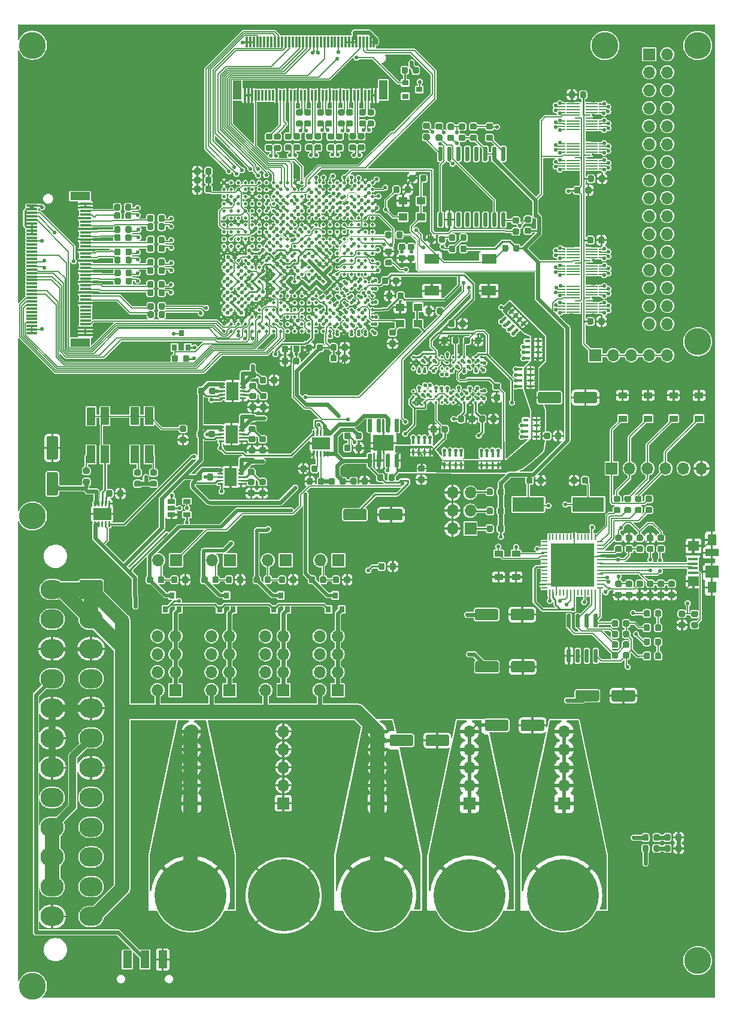
<source format=gbr>
%TF.GenerationSoftware,KiCad,Pcbnew,(5.99.0-3304-gcc86630f1-dirty)*%
%TF.CreationDate,2021-01-15T17:35:11+01:00*%
%TF.ProjectId,FD,46442e6b-6963-4616-945f-706362585858,rev?*%
%TF.SameCoordinates,Original*%
%TF.FileFunction,Copper,L1,Top*%
%TF.FilePolarity,Positive*%
%FSLAX46Y46*%
G04 Gerber Fmt 4.6, Leading zero omitted, Abs format (unit mm)*
G04 Created by KiCad (PCBNEW (5.99.0-3304-gcc86630f1-dirty)) date 2021-01-15 17:35:11*
%MOMM*%
%LPD*%
G01*
G04 APERTURE LIST*
%TA.AperFunction,SMDPad,CuDef*%
%ADD10R,1.200000X0.900000*%
%TD*%
%TA.AperFunction,SMDPad,CuDef*%
%ADD11R,1.380000X0.450000*%
%TD*%
%TA.AperFunction,SMDPad,CuDef*%
%ADD12R,1.300000X1.650000*%
%TD*%
%TA.AperFunction,SMDPad,CuDef*%
%ADD13R,1.900000X1.000000*%
%TD*%
%TA.AperFunction,SMDPad,CuDef*%
%ADD14R,1.550000X1.425000*%
%TD*%
%TA.AperFunction,SMDPad,CuDef*%
%ADD15R,1.900000X1.800000*%
%TD*%
%TA.AperFunction,ComponentPad*%
%ADD16O,3.300000X2.700000*%
%TD*%
%TA.AperFunction,ComponentPad*%
%ADD17R,1.700000X1.700000*%
%TD*%
%TA.AperFunction,ComponentPad*%
%ADD18O,1.700000X1.700000*%
%TD*%
%TA.AperFunction,ComponentPad*%
%ADD19C,10.160000*%
%TD*%
%TA.AperFunction,SMDPad,CuDef*%
%ADD20R,1.550000X0.300000*%
%TD*%
%TA.AperFunction,SMDPad,CuDef*%
%ADD21R,2.750000X1.200000*%
%TD*%
%TA.AperFunction,SMDPad,CuDef*%
%ADD22R,0.800000X0.900000*%
%TD*%
%TA.AperFunction,SMDPad,CuDef*%
%ADD23R,0.300000X0.200000*%
%TD*%
%TA.AperFunction,SMDPad,CuDef*%
%ADD24R,1.250000X2.500000*%
%TD*%
%TA.AperFunction,SMDPad,CuDef*%
%ADD25R,2.100000X1.400000*%
%TD*%
%TA.AperFunction,SMDPad,CuDef*%
%ADD26R,0.850000X0.270000*%
%TD*%
%TA.AperFunction,SMDPad,CuDef*%
%ADD27R,0.270000X0.850000*%
%TD*%
%TA.AperFunction,SMDPad,CuDef*%
%ADD28R,6.100000X6.100000*%
%TD*%
%TA.AperFunction,SMDPad,CuDef*%
%ADD29R,2.500000X1.700000*%
%TD*%
%TA.AperFunction,SMDPad,CuDef*%
%ADD30R,1.200000X2.500000*%
%TD*%
%TA.AperFunction,SMDPad,CuDef*%
%ADD31R,1.700000X2.500000*%
%TD*%
%TA.AperFunction,ComponentPad*%
%ADD32C,0.500000*%
%TD*%
%TA.AperFunction,SMDPad,CuDef*%
%ADD33R,3.000000X2.290000*%
%TD*%
%TA.AperFunction,SMDPad,CuDef*%
%ADD34R,0.780000X0.220000*%
%TD*%
%TA.AperFunction,SMDPad,CuDef*%
%ADD35R,4.500000X2.000000*%
%TD*%
%TA.AperFunction,SMDPad,CuDef*%
%ADD36C,0.399500*%
%TD*%
%TA.AperFunction,SMDPad,CuDef*%
%ADD37R,0.900000X0.800000*%
%TD*%
%TA.AperFunction,SMDPad,CuDef*%
%ADD38R,0.300000X1.550000*%
%TD*%
%TA.AperFunction,SMDPad,CuDef*%
%ADD39R,1.200000X2.750000*%
%TD*%
%TA.AperFunction,ComponentPad*%
%ADD40C,3.800000*%
%TD*%
%TA.AperFunction,SMDPad,CuDef*%
%ADD41R,1.200000X1.100000*%
%TD*%
%TA.AperFunction,SMDPad,CuDef*%
%ADD42R,0.760000X0.430000*%
%TD*%
%TA.AperFunction,SMDPad,CuDef*%
%ADD43R,0.430000X0.760000*%
%TD*%
%TA.AperFunction,SMDPad,CuDef*%
%ADD44R,1.060000X0.650000*%
%TD*%
%TA.AperFunction,SMDPad,CuDef*%
%ADD45C,0.500000*%
%TD*%
%TA.AperFunction,ViaPad*%
%ADD46C,0.560000*%
%TD*%
%TA.AperFunction,Conductor*%
%ADD47C,0.150000*%
%TD*%
%TA.AperFunction,Conductor*%
%ADD48C,0.560000*%
%TD*%
%TA.AperFunction,Conductor*%
%ADD49C,0.244000*%
%TD*%
%TA.AperFunction,Conductor*%
%ADD50C,0.250000*%
%TD*%
%TA.AperFunction,Conductor*%
%ADD51C,0.500000*%
%TD*%
%TA.AperFunction,Conductor*%
%ADD52C,0.209900*%
%TD*%
%TA.AperFunction,Conductor*%
%ADD53C,0.200000*%
%TD*%
%TA.AperFunction,Conductor*%
%ADD54C,0.120000*%
%TD*%
%TA.AperFunction,Conductor*%
%ADD55C,1.000000*%
%TD*%
%TA.AperFunction,Conductor*%
%ADD56C,2.000000*%
%TD*%
%TA.AperFunction,Conductor*%
%ADD57C,0.160000*%
%TD*%
%TA.AperFunction,Conductor*%
%ADD58C,0.100000*%
%TD*%
G04 APERTURE END LIST*
%TO.P,C1,1*%
%TO.N,Net-(C1-Pad1)*%
%TA.AperFunction,SMDPad,CuDef*%
G36*
G01*
X229600000Y-101075000D02*
X230112500Y-101075000D01*
G75*
G02*
X230331250Y-101293750I0J-218750D01*
G01*
X230331250Y-101731250D01*
G75*
G02*
X230112500Y-101950000I-218750J0D01*
G01*
X229600000Y-101950000D01*
G75*
G02*
X229381250Y-101731250I0J218750D01*
G01*
X229381250Y-101293750D01*
G75*
G02*
X229600000Y-101075000I218750J0D01*
G01*
G37*
%TD.AperFunction*%
%TO.P,C1,2*%
%TO.N,GND*%
%TA.AperFunction,SMDPad,CuDef*%
G36*
G01*
X229600000Y-102650000D02*
X230112500Y-102650000D01*
G75*
G02*
X230331250Y-102868750I0J-218750D01*
G01*
X230331250Y-103306250D01*
G75*
G02*
X230112500Y-103525000I-218750J0D01*
G01*
X229600000Y-103525000D01*
G75*
G02*
X229381250Y-103306250I0J218750D01*
G01*
X229381250Y-102868750D01*
G75*
G02*
X229600000Y-102650000I218750J0D01*
G01*
G37*
%TD.AperFunction*%
%TD*%
%TO.P,C2,1*%
%TO.N,Net-(C1-Pad1)*%
%TA.AperFunction,SMDPad,CuDef*%
G36*
G01*
X228100000Y-101075000D02*
X228612500Y-101075000D01*
G75*
G02*
X228831250Y-101293750I0J-218750D01*
G01*
X228831250Y-101731250D01*
G75*
G02*
X228612500Y-101950000I-218750J0D01*
G01*
X228100000Y-101950000D01*
G75*
G02*
X227881250Y-101731250I0J218750D01*
G01*
X227881250Y-101293750D01*
G75*
G02*
X228100000Y-101075000I218750J0D01*
G01*
G37*
%TD.AperFunction*%
%TO.P,C2,2*%
%TO.N,GND*%
%TA.AperFunction,SMDPad,CuDef*%
G36*
G01*
X228100000Y-102650000D02*
X228612500Y-102650000D01*
G75*
G02*
X228831250Y-102868750I0J-218750D01*
G01*
X228831250Y-103306250D01*
G75*
G02*
X228612500Y-103525000I-218750J0D01*
G01*
X228100000Y-103525000D01*
G75*
G02*
X227881250Y-103306250I0J218750D01*
G01*
X227881250Y-102868750D01*
G75*
G02*
X228100000Y-102650000I218750J0D01*
G01*
G37*
%TD.AperFunction*%
%TD*%
%TO.P,C3,1*%
%TO.N,Net-(C1-Pad1)*%
%TA.AperFunction,SMDPad,CuDef*%
G36*
G01*
X226600000Y-101075000D02*
X227112500Y-101075000D01*
G75*
G02*
X227331250Y-101293750I0J-218750D01*
G01*
X227331250Y-101731250D01*
G75*
G02*
X227112500Y-101950000I-218750J0D01*
G01*
X226600000Y-101950000D01*
G75*
G02*
X226381250Y-101731250I0J218750D01*
G01*
X226381250Y-101293750D01*
G75*
G02*
X226600000Y-101075000I218750J0D01*
G01*
G37*
%TD.AperFunction*%
%TO.P,C3,2*%
%TO.N,GND*%
%TA.AperFunction,SMDPad,CuDef*%
G36*
G01*
X226600000Y-102650000D02*
X227112500Y-102650000D01*
G75*
G02*
X227331250Y-102868750I0J-218750D01*
G01*
X227331250Y-103306250D01*
G75*
G02*
X227112500Y-103525000I-218750J0D01*
G01*
X226600000Y-103525000D01*
G75*
G02*
X226381250Y-103306250I0J218750D01*
G01*
X226381250Y-102868750D01*
G75*
G02*
X226600000Y-102650000I218750J0D01*
G01*
G37*
%TD.AperFunction*%
%TD*%
%TO.P,C4,1*%
%TO.N,Net-(C4-Pad1)*%
%TA.AperFunction,SMDPad,CuDef*%
G36*
G01*
X224112500Y-97025000D02*
X223600000Y-97025000D01*
G75*
G02*
X223381250Y-96806250I0J218750D01*
G01*
X223381250Y-96368750D01*
G75*
G02*
X223600000Y-96150000I218750J0D01*
G01*
X224112500Y-96150000D01*
G75*
G02*
X224331250Y-96368750I0J-218750D01*
G01*
X224331250Y-96806250D01*
G75*
G02*
X224112500Y-97025000I-218750J0D01*
G01*
G37*
%TD.AperFunction*%
%TO.P,C4,2*%
%TO.N,GND*%
%TA.AperFunction,SMDPad,CuDef*%
G36*
G01*
X224112500Y-95450000D02*
X223600000Y-95450000D01*
G75*
G02*
X223381250Y-95231250I0J218750D01*
G01*
X223381250Y-94793750D01*
G75*
G02*
X223600000Y-94575000I218750J0D01*
G01*
X224112500Y-94575000D01*
G75*
G02*
X224331250Y-94793750I0J-218750D01*
G01*
X224331250Y-95231250D01*
G75*
G02*
X224112500Y-95450000I-218750J0D01*
G01*
G37*
%TD.AperFunction*%
%TD*%
%TO.P,C5,1*%
%TO.N,Net-(C4-Pad1)*%
%TA.AperFunction,SMDPad,CuDef*%
G36*
G01*
X223600000Y-101075000D02*
X224112500Y-101075000D01*
G75*
G02*
X224331250Y-101293750I0J-218750D01*
G01*
X224331250Y-101731250D01*
G75*
G02*
X224112500Y-101950000I-218750J0D01*
G01*
X223600000Y-101950000D01*
G75*
G02*
X223381250Y-101731250I0J218750D01*
G01*
X223381250Y-101293750D01*
G75*
G02*
X223600000Y-101075000I218750J0D01*
G01*
G37*
%TD.AperFunction*%
%TO.P,C5,2*%
%TO.N,GND*%
%TA.AperFunction,SMDPad,CuDef*%
G36*
G01*
X223600000Y-102650000D02*
X224112500Y-102650000D01*
G75*
G02*
X224331250Y-102868750I0J-218750D01*
G01*
X224331250Y-103306250D01*
G75*
G02*
X224112500Y-103525000I-218750J0D01*
G01*
X223600000Y-103525000D01*
G75*
G02*
X223381250Y-103306250I0J218750D01*
G01*
X223381250Y-102868750D01*
G75*
G02*
X223600000Y-102650000I218750J0D01*
G01*
G37*
%TD.AperFunction*%
%TD*%
%TO.P,C6,1*%
%TO.N,Net-(C4-Pad1)*%
%TA.AperFunction,SMDPad,CuDef*%
G36*
G01*
X222100000Y-101075000D02*
X222612500Y-101075000D01*
G75*
G02*
X222831250Y-101293750I0J-218750D01*
G01*
X222831250Y-101731250D01*
G75*
G02*
X222612500Y-101950000I-218750J0D01*
G01*
X222100000Y-101950000D01*
G75*
G02*
X221881250Y-101731250I0J218750D01*
G01*
X221881250Y-101293750D01*
G75*
G02*
X222100000Y-101075000I218750J0D01*
G01*
G37*
%TD.AperFunction*%
%TO.P,C6,2*%
%TO.N,GND*%
%TA.AperFunction,SMDPad,CuDef*%
G36*
G01*
X222100000Y-102650000D02*
X222612500Y-102650000D01*
G75*
G02*
X222831250Y-102868750I0J-218750D01*
G01*
X222831250Y-103306250D01*
G75*
G02*
X222612500Y-103525000I-218750J0D01*
G01*
X222100000Y-103525000D01*
G75*
G02*
X221881250Y-103306250I0J218750D01*
G01*
X221881250Y-102868750D01*
G75*
G02*
X222100000Y-102650000I218750J0D01*
G01*
G37*
%TD.AperFunction*%
%TD*%
%TO.P,C7,1*%
%TO.N,Net-(C7-Pad1)*%
%TA.AperFunction,SMDPad,CuDef*%
G36*
G01*
X218081250Y-86643750D02*
X218081250Y-87156250D01*
G75*
G02*
X217862500Y-87375000I-218750J0D01*
G01*
X217425000Y-87375000D01*
G75*
G02*
X217206250Y-87156250I0J218750D01*
G01*
X217206250Y-86643750D01*
G75*
G02*
X217425000Y-86425000I218750J0D01*
G01*
X217862500Y-86425000D01*
G75*
G02*
X218081250Y-86643750I0J-218750D01*
G01*
G37*
%TD.AperFunction*%
%TO.P,C7,2*%
%TO.N,GND*%
%TA.AperFunction,SMDPad,CuDef*%
G36*
G01*
X216506250Y-86643750D02*
X216506250Y-87156250D01*
G75*
G02*
X216287500Y-87375000I-218750J0D01*
G01*
X215850000Y-87375000D01*
G75*
G02*
X215631250Y-87156250I0J218750D01*
G01*
X215631250Y-86643750D01*
G75*
G02*
X215850000Y-86425000I218750J0D01*
G01*
X216287500Y-86425000D01*
G75*
G02*
X216506250Y-86643750I0J-218750D01*
G01*
G37*
%TD.AperFunction*%
%TD*%
%TO.P,C8,1*%
%TO.N,Net-(C8-Pad1)*%
%TA.AperFunction,SMDPad,CuDef*%
G36*
G01*
X209343750Y-87156250D02*
X209343750Y-86643750D01*
G75*
G02*
X209562500Y-86425000I218750J0D01*
G01*
X210000000Y-86425000D01*
G75*
G02*
X210218750Y-86643750I0J-218750D01*
G01*
X210218750Y-87156250D01*
G75*
G02*
X210000000Y-87375000I-218750J0D01*
G01*
X209562500Y-87375000D01*
G75*
G02*
X209343750Y-87156250I0J218750D01*
G01*
G37*
%TD.AperFunction*%
%TO.P,C8,2*%
%TO.N,GND*%
%TA.AperFunction,SMDPad,CuDef*%
G36*
G01*
X210918750Y-87156250D02*
X210918750Y-86643750D01*
G75*
G02*
X211137500Y-86425000I218750J0D01*
G01*
X211575000Y-86425000D01*
G75*
G02*
X211793750Y-86643750I0J-218750D01*
G01*
X211793750Y-87156250D01*
G75*
G02*
X211575000Y-87375000I-218750J0D01*
G01*
X211137500Y-87375000D01*
G75*
G02*
X210918750Y-87156250I0J218750D01*
G01*
G37*
%TD.AperFunction*%
%TD*%
%TO.P,C9,1*%
%TO.N,Net-(C9-Pad1)*%
%TA.AperFunction,SMDPad,CuDef*%
G36*
G01*
X225100000Y-101075000D02*
X225612500Y-101075000D01*
G75*
G02*
X225831250Y-101293750I0J-218750D01*
G01*
X225831250Y-101731250D01*
G75*
G02*
X225612500Y-101950000I-218750J0D01*
G01*
X225100000Y-101950000D01*
G75*
G02*
X224881250Y-101731250I0J218750D01*
G01*
X224881250Y-101293750D01*
G75*
G02*
X225100000Y-101075000I218750J0D01*
G01*
G37*
%TD.AperFunction*%
%TO.P,C9,2*%
%TO.N,GND*%
%TA.AperFunction,SMDPad,CuDef*%
G36*
G01*
X225100000Y-102650000D02*
X225612500Y-102650000D01*
G75*
G02*
X225831250Y-102868750I0J-218750D01*
G01*
X225831250Y-103306250D01*
G75*
G02*
X225612500Y-103525000I-218750J0D01*
G01*
X225100000Y-103525000D01*
G75*
G02*
X224881250Y-103306250I0J218750D01*
G01*
X224881250Y-102868750D01*
G75*
G02*
X225100000Y-102650000I218750J0D01*
G01*
G37*
%TD.AperFunction*%
%TD*%
%TO.P,C17,1*%
%TO.N,VCCDDR_1.35V*%
%TA.AperFunction,SMDPad,CuDef*%
G36*
G01*
X181645000Y-68356250D02*
X181645000Y-67843750D01*
G75*
G02*
X181863750Y-67625000I218750J0D01*
G01*
X182301250Y-67625000D01*
G75*
G02*
X182520000Y-67843750I0J-218750D01*
G01*
X182520000Y-68356250D01*
G75*
G02*
X182301250Y-68575000I-218750J0D01*
G01*
X181863750Y-68575000D01*
G75*
G02*
X181645000Y-68356250I0J218750D01*
G01*
G37*
%TD.AperFunction*%
%TO.P,C17,2*%
%TO.N,GND*%
%TA.AperFunction,SMDPad,CuDef*%
G36*
G01*
X183220000Y-68356250D02*
X183220000Y-67843750D01*
G75*
G02*
X183438750Y-67625000I218750J0D01*
G01*
X183876250Y-67625000D01*
G75*
G02*
X184095000Y-67843750I0J-218750D01*
G01*
X184095000Y-68356250D01*
G75*
G02*
X183876250Y-68575000I-218750J0D01*
G01*
X183438750Y-68575000D01*
G75*
G02*
X183220000Y-68356250I0J218750D01*
G01*
G37*
%TD.AperFunction*%
%TD*%
%TO.P,C21,1*%
%TO.N,VCCDDR_1.35V*%
%TA.AperFunction,SMDPad,CuDef*%
G36*
G01*
X198315000Y-64996250D02*
X198315000Y-64483750D01*
G75*
G02*
X198533750Y-64265000I218750J0D01*
G01*
X198971250Y-64265000D01*
G75*
G02*
X199190000Y-64483750I0J-218750D01*
G01*
X199190000Y-64996250D01*
G75*
G02*
X198971250Y-65215000I-218750J0D01*
G01*
X198533750Y-65215000D01*
G75*
G02*
X198315000Y-64996250I0J218750D01*
G01*
G37*
%TD.AperFunction*%
%TO.P,C21,2*%
%TO.N,GND*%
%TA.AperFunction,SMDPad,CuDef*%
G36*
G01*
X199890000Y-64996250D02*
X199890000Y-64483750D01*
G75*
G02*
X200108750Y-64265000I218750J0D01*
G01*
X200546250Y-64265000D01*
G75*
G02*
X200765000Y-64483750I0J-218750D01*
G01*
X200765000Y-64996250D01*
G75*
G02*
X200546250Y-65215000I-218750J0D01*
G01*
X200108750Y-65215000D01*
G75*
G02*
X199890000Y-64996250I0J218750D01*
G01*
G37*
%TD.AperFunction*%
%TD*%
%TO.P,C31,1*%
%TO.N,VCCDDR_1.35V*%
%TA.AperFunction,SMDPad,CuDef*%
G36*
G01*
X180587500Y-67873750D02*
X180587500Y-68386250D01*
G75*
G02*
X180368750Y-68605000I-218750J0D01*
G01*
X179931250Y-68605000D01*
G75*
G02*
X179712500Y-68386250I0J218750D01*
G01*
X179712500Y-67873750D01*
G75*
G02*
X179931250Y-67655000I218750J0D01*
G01*
X180368750Y-67655000D01*
G75*
G02*
X180587500Y-67873750I0J-218750D01*
G01*
G37*
%TD.AperFunction*%
%TO.P,C31,2*%
%TO.N,GND*%
%TA.AperFunction,SMDPad,CuDef*%
G36*
G01*
X179012500Y-67873750D02*
X179012500Y-68386250D01*
G75*
G02*
X178793750Y-68605000I-218750J0D01*
G01*
X178356250Y-68605000D01*
G75*
G02*
X178137500Y-68386250I0J218750D01*
G01*
X178137500Y-67873750D01*
G75*
G02*
X178356250Y-67655000I218750J0D01*
G01*
X178793750Y-67655000D01*
G75*
G02*
X179012500Y-67873750I0J-218750D01*
G01*
G37*
%TD.AperFunction*%
%TD*%
%TO.P,C35,1*%
%TO.N,VCCDDR_1.35V*%
%TA.AperFunction,SMDPad,CuDef*%
G36*
G01*
X181637500Y-69886250D02*
X181637500Y-69373750D01*
G75*
G02*
X181856250Y-69155000I218750J0D01*
G01*
X182293750Y-69155000D01*
G75*
G02*
X182512500Y-69373750I0J-218750D01*
G01*
X182512500Y-69886250D01*
G75*
G02*
X182293750Y-70105000I-218750J0D01*
G01*
X181856250Y-70105000D01*
G75*
G02*
X181637500Y-69886250I0J218750D01*
G01*
G37*
%TD.AperFunction*%
%TO.P,C35,2*%
%TO.N,GND*%
%TA.AperFunction,SMDPad,CuDef*%
G36*
G01*
X183212500Y-69886250D02*
X183212500Y-69373750D01*
G75*
G02*
X183431250Y-69155000I218750J0D01*
G01*
X183868750Y-69155000D01*
G75*
G02*
X184087500Y-69373750I0J-218750D01*
G01*
X184087500Y-69886250D01*
G75*
G02*
X183868750Y-70105000I-218750J0D01*
G01*
X183431250Y-70105000D01*
G75*
G02*
X183212500Y-69886250I0J218750D01*
G01*
G37*
%TD.AperFunction*%
%TD*%
%TO.P,C39,1*%
%TO.N,VCCDDR_1.35V*%
%TA.AperFunction,SMDPad,CuDef*%
G36*
G01*
X191987500Y-60553750D02*
X191987500Y-61066250D01*
G75*
G02*
X191768750Y-61285000I-218750J0D01*
G01*
X191331250Y-61285000D01*
G75*
G02*
X191112500Y-61066250I0J218750D01*
G01*
X191112500Y-60553750D01*
G75*
G02*
X191331250Y-60335000I218750J0D01*
G01*
X191768750Y-60335000D01*
G75*
G02*
X191987500Y-60553750I0J-218750D01*
G01*
G37*
%TD.AperFunction*%
%TO.P,C39,2*%
%TO.N,GND*%
%TA.AperFunction,SMDPad,CuDef*%
G36*
G01*
X190412500Y-60553750D02*
X190412500Y-61066250D01*
G75*
G02*
X190193750Y-61285000I-218750J0D01*
G01*
X189756250Y-61285000D01*
G75*
G02*
X189537500Y-61066250I0J218750D01*
G01*
X189537500Y-60553750D01*
G75*
G02*
X189756250Y-60335000I218750J0D01*
G01*
X190193750Y-60335000D01*
G75*
G02*
X190412500Y-60553750I0J-218750D01*
G01*
G37*
%TD.AperFunction*%
%TD*%
%TO.P,C40,1*%
%TO.N,VCCFPGA_S1_MGT*%
%TA.AperFunction,SMDPad,CuDef*%
G36*
G01*
X142870000Y-89040000D02*
X141770000Y-89040000D01*
G75*
G02*
X141520000Y-88790000I0J250000D01*
G01*
X141520000Y-85965000D01*
G75*
G02*
X141770000Y-85715000I250000J0D01*
G01*
X142870000Y-85715000D01*
G75*
G02*
X143120000Y-85965000I0J-250000D01*
G01*
X143120000Y-88790000D01*
G75*
G02*
X142870000Y-89040000I-250000J0D01*
G01*
G37*
%TD.AperFunction*%
%TO.P,C40,2*%
%TO.N,GND*%
%TA.AperFunction,SMDPad,CuDef*%
G36*
G01*
X142870000Y-83965000D02*
X141770000Y-83965000D01*
G75*
G02*
X141520000Y-83715000I0J250000D01*
G01*
X141520000Y-80890000D01*
G75*
G02*
X141770000Y-80640000I250000J0D01*
G01*
X142870000Y-80640000D01*
G75*
G02*
X143120000Y-80890000I0J-250000D01*
G01*
X143120000Y-83715000D01*
G75*
G02*
X142870000Y-83965000I-250000J0D01*
G01*
G37*
%TD.AperFunction*%
%TD*%
%TO.P,C41,1*%
%TO.N,Net-(C41-Pad1)*%
%TA.AperFunction,SMDPad,CuDef*%
G36*
G01*
X149945000Y-88986250D02*
X149945000Y-88473750D01*
G75*
G02*
X150163750Y-88255000I218750J0D01*
G01*
X150601250Y-88255000D01*
G75*
G02*
X150820000Y-88473750I0J-218750D01*
G01*
X150820000Y-88986250D01*
G75*
G02*
X150601250Y-89205000I-218750J0D01*
G01*
X150163750Y-89205000D01*
G75*
G02*
X149945000Y-88986250I0J218750D01*
G01*
G37*
%TD.AperFunction*%
%TO.P,C41,2*%
%TO.N,GND*%
%TA.AperFunction,SMDPad,CuDef*%
G36*
G01*
X151520000Y-88986250D02*
X151520000Y-88473750D01*
G75*
G02*
X151738750Y-88255000I218750J0D01*
G01*
X152176250Y-88255000D01*
G75*
G02*
X152395000Y-88473750I0J-218750D01*
G01*
X152395000Y-88986250D01*
G75*
G02*
X152176250Y-89205000I-218750J0D01*
G01*
X151738750Y-89205000D01*
G75*
G02*
X151520000Y-88986250I0J218750D01*
G01*
G37*
%TD.AperFunction*%
%TD*%
%TO.P,C42,1*%
%TO.N,VCCBRAM*%
%TA.AperFunction,SMDPad,CuDef*%
G36*
G01*
X216312500Y-117870000D02*
X216312500Y-116770000D01*
G75*
G02*
X216562500Y-116520000I250000J0D01*
G01*
X219387500Y-116520000D01*
G75*
G02*
X219637500Y-116770000I0J-250000D01*
G01*
X219637500Y-117870000D01*
G75*
G02*
X219387500Y-118120000I-250000J0D01*
G01*
X216562500Y-118120000D01*
G75*
G02*
X216312500Y-117870000I0J250000D01*
G01*
G37*
%TD.AperFunction*%
%TO.P,C42,2*%
%TO.N,GND*%
%TA.AperFunction,SMDPad,CuDef*%
G36*
G01*
X221387500Y-117870000D02*
X221387500Y-116770000D01*
G75*
G02*
X221637500Y-116520000I250000J0D01*
G01*
X224462500Y-116520000D01*
G75*
G02*
X224712500Y-116770000I0J-250000D01*
G01*
X224712500Y-117870000D01*
G75*
G02*
X224462500Y-118120000I-250000J0D01*
G01*
X221637500Y-118120000D01*
G75*
G02*
X221387500Y-117870000I0J250000D01*
G01*
G37*
%TD.AperFunction*%
%TD*%
%TO.P,C43,1*%
%TO.N,VCCFPGA_S1_1.2V*%
%TA.AperFunction,SMDPad,CuDef*%
G36*
G01*
X202032500Y-106400000D02*
X202032500Y-105300000D01*
G75*
G02*
X202282500Y-105050000I250000J0D01*
G01*
X205107500Y-105050000D01*
G75*
G02*
X205357500Y-105300000I0J-250000D01*
G01*
X205357500Y-106400000D01*
G75*
G02*
X205107500Y-106650000I-250000J0D01*
G01*
X202282500Y-106650000D01*
G75*
G02*
X202032500Y-106400000I0J250000D01*
G01*
G37*
%TD.AperFunction*%
%TO.P,C43,2*%
%TO.N,GND*%
%TA.AperFunction,SMDPad,CuDef*%
G36*
G01*
X207107500Y-106400000D02*
X207107500Y-105300000D01*
G75*
G02*
X207357500Y-105050000I250000J0D01*
G01*
X210182500Y-105050000D01*
G75*
G02*
X210432500Y-105300000I0J-250000D01*
G01*
X210432500Y-106400000D01*
G75*
G02*
X210182500Y-106650000I-250000J0D01*
G01*
X207357500Y-106650000D01*
G75*
G02*
X207107500Y-106400000I0J250000D01*
G01*
G37*
%TD.AperFunction*%
%TD*%
%TO.P,C44,1*%
%TO.N,VCCAUX*%
%TA.AperFunction,SMDPad,CuDef*%
G36*
G01*
X202092500Y-113790000D02*
X202092500Y-112690000D01*
G75*
G02*
X202342500Y-112440000I250000J0D01*
G01*
X205167500Y-112440000D01*
G75*
G02*
X205417500Y-112690000I0J-250000D01*
G01*
X205417500Y-113790000D01*
G75*
G02*
X205167500Y-114040000I-250000J0D01*
G01*
X202342500Y-114040000D01*
G75*
G02*
X202092500Y-113790000I0J250000D01*
G01*
G37*
%TD.AperFunction*%
%TO.P,C44,2*%
%TO.N,GND*%
%TA.AperFunction,SMDPad,CuDef*%
G36*
G01*
X207167500Y-113790000D02*
X207167500Y-112690000D01*
G75*
G02*
X207417500Y-112440000I250000J0D01*
G01*
X210242500Y-112440000D01*
G75*
G02*
X210492500Y-112690000I0J-250000D01*
G01*
X210492500Y-113790000D01*
G75*
G02*
X210242500Y-114040000I-250000J0D01*
G01*
X207417500Y-114040000D01*
G75*
G02*
X207167500Y-113790000I0J250000D01*
G01*
G37*
%TD.AperFunction*%
%TD*%
%TO.P,C45,1*%
%TO.N,Net-(C45-Pad1)*%
%TA.AperFunction,SMDPad,CuDef*%
G36*
G01*
X170403750Y-74532500D02*
X170916250Y-74532500D01*
G75*
G02*
X171135000Y-74751250I0J-218750D01*
G01*
X171135000Y-75188750D01*
G75*
G02*
X170916250Y-75407500I-218750J0D01*
G01*
X170403750Y-75407500D01*
G75*
G02*
X170185000Y-75188750I0J218750D01*
G01*
X170185000Y-74751250D01*
G75*
G02*
X170403750Y-74532500I218750J0D01*
G01*
G37*
%TD.AperFunction*%
%TO.P,C45,2*%
%TO.N,GND*%
%TA.AperFunction,SMDPad,CuDef*%
G36*
G01*
X170403750Y-76107500D02*
X170916250Y-76107500D01*
G75*
G02*
X171135000Y-76326250I0J-218750D01*
G01*
X171135000Y-76763750D01*
G75*
G02*
X170916250Y-76982500I-218750J0D01*
G01*
X170403750Y-76982500D01*
G75*
G02*
X170185000Y-76763750I0J218750D01*
G01*
X170185000Y-76326250D01*
G75*
G02*
X170403750Y-76107500I218750J0D01*
G01*
G37*
%TD.AperFunction*%
%TD*%
%TO.P,C46,1*%
%TO.N,Net-(C46-Pad1)*%
%TA.AperFunction,SMDPad,CuDef*%
G36*
G01*
X170173750Y-86687500D02*
X170686250Y-86687500D01*
G75*
G02*
X170905000Y-86906250I0J-218750D01*
G01*
X170905000Y-87343750D01*
G75*
G02*
X170686250Y-87562500I-218750J0D01*
G01*
X170173750Y-87562500D01*
G75*
G02*
X169955000Y-87343750I0J218750D01*
G01*
X169955000Y-86906250D01*
G75*
G02*
X170173750Y-86687500I218750J0D01*
G01*
G37*
%TD.AperFunction*%
%TO.P,C46,2*%
%TO.N,GND*%
%TA.AperFunction,SMDPad,CuDef*%
G36*
G01*
X170173750Y-88262500D02*
X170686250Y-88262500D01*
G75*
G02*
X170905000Y-88481250I0J-218750D01*
G01*
X170905000Y-88918750D01*
G75*
G02*
X170686250Y-89137500I-218750J0D01*
G01*
X170173750Y-89137500D01*
G75*
G02*
X169955000Y-88918750I0J218750D01*
G01*
X169955000Y-88481250D01*
G75*
G02*
X170173750Y-88262500I218750J0D01*
G01*
G37*
%TD.AperFunction*%
%TD*%
%TO.P,C47,1*%
%TO.N,Net-(C47-Pad1)*%
%TA.AperFunction,SMDPad,CuDef*%
G36*
G01*
X170303750Y-80630000D02*
X170816250Y-80630000D01*
G75*
G02*
X171035000Y-80848750I0J-218750D01*
G01*
X171035000Y-81286250D01*
G75*
G02*
X170816250Y-81505000I-218750J0D01*
G01*
X170303750Y-81505000D01*
G75*
G02*
X170085000Y-81286250I0J218750D01*
G01*
X170085000Y-80848750D01*
G75*
G02*
X170303750Y-80630000I218750J0D01*
G01*
G37*
%TD.AperFunction*%
%TO.P,C47,2*%
%TO.N,GND*%
%TA.AperFunction,SMDPad,CuDef*%
G36*
G01*
X170303750Y-82205000D02*
X170816250Y-82205000D01*
G75*
G02*
X171035000Y-82423750I0J-218750D01*
G01*
X171035000Y-82861250D01*
G75*
G02*
X170816250Y-83080000I-218750J0D01*
G01*
X170303750Y-83080000D01*
G75*
G02*
X170085000Y-82861250I0J218750D01*
G01*
X170085000Y-82423750D01*
G75*
G02*
X170303750Y-82205000I218750J0D01*
G01*
G37*
%TD.AperFunction*%
%TD*%
%TO.P,C48,1*%
%TO.N,VCCDDR_1.35V_VREF*%
%TA.AperFunction,SMDPad,CuDef*%
G36*
G01*
X210952500Y-75740000D02*
X210952500Y-74640000D01*
G75*
G02*
X211202500Y-74390000I250000J0D01*
G01*
X214027500Y-74390000D01*
G75*
G02*
X214277500Y-74640000I0J-250000D01*
G01*
X214277500Y-75740000D01*
G75*
G02*
X214027500Y-75990000I-250000J0D01*
G01*
X211202500Y-75990000D01*
G75*
G02*
X210952500Y-75740000I0J250000D01*
G01*
G37*
%TD.AperFunction*%
%TO.P,C48,2*%
%TO.N,GND*%
%TA.AperFunction,SMDPad,CuDef*%
G36*
G01*
X216027500Y-75740000D02*
X216027500Y-74640000D01*
G75*
G02*
X216277500Y-74390000I250000J0D01*
G01*
X219102500Y-74390000D01*
G75*
G02*
X219352500Y-74640000I0J-250000D01*
G01*
X219352500Y-75740000D01*
G75*
G02*
X219102500Y-75990000I-250000J0D01*
G01*
X216277500Y-75990000D01*
G75*
G02*
X216027500Y-75740000I0J250000D01*
G01*
G37*
%TD.AperFunction*%
%TD*%
%TO.P,C49,1*%
%TO.N,VCCDDR_1.35V_VREF*%
%TA.AperFunction,SMDPad,CuDef*%
G36*
G01*
X198235000Y-79433750D02*
X198235000Y-79946250D01*
G75*
G02*
X198016250Y-80165000I-218750J0D01*
G01*
X197578750Y-80165000D01*
G75*
G02*
X197360000Y-79946250I0J218750D01*
G01*
X197360000Y-79433750D01*
G75*
G02*
X197578750Y-79215000I218750J0D01*
G01*
X198016250Y-79215000D01*
G75*
G02*
X198235000Y-79433750I0J-218750D01*
G01*
G37*
%TD.AperFunction*%
%TO.P,C49,2*%
%TO.N,GND*%
%TA.AperFunction,SMDPad,CuDef*%
G36*
G01*
X196660000Y-79433750D02*
X196660000Y-79946250D01*
G75*
G02*
X196441250Y-80165000I-218750J0D01*
G01*
X196003750Y-80165000D01*
G75*
G02*
X195785000Y-79946250I0J218750D01*
G01*
X195785000Y-79433750D01*
G75*
G02*
X196003750Y-79215000I218750J0D01*
G01*
X196441250Y-79215000D01*
G75*
G02*
X196660000Y-79433750I0J-218750D01*
G01*
G37*
%TD.AperFunction*%
%TD*%
%TO.P,C51,1*%
%TO.N,Net-(C51-Pad1)*%
%TA.AperFunction,SMDPad,CuDef*%
G36*
G01*
X179835000Y-84978852D02*
X179835000Y-85491352D01*
G75*
G02*
X179616250Y-85710102I-218750J0D01*
G01*
X179178750Y-85710102D01*
G75*
G02*
X178960000Y-85491352I0J218750D01*
G01*
X178960000Y-84978852D01*
G75*
G02*
X179178750Y-84760102I218750J0D01*
G01*
X179616250Y-84760102D01*
G75*
G02*
X179835000Y-84978852I0J-218750D01*
G01*
G37*
%TD.AperFunction*%
%TO.P,C51,2*%
%TO.N,GND*%
%TA.AperFunction,SMDPad,CuDef*%
G36*
G01*
X178260000Y-84978852D02*
X178260000Y-85491352D01*
G75*
G02*
X178041250Y-85710102I-218750J0D01*
G01*
X177603750Y-85710102D01*
G75*
G02*
X177385000Y-85491352I0J218750D01*
G01*
X177385000Y-84978852D01*
G75*
G02*
X177603750Y-84760102I218750J0D01*
G01*
X178041250Y-84760102D01*
G75*
G02*
X178260000Y-84978852I0J-218750D01*
G01*
G37*
%TD.AperFunction*%
%TD*%
%TO.P,C53,1*%
%TO.N,M20_PTX3F_P*%
%TA.AperFunction,SMDPad,CuDef*%
G36*
G01*
X158206250Y-60103750D02*
X158206250Y-60616250D01*
G75*
G02*
X157987500Y-60835000I-218750J0D01*
G01*
X157550000Y-60835000D01*
G75*
G02*
X157331250Y-60616250I0J218750D01*
G01*
X157331250Y-60103750D01*
G75*
G02*
X157550000Y-59885000I218750J0D01*
G01*
X157987500Y-59885000D01*
G75*
G02*
X158206250Y-60103750I0J-218750D01*
G01*
G37*
%TD.AperFunction*%
%TO.P,C53,2*%
%TO.N,M20_P0T_P*%
%TA.AperFunction,SMDPad,CuDef*%
G36*
G01*
X156631250Y-60103750D02*
X156631250Y-60616250D01*
G75*
G02*
X156412500Y-60835000I-218750J0D01*
G01*
X155975000Y-60835000D01*
G75*
G02*
X155756250Y-60616250I0J218750D01*
G01*
X155756250Y-60103750D01*
G75*
G02*
X155975000Y-59885000I218750J0D01*
G01*
X156412500Y-59885000D01*
G75*
G02*
X156631250Y-60103750I0J-218750D01*
G01*
G37*
%TD.AperFunction*%
%TD*%
%TO.P,C54,1*%
%TO.N,M20_PTX2F_P*%
%TA.AperFunction,SMDPad,CuDef*%
G36*
G01*
X158206250Y-56977635D02*
X158206250Y-57490135D01*
G75*
G02*
X157987500Y-57708885I-218750J0D01*
G01*
X157550000Y-57708885D01*
G75*
G02*
X157331250Y-57490135I0J218750D01*
G01*
X157331250Y-56977635D01*
G75*
G02*
X157550000Y-56758885I218750J0D01*
G01*
X157987500Y-56758885D01*
G75*
G02*
X158206250Y-56977635I0J-218750D01*
G01*
G37*
%TD.AperFunction*%
%TO.P,C54,2*%
%TO.N,M20_P1T_P*%
%TA.AperFunction,SMDPad,CuDef*%
G36*
G01*
X156631250Y-56977635D02*
X156631250Y-57490135D01*
G75*
G02*
X156412500Y-57708885I-218750J0D01*
G01*
X155975000Y-57708885D01*
G75*
G02*
X155756250Y-57490135I0J218750D01*
G01*
X155756250Y-56977635D01*
G75*
G02*
X155975000Y-56758885I218750J0D01*
G01*
X156412500Y-56758885D01*
G75*
G02*
X156631250Y-56977635I0J-218750D01*
G01*
G37*
%TD.AperFunction*%
%TD*%
%TO.P,C55,1*%
%TO.N,M20_PTX1F_P*%
%TA.AperFunction,SMDPad,CuDef*%
G36*
G01*
X158205000Y-53843750D02*
X158205000Y-54356250D01*
G75*
G02*
X157986250Y-54575000I-218750J0D01*
G01*
X157548750Y-54575000D01*
G75*
G02*
X157330000Y-54356250I0J218750D01*
G01*
X157330000Y-53843750D01*
G75*
G02*
X157548750Y-53625000I218750J0D01*
G01*
X157986250Y-53625000D01*
G75*
G02*
X158205000Y-53843750I0J-218750D01*
G01*
G37*
%TD.AperFunction*%
%TO.P,C55,2*%
%TO.N,M20_P2T_P*%
%TA.AperFunction,SMDPad,CuDef*%
G36*
G01*
X156630000Y-53843750D02*
X156630000Y-54356250D01*
G75*
G02*
X156411250Y-54575000I-218750J0D01*
G01*
X155973750Y-54575000D01*
G75*
G02*
X155755000Y-54356250I0J218750D01*
G01*
X155755000Y-53843750D01*
G75*
G02*
X155973750Y-53625000I218750J0D01*
G01*
X156411250Y-53625000D01*
G75*
G02*
X156630000Y-53843750I0J-218750D01*
G01*
G37*
%TD.AperFunction*%
%TD*%
%TO.P,C56,1*%
%TO.N,M20_PTX0F_P*%
%TA.AperFunction,SMDPad,CuDef*%
G36*
G01*
X158205000Y-50766534D02*
X158205000Y-51279034D01*
G75*
G02*
X157986250Y-51497784I-218750J0D01*
G01*
X157548750Y-51497784D01*
G75*
G02*
X157330000Y-51279034I0J218750D01*
G01*
X157330000Y-50766534D01*
G75*
G02*
X157548750Y-50547784I218750J0D01*
G01*
X157986250Y-50547784D01*
G75*
G02*
X158205000Y-50766534I0J-218750D01*
G01*
G37*
%TD.AperFunction*%
%TO.P,C56,2*%
%TO.N,M20_P3T_P*%
%TA.AperFunction,SMDPad,CuDef*%
G36*
G01*
X156630000Y-50766534D02*
X156630000Y-51279034D01*
G75*
G02*
X156411250Y-51497784I-218750J0D01*
G01*
X155973750Y-51497784D01*
G75*
G02*
X155755000Y-51279034I0J218750D01*
G01*
X155755000Y-50766534D01*
G75*
G02*
X155973750Y-50547784I218750J0D01*
G01*
X156411250Y-50547784D01*
G75*
G02*
X156630000Y-50766534I0J-218750D01*
G01*
G37*
%TD.AperFunction*%
%TD*%
%TO.P,C57,1*%
%TO.N,M20_PCLK0F_P*%
%TA.AperFunction,SMDPad,CuDef*%
G36*
G01*
X158235000Y-63206527D02*
X158235000Y-63719027D01*
G75*
G02*
X158016250Y-63937777I-218750J0D01*
G01*
X157578750Y-63937777D01*
G75*
G02*
X157360000Y-63719027I0J218750D01*
G01*
X157360000Y-63206527D01*
G75*
G02*
X157578750Y-62987777I218750J0D01*
G01*
X158016250Y-62987777D01*
G75*
G02*
X158235000Y-63206527I0J-218750D01*
G01*
G37*
%TD.AperFunction*%
%TO.P,C57,2*%
%TO.N,M20_PCLK0_P*%
%TA.AperFunction,SMDPad,CuDef*%
G36*
G01*
X156660000Y-63206527D02*
X156660000Y-63719027D01*
G75*
G02*
X156441250Y-63937777I-218750J0D01*
G01*
X156003750Y-63937777D01*
G75*
G02*
X155785000Y-63719027I0J218750D01*
G01*
X155785000Y-63206527D01*
G75*
G02*
X156003750Y-62987777I218750J0D01*
G01*
X156441250Y-62987777D01*
G75*
G02*
X156660000Y-63206527I0J-218750D01*
G01*
G37*
%TD.AperFunction*%
%TD*%
%TO.P,C59,1*%
%TO.N,M20_PTX3F_N*%
%TA.AperFunction,SMDPad,CuDef*%
G36*
G01*
X158206250Y-58945419D02*
X158206250Y-59457919D01*
G75*
G02*
X157987500Y-59676669I-218750J0D01*
G01*
X157550000Y-59676669D01*
G75*
G02*
X157331250Y-59457919I0J218750D01*
G01*
X157331250Y-58945419D01*
G75*
G02*
X157550000Y-58726669I218750J0D01*
G01*
X157987500Y-58726669D01*
G75*
G02*
X158206250Y-58945419I0J-218750D01*
G01*
G37*
%TD.AperFunction*%
%TO.P,C59,2*%
%TO.N,M20_P0T_N*%
%TA.AperFunction,SMDPad,CuDef*%
G36*
G01*
X156631250Y-58945419D02*
X156631250Y-59457919D01*
G75*
G02*
X156412500Y-59676669I-218750J0D01*
G01*
X155975000Y-59676669D01*
G75*
G02*
X155756250Y-59457919I0J218750D01*
G01*
X155756250Y-58945419D01*
G75*
G02*
X155975000Y-58726669I218750J0D01*
G01*
X156412500Y-58726669D01*
G75*
G02*
X156631250Y-58945419I0J-218750D01*
G01*
G37*
%TD.AperFunction*%
%TD*%
%TO.P,C60,1*%
%TO.N,M20_PTX2F_N*%
%TA.AperFunction,SMDPad,CuDef*%
G36*
G01*
X158206250Y-55813750D02*
X158206250Y-56326250D01*
G75*
G02*
X157987500Y-56545000I-218750J0D01*
G01*
X157550000Y-56545000D01*
G75*
G02*
X157331250Y-56326250I0J218750D01*
G01*
X157331250Y-55813750D01*
G75*
G02*
X157550000Y-55595000I218750J0D01*
G01*
X157987500Y-55595000D01*
G75*
G02*
X158206250Y-55813750I0J-218750D01*
G01*
G37*
%TD.AperFunction*%
%TO.P,C60,2*%
%TO.N,M20_P1T_N*%
%TA.AperFunction,SMDPad,CuDef*%
G36*
G01*
X156631250Y-55813750D02*
X156631250Y-56326250D01*
G75*
G02*
X156412500Y-56545000I-218750J0D01*
G01*
X155975000Y-56545000D01*
G75*
G02*
X155756250Y-56326250I0J218750D01*
G01*
X155756250Y-55813750D01*
G75*
G02*
X155975000Y-55595000I218750J0D01*
G01*
X156412500Y-55595000D01*
G75*
G02*
X156631250Y-55813750I0J-218750D01*
G01*
G37*
%TD.AperFunction*%
%TD*%
%TO.P,C61,1*%
%TO.N,M20_PTX1F_N*%
%TA.AperFunction,SMDPad,CuDef*%
G36*
G01*
X158205000Y-52684311D02*
X158205000Y-53196811D01*
G75*
G02*
X157986250Y-53415561I-218750J0D01*
G01*
X157548750Y-53415561D01*
G75*
G02*
X157330000Y-53196811I0J218750D01*
G01*
X157330000Y-52684311D01*
G75*
G02*
X157548750Y-52465561I218750J0D01*
G01*
X157986250Y-52465561D01*
G75*
G02*
X158205000Y-52684311I0J-218750D01*
G01*
G37*
%TD.AperFunction*%
%TO.P,C61,2*%
%TO.N,M20_P2T_N*%
%TA.AperFunction,SMDPad,CuDef*%
G36*
G01*
X156630000Y-52684311D02*
X156630000Y-53196811D01*
G75*
G02*
X156411250Y-53415561I-218750J0D01*
G01*
X155973750Y-53415561D01*
G75*
G02*
X155755000Y-53196811I0J218750D01*
G01*
X155755000Y-52684311D01*
G75*
G02*
X155973750Y-52465561I218750J0D01*
G01*
X156411250Y-52465561D01*
G75*
G02*
X156630000Y-52684311I0J-218750D01*
G01*
G37*
%TD.AperFunction*%
%TD*%
%TO.P,C62,1*%
%TO.N,M20_PTX0F_N*%
%TA.AperFunction,SMDPad,CuDef*%
G36*
G01*
X158205000Y-49613750D02*
X158205000Y-50126250D01*
G75*
G02*
X157986250Y-50345000I-218750J0D01*
G01*
X157548750Y-50345000D01*
G75*
G02*
X157330000Y-50126250I0J218750D01*
G01*
X157330000Y-49613750D01*
G75*
G02*
X157548750Y-49395000I218750J0D01*
G01*
X157986250Y-49395000D01*
G75*
G02*
X158205000Y-49613750I0J-218750D01*
G01*
G37*
%TD.AperFunction*%
%TO.P,C62,2*%
%TO.N,M20_P3T_N*%
%TA.AperFunction,SMDPad,CuDef*%
G36*
G01*
X156630000Y-49613750D02*
X156630000Y-50126250D01*
G75*
G02*
X156411250Y-50345000I-218750J0D01*
G01*
X155973750Y-50345000D01*
G75*
G02*
X155755000Y-50126250I0J218750D01*
G01*
X155755000Y-49613750D01*
G75*
G02*
X155973750Y-49395000I218750J0D01*
G01*
X156411250Y-49395000D01*
G75*
G02*
X156630000Y-49613750I0J-218750D01*
G01*
G37*
%TD.AperFunction*%
%TD*%
%TO.P,C63,1*%
%TO.N,M20_PCLK0F_N*%
%TA.AperFunction,SMDPad,CuDef*%
G36*
G01*
X158237500Y-62043750D02*
X158237500Y-62556250D01*
G75*
G02*
X158018750Y-62775000I-218750J0D01*
G01*
X157581250Y-62775000D01*
G75*
G02*
X157362500Y-62556250I0J218750D01*
G01*
X157362500Y-62043750D01*
G75*
G02*
X157581250Y-61825000I218750J0D01*
G01*
X158018750Y-61825000D01*
G75*
G02*
X158237500Y-62043750I0J-218750D01*
G01*
G37*
%TD.AperFunction*%
%TO.P,C63,2*%
%TO.N,M20_PCLK0_N*%
%TA.AperFunction,SMDPad,CuDef*%
G36*
G01*
X156662500Y-62043750D02*
X156662500Y-62556250D01*
G75*
G02*
X156443750Y-62775000I-218750J0D01*
G01*
X156006250Y-62775000D01*
G75*
G02*
X155787500Y-62556250I0J218750D01*
G01*
X155787500Y-62043750D01*
G75*
G02*
X156006250Y-61825000I218750J0D01*
G01*
X156443750Y-61825000D01*
G75*
G02*
X156662500Y-62043750I0J-218750D01*
G01*
G37*
%TD.AperFunction*%
%TD*%
%TO.P,C69,1*%
%TO.N,VCCDDR_1.35V*%
%TA.AperFunction,SMDPad,CuDef*%
G36*
G01*
X200502500Y-67386250D02*
X200502500Y-66873750D01*
G75*
G02*
X200721250Y-66655000I218750J0D01*
G01*
X201158750Y-66655000D01*
G75*
G02*
X201377500Y-66873750I0J-218750D01*
G01*
X201377500Y-67386250D01*
G75*
G02*
X201158750Y-67605000I-218750J0D01*
G01*
X200721250Y-67605000D01*
G75*
G02*
X200502500Y-67386250I0J218750D01*
G01*
G37*
%TD.AperFunction*%
%TO.P,C69,2*%
%TO.N,GND*%
%TA.AperFunction,SMDPad,CuDef*%
G36*
G01*
X202077500Y-67386250D02*
X202077500Y-66873750D01*
G75*
G02*
X202296250Y-66655000I218750J0D01*
G01*
X202733750Y-66655000D01*
G75*
G02*
X202952500Y-66873750I0J-218750D01*
G01*
X202952500Y-67386250D01*
G75*
G02*
X202733750Y-67605000I-218750J0D01*
G01*
X202296250Y-67605000D01*
G75*
G02*
X202077500Y-67386250I0J218750D01*
G01*
G37*
%TD.AperFunction*%
%TD*%
%TO.P,C70,1*%
%TO.N,VCCDDR_1.35V*%
%TA.AperFunction,SMDPad,CuDef*%
G36*
G01*
X202675000Y-78456250D02*
X202675000Y-77943750D01*
G75*
G02*
X202893750Y-77725000I218750J0D01*
G01*
X203331250Y-77725000D01*
G75*
G02*
X203550000Y-77943750I0J-218750D01*
G01*
X203550000Y-78456250D01*
G75*
G02*
X203331250Y-78675000I-218750J0D01*
G01*
X202893750Y-78675000D01*
G75*
G02*
X202675000Y-78456250I0J218750D01*
G01*
G37*
%TD.AperFunction*%
%TO.P,C70,2*%
%TO.N,GND*%
%TA.AperFunction,SMDPad,CuDef*%
G36*
G01*
X204250000Y-78456250D02*
X204250000Y-77943750D01*
G75*
G02*
X204468750Y-77725000I218750J0D01*
G01*
X204906250Y-77725000D01*
G75*
G02*
X205125000Y-77943750I0J-218750D01*
G01*
X205125000Y-78456250D01*
G75*
G02*
X204906250Y-78675000I-218750J0D01*
G01*
X204468750Y-78675000D01*
G75*
G02*
X204250000Y-78456250I0J218750D01*
G01*
G37*
%TD.AperFunction*%
%TD*%
%TO.P,C72,1*%
%TO.N,VCCDDR_1.35V*%
%TA.AperFunction,SMDPad,CuDef*%
G36*
G01*
X199655000Y-78456250D02*
X199655000Y-77943750D01*
G75*
G02*
X199873750Y-77725000I218750J0D01*
G01*
X200311250Y-77725000D01*
G75*
G02*
X200530000Y-77943750I0J-218750D01*
G01*
X200530000Y-78456250D01*
G75*
G02*
X200311250Y-78675000I-218750J0D01*
G01*
X199873750Y-78675000D01*
G75*
G02*
X199655000Y-78456250I0J218750D01*
G01*
G37*
%TD.AperFunction*%
%TO.P,C72,2*%
%TO.N,GND*%
%TA.AperFunction,SMDPad,CuDef*%
G36*
G01*
X201230000Y-78456250D02*
X201230000Y-77943750D01*
G75*
G02*
X201448750Y-77725000I218750J0D01*
G01*
X201886250Y-77725000D01*
G75*
G02*
X202105000Y-77943750I0J-218750D01*
G01*
X202105000Y-78456250D01*
G75*
G02*
X201886250Y-78675000I-218750J0D01*
G01*
X201448750Y-78675000D01*
G75*
G02*
X201230000Y-78456250I0J218750D01*
G01*
G37*
%TD.AperFunction*%
%TD*%
%TO.P,C73,1*%
%TO.N,VCCDDR_1.35V*%
%TA.AperFunction,SMDPad,CuDef*%
G36*
G01*
X188902500Y-58936250D02*
X188902500Y-58423750D01*
G75*
G02*
X189121250Y-58205000I218750J0D01*
G01*
X189558750Y-58205000D01*
G75*
G02*
X189777500Y-58423750I0J-218750D01*
G01*
X189777500Y-58936250D01*
G75*
G02*
X189558750Y-59155000I-218750J0D01*
G01*
X189121250Y-59155000D01*
G75*
G02*
X188902500Y-58936250I0J218750D01*
G01*
G37*
%TD.AperFunction*%
%TO.P,C73,2*%
%TO.N,GND*%
%TA.AperFunction,SMDPad,CuDef*%
G36*
G01*
X190477500Y-58936250D02*
X190477500Y-58423750D01*
G75*
G02*
X190696250Y-58205000I218750J0D01*
G01*
X191133750Y-58205000D01*
G75*
G02*
X191352500Y-58423750I0J-218750D01*
G01*
X191352500Y-58936250D01*
G75*
G02*
X191133750Y-59155000I-218750J0D01*
G01*
X190696250Y-59155000D01*
G75*
G02*
X190477500Y-58936250I0J218750D01*
G01*
G37*
%TD.AperFunction*%
%TD*%
%TO.P,C75,1*%
%TO.N,VCCDDR_1.35V_VREF*%
%TA.AperFunction,SMDPad,CuDef*%
G36*
G01*
X211837500Y-80856250D02*
X211837500Y-80343750D01*
G75*
G02*
X212056250Y-80125000I218750J0D01*
G01*
X212493750Y-80125000D01*
G75*
G02*
X212712500Y-80343750I0J-218750D01*
G01*
X212712500Y-80856250D01*
G75*
G02*
X212493750Y-81075000I-218750J0D01*
G01*
X212056250Y-81075000D01*
G75*
G02*
X211837500Y-80856250I0J218750D01*
G01*
G37*
%TD.AperFunction*%
%TO.P,C75,2*%
%TO.N,GND*%
%TA.AperFunction,SMDPad,CuDef*%
G36*
G01*
X213412500Y-80856250D02*
X213412500Y-80343750D01*
G75*
G02*
X213631250Y-80125000I218750J0D01*
G01*
X214068750Y-80125000D01*
G75*
G02*
X214287500Y-80343750I0J-218750D01*
G01*
X214287500Y-80856250D01*
G75*
G02*
X214068750Y-81075000I-218750J0D01*
G01*
X213631250Y-81075000D01*
G75*
G02*
X213412500Y-80856250I0J218750D01*
G01*
G37*
%TD.AperFunction*%
%TD*%
%TO.P,C76,1*%
%TO.N,VCCDDR_1.35V_VREF*%
%TA.AperFunction,SMDPad,CuDef*%
G36*
G01*
X177245000Y-68063750D02*
X177245000Y-68576250D01*
G75*
G02*
X177026250Y-68795000I-218750J0D01*
G01*
X176588750Y-68795000D01*
G75*
G02*
X176370000Y-68576250I0J218750D01*
G01*
X176370000Y-68063750D01*
G75*
G02*
X176588750Y-67845000I218750J0D01*
G01*
X177026250Y-67845000D01*
G75*
G02*
X177245000Y-68063750I0J-218750D01*
G01*
G37*
%TD.AperFunction*%
%TO.P,C76,2*%
%TO.N,GND*%
%TA.AperFunction,SMDPad,CuDef*%
G36*
G01*
X175670000Y-68063750D02*
X175670000Y-68576250D01*
G75*
G02*
X175451250Y-68795000I-218750J0D01*
G01*
X175013750Y-68795000D01*
G75*
G02*
X174795000Y-68576250I0J218750D01*
G01*
X174795000Y-68063750D01*
G75*
G02*
X175013750Y-67845000I218750J0D01*
G01*
X175451250Y-67845000D01*
G75*
G02*
X175670000Y-68063750I0J-218750D01*
G01*
G37*
%TD.AperFunction*%
%TD*%
%TO.P,C77,1*%
%TO.N,VCCDDR_1.35V*%
%TA.AperFunction,SMDPad,CuDef*%
G36*
G01*
X188275000Y-86756250D02*
X188275000Y-86243750D01*
G75*
G02*
X188493750Y-86025000I218750J0D01*
G01*
X188931250Y-86025000D01*
G75*
G02*
X189150000Y-86243750I0J-218750D01*
G01*
X189150000Y-86756250D01*
G75*
G02*
X188931250Y-86975000I-218750J0D01*
G01*
X188493750Y-86975000D01*
G75*
G02*
X188275000Y-86756250I0J218750D01*
G01*
G37*
%TD.AperFunction*%
%TO.P,C77,2*%
%TO.N,VCCDDR_1.35V_VREF*%
%TA.AperFunction,SMDPad,CuDef*%
G36*
G01*
X189850000Y-86756250D02*
X189850000Y-86243750D01*
G75*
G02*
X190068750Y-86025000I218750J0D01*
G01*
X190506250Y-86025000D01*
G75*
G02*
X190725000Y-86243750I0J-218750D01*
G01*
X190725000Y-86756250D01*
G75*
G02*
X190506250Y-86975000I-218750J0D01*
G01*
X190068750Y-86975000D01*
G75*
G02*
X189850000Y-86756250I0J218750D01*
G01*
G37*
%TD.AperFunction*%
%TD*%
%TO.P,C78,1*%
%TO.N,VCCDDR_1.35V_VREF*%
%TA.AperFunction,SMDPad,CuDef*%
G36*
G01*
X204903750Y-73165000D02*
X205416250Y-73165000D01*
G75*
G02*
X205635000Y-73383750I0J-218750D01*
G01*
X205635000Y-73821250D01*
G75*
G02*
X205416250Y-74040000I-218750J0D01*
G01*
X204903750Y-74040000D01*
G75*
G02*
X204685000Y-73821250I0J218750D01*
G01*
X204685000Y-73383750D01*
G75*
G02*
X204903750Y-73165000I218750J0D01*
G01*
G37*
%TD.AperFunction*%
%TO.P,C78,2*%
%TO.N,GND*%
%TA.AperFunction,SMDPad,CuDef*%
G36*
G01*
X204903750Y-74740000D02*
X205416250Y-74740000D01*
G75*
G02*
X205635000Y-74958750I0J-218750D01*
G01*
X205635000Y-75396250D01*
G75*
G02*
X205416250Y-75615000I-218750J0D01*
G01*
X204903750Y-75615000D01*
G75*
G02*
X204685000Y-75396250I0J218750D01*
G01*
X204685000Y-74958750D01*
G75*
G02*
X204903750Y-74740000I218750J0D01*
G01*
G37*
%TD.AperFunction*%
%TD*%
%TO.P,C79,1*%
%TO.N,GND*%
%TA.AperFunction,SMDPad,CuDef*%
G36*
G01*
X174787500Y-70276250D02*
X174787500Y-69763750D01*
G75*
G02*
X175006250Y-69545000I218750J0D01*
G01*
X175443750Y-69545000D01*
G75*
G02*
X175662500Y-69763750I0J-218750D01*
G01*
X175662500Y-70276250D01*
G75*
G02*
X175443750Y-70495000I-218750J0D01*
G01*
X175006250Y-70495000D01*
G75*
G02*
X174787500Y-70276250I0J218750D01*
G01*
G37*
%TD.AperFunction*%
%TO.P,C79,2*%
%TO.N,VCCDDR_1.35V_VREF*%
%TA.AperFunction,SMDPad,CuDef*%
G36*
G01*
X176362500Y-70276250D02*
X176362500Y-69763750D01*
G75*
G02*
X176581250Y-69545000I218750J0D01*
G01*
X177018750Y-69545000D01*
G75*
G02*
X177237500Y-69763750I0J-218750D01*
G01*
X177237500Y-70276250D01*
G75*
G02*
X177018750Y-70495000I-218750J0D01*
G01*
X176581250Y-70495000D01*
G75*
G02*
X176362500Y-70276250I0J218750D01*
G01*
G37*
%TD.AperFunction*%
%TD*%
%TO.P,C80,1*%
%TO.N,VCCDDR_1.35V_VREF*%
%TA.AperFunction,SMDPad,CuDef*%
G36*
G01*
X194243750Y-84775000D02*
X194756250Y-84775000D01*
G75*
G02*
X194975000Y-84993750I0J-218750D01*
G01*
X194975000Y-85431250D01*
G75*
G02*
X194756250Y-85650000I-218750J0D01*
G01*
X194243750Y-85650000D01*
G75*
G02*
X194025000Y-85431250I0J218750D01*
G01*
X194025000Y-84993750D01*
G75*
G02*
X194243750Y-84775000I218750J0D01*
G01*
G37*
%TD.AperFunction*%
%TO.P,C80,2*%
%TO.N,GND*%
%TA.AperFunction,SMDPad,CuDef*%
G36*
G01*
X194243750Y-86350000D02*
X194756250Y-86350000D01*
G75*
G02*
X194975000Y-86568750I0J-218750D01*
G01*
X194975000Y-87006250D01*
G75*
G02*
X194756250Y-87225000I-218750J0D01*
G01*
X194243750Y-87225000D01*
G75*
G02*
X194025000Y-87006250I0J218750D01*
G01*
X194025000Y-86568750D01*
G75*
G02*
X194243750Y-86350000I218750J0D01*
G01*
G37*
%TD.AperFunction*%
%TD*%
%TO.P,C82,1*%
%TO.N,VCCDDR_1.35V_VREF*%
%TA.AperFunction,SMDPad,CuDef*%
G36*
G01*
X190106250Y-56557500D02*
X189593750Y-56557500D01*
G75*
G02*
X189375000Y-56338750I0J218750D01*
G01*
X189375000Y-55901250D01*
G75*
G02*
X189593750Y-55682500I218750J0D01*
G01*
X190106250Y-55682500D01*
G75*
G02*
X190325000Y-55901250I0J-218750D01*
G01*
X190325000Y-56338750D01*
G75*
G02*
X190106250Y-56557500I-218750J0D01*
G01*
G37*
%TD.AperFunction*%
%TO.P,C82,2*%
%TO.N,GND*%
%TA.AperFunction,SMDPad,CuDef*%
G36*
G01*
X190106250Y-54982500D02*
X189593750Y-54982500D01*
G75*
G02*
X189375000Y-54763750I0J218750D01*
G01*
X189375000Y-54326250D01*
G75*
G02*
X189593750Y-54107500I218750J0D01*
G01*
X190106250Y-54107500D01*
G75*
G02*
X190325000Y-54326250I0J-218750D01*
G01*
X190325000Y-54763750D01*
G75*
G02*
X190106250Y-54982500I-218750J0D01*
G01*
G37*
%TD.AperFunction*%
%TD*%
%TO.P,D1,1,K*%
%TO.N,Net-(D1-Pad1)*%
%TA.AperFunction,SMDPad,CuDef*%
G36*
G01*
X225943750Y-105956250D02*
X225943750Y-105443750D01*
G75*
G02*
X226162500Y-105225000I218750J0D01*
G01*
X226600000Y-105225000D01*
G75*
G02*
X226818750Y-105443750I0J-218750D01*
G01*
X226818750Y-105956250D01*
G75*
G02*
X226600000Y-106175000I-218750J0D01*
G01*
X226162500Y-106175000D01*
G75*
G02*
X225943750Y-105956250I0J218750D01*
G01*
G37*
%TD.AperFunction*%
%TO.P,D1,2,A*%
%TO.N,Net-(D1-Pad2)*%
%TA.AperFunction,SMDPad,CuDef*%
G36*
G01*
X227518750Y-105956250D02*
X227518750Y-105443750D01*
G75*
G02*
X227737500Y-105225000I218750J0D01*
G01*
X228175000Y-105225000D01*
G75*
G02*
X228393750Y-105443750I0J-218750D01*
G01*
X228393750Y-105956250D01*
G75*
G02*
X228175000Y-106175000I-218750J0D01*
G01*
X227737500Y-106175000D01*
G75*
G02*
X227518750Y-105956250I0J218750D01*
G01*
G37*
%TD.AperFunction*%
%TD*%
%TO.P,D2,1,K*%
%TO.N,Net-(D2-Pad1)*%
%TA.AperFunction,SMDPad,CuDef*%
G36*
G01*
X225943750Y-109956250D02*
X225943750Y-109443750D01*
G75*
G02*
X226162500Y-109225000I218750J0D01*
G01*
X226600000Y-109225000D01*
G75*
G02*
X226818750Y-109443750I0J-218750D01*
G01*
X226818750Y-109956250D01*
G75*
G02*
X226600000Y-110175000I-218750J0D01*
G01*
X226162500Y-110175000D01*
G75*
G02*
X225943750Y-109956250I0J218750D01*
G01*
G37*
%TD.AperFunction*%
%TO.P,D2,2,A*%
%TO.N,Net-(D2-Pad2)*%
%TA.AperFunction,SMDPad,CuDef*%
G36*
G01*
X227518750Y-109956250D02*
X227518750Y-109443750D01*
G75*
G02*
X227737500Y-109225000I218750J0D01*
G01*
X228175000Y-109225000D01*
G75*
G02*
X228393750Y-109443750I0J-218750D01*
G01*
X228393750Y-109956250D01*
G75*
G02*
X228175000Y-110175000I-218750J0D01*
G01*
X227737500Y-110175000D01*
G75*
G02*
X227518750Y-109956250I0J218750D01*
G01*
G37*
%TD.AperFunction*%
%TD*%
%TO.P,D3,1,K*%
%TO.N,GND*%
%TA.AperFunction,SMDPad,CuDef*%
G36*
G01*
X231285000Y-137083750D02*
X231285000Y-137596250D01*
G75*
G02*
X231066250Y-137815000I-218750J0D01*
G01*
X230628750Y-137815000D01*
G75*
G02*
X230410000Y-137596250I0J218750D01*
G01*
X230410000Y-137083750D01*
G75*
G02*
X230628750Y-136865000I218750J0D01*
G01*
X231066250Y-136865000D01*
G75*
G02*
X231285000Y-137083750I0J-218750D01*
G01*
G37*
%TD.AperFunction*%
%TO.P,D3,2,A*%
%TO.N,Net-(D3-Pad2)*%
%TA.AperFunction,SMDPad,CuDef*%
G36*
G01*
X229710000Y-137083750D02*
X229710000Y-137596250D01*
G75*
G02*
X229491250Y-137815000I-218750J0D01*
G01*
X229053750Y-137815000D01*
G75*
G02*
X228835000Y-137596250I0J218750D01*
G01*
X228835000Y-137083750D01*
G75*
G02*
X229053750Y-136865000I218750J0D01*
G01*
X229491250Y-136865000D01*
G75*
G02*
X229710000Y-137083750I0J-218750D01*
G01*
G37*
%TD.AperFunction*%
%TD*%
%TO.P,D4,1,K*%
%TO.N,GND*%
%TA.AperFunction,SMDPad,CuDef*%
G36*
G01*
X231295000Y-138643750D02*
X231295000Y-139156250D01*
G75*
G02*
X231076250Y-139375000I-218750J0D01*
G01*
X230638750Y-139375000D01*
G75*
G02*
X230420000Y-139156250I0J218750D01*
G01*
X230420000Y-138643750D01*
G75*
G02*
X230638750Y-138425000I218750J0D01*
G01*
X231076250Y-138425000D01*
G75*
G02*
X231295000Y-138643750I0J-218750D01*
G01*
G37*
%TD.AperFunction*%
%TO.P,D4,2,A*%
%TO.N,Net-(D4-Pad2)*%
%TA.AperFunction,SMDPad,CuDef*%
G36*
G01*
X229720000Y-138643750D02*
X229720000Y-139156250D01*
G75*
G02*
X229501250Y-139375000I-218750J0D01*
G01*
X229063750Y-139375000D01*
G75*
G02*
X228845000Y-139156250I0J218750D01*
G01*
X228845000Y-138643750D01*
G75*
G02*
X229063750Y-138425000I218750J0D01*
G01*
X229501250Y-138425000D01*
G75*
G02*
X229720000Y-138643750I0J-218750D01*
G01*
G37*
%TD.AperFunction*%
%TD*%
D10*
%TO.P,D5,1,K*%
%TO.N,Net-(D5-Pad1)*%
X233750000Y-78160000D03*
%TO.P,D5,2,A*%
%TO.N,GND*%
X233750000Y-74860000D03*
%TD*%
%TO.P,D6,1,K*%
%TO.N,Net-(D6-Pad1)*%
X230150000Y-78160000D03*
%TO.P,D6,2,A*%
%TO.N,GND*%
X230150000Y-74860000D03*
%TD*%
%TO.P,D7,1,K*%
%TO.N,Net-(D7-Pad1)*%
X226550000Y-78160000D03*
%TO.P,D7,2,A*%
%TO.N,GND*%
X226550000Y-74860000D03*
%TD*%
%TO.P,D8,1,K*%
%TO.N,Net-(D8-Pad1)*%
X222950000Y-78160000D03*
%TO.P,D8,2,A*%
%TO.N,GND*%
X222950000Y-74860000D03*
%TD*%
D11*
%TO.P,J1,1,VBUS*%
%TO.N,USB_VBUS*%
X232896250Y-99950000D03*
%TO.P,J1,2,D-*%
%TO.N,/usb-interface/D-*%
X232896250Y-99300000D03*
%TO.P,J1,3,D+*%
%TO.N,/usb-interface/D+*%
X232896250Y-98650000D03*
%TO.P,J1,4,ID*%
%TO.N,Net-(J1-Pad4)*%
X232896250Y-98000000D03*
%TO.P,J1,5,GND*%
%TO.N,GND*%
X232896250Y-97350000D03*
D12*
%TO.P,J1,6,Shield*%
X235556250Y-95275000D03*
D13*
X235556250Y-97100000D03*
D14*
X232981250Y-96162500D03*
X232981250Y-101137500D03*
D12*
X235556250Y-102025000D03*
D15*
X235556250Y-99800000D03*
%TD*%
%TO.P,J2,1,+3.3V*%
%TO.N,+3.3V*%
%TA.AperFunction,ComponentPad*%
G36*
G01*
X146400001Y-100950000D02*
X149199999Y-100950000D01*
G75*
G02*
X149450000Y-101200001I0J-250001D01*
G01*
X149450000Y-103399999D01*
G75*
G02*
X149199999Y-103650000I-250001J0D01*
G01*
X146400001Y-103650000D01*
G75*
G02*
X146150000Y-103399999I0J250001D01*
G01*
X146150000Y-101200001D01*
G75*
G02*
X146400001Y-100950000I250001J0D01*
G01*
G37*
%TD.AperFunction*%
D16*
%TO.P,J2,2,+3.3V*%
X147800000Y-106500000D03*
%TO.P,J2,3,GND*%
%TO.N,GND*%
X147800000Y-110700000D03*
%TO.P,J2,4,+5V*%
%TO.N,+5V*%
X147800000Y-114900000D03*
%TO.P,J2,5,GND*%
%TO.N,GND*%
X147800000Y-119100000D03*
%TO.P,J2,6,+5V*%
%TO.N,+5V*%
X147800000Y-123300000D03*
%TO.P,J2,7,GND*%
%TO.N,GND*%
X147800000Y-127500000D03*
%TO.P,J2,8,PWR_OK*%
%TO.N,ATX_POWEROK*%
X147800000Y-131700000D03*
%TO.P,J2,9,+5VSB*%
%TO.N,Net-(J2-Pad9)*%
X147800000Y-135900000D03*
%TO.P,J2,10,+12V*%
%TO.N,+12V*%
X147800000Y-140100000D03*
%TO.P,J2,11,+12V*%
X147800000Y-144300000D03*
%TO.P,J2,12,+3.3V*%
%TO.N,+3.3V*%
X147800000Y-148500000D03*
%TO.P,J2,13,+3.3V*%
X142300000Y-102300000D03*
%TO.P,J2,14,-12V*%
%TO.N,-12V*%
X142300000Y-106500000D03*
%TO.P,J2,15,GND*%
%TO.N,GND*%
X142300000Y-110700000D03*
%TO.P,J2,16,PS_ON#*%
%TO.N,Net-(J2-Pad16)*%
X142300000Y-114900000D03*
%TO.P,J2,17,GND*%
%TO.N,GND*%
X142300000Y-119100000D03*
%TO.P,J2,18,GND*%
X142300000Y-123300000D03*
%TO.P,J2,19,GND*%
X142300000Y-127500000D03*
%TO.P,J2,20,NC*%
%TO.N,Net-(J2-Pad20)*%
X142300000Y-131700000D03*
%TO.P,J2,21,+5V*%
%TO.N,+5V*%
X142300000Y-135900000D03*
%TO.P,J2,22,+5V*%
X142300000Y-140100000D03*
%TO.P,J2,23,+5V*%
X142300000Y-144300000D03*
%TO.P,J2,24,GND*%
%TO.N,GND*%
X142300000Y-148500000D03*
%TD*%
D17*
%TO.P,J3,1,Pin_1*%
%TO.N,Net-(J3-Pad1)*%
X159720000Y-116530000D03*
D18*
%TO.P,J3,2,Pin_2*%
%TO.N,+3.3V*%
X157180000Y-116530000D03*
%TO.P,J3,3,Pin_3*%
%TO.N,Net-(J3-Pad1)*%
X159720000Y-113990000D03*
%TO.P,J3,4,Pin_4*%
%TO.N,VCCAUX*%
X157180000Y-113990000D03*
%TO.P,J3,5,Pin_5*%
%TO.N,Net-(J3-Pad1)*%
X159720000Y-111450000D03*
%TO.P,J3,6,Pin_6*%
%TO.N,VCCFPGA_S1_1.2V*%
X157180000Y-111450000D03*
%TO.P,J3,7,Pin_7*%
%TO.N,Net-(J3-Pad1)*%
X159720000Y-108910000D03*
%TO.P,J3,8,Pin_8*%
%TO.N,VCCBRAM*%
X157180000Y-108910000D03*
%TD*%
D17*
%TO.P,J4,1,Pin_1*%
%TO.N,Net-(J4-Pad1)*%
X167364466Y-116530000D03*
D18*
%TO.P,J4,2,Pin_2*%
%TO.N,+3.3V*%
X164824466Y-116530000D03*
%TO.P,J4,3,Pin_3*%
%TO.N,Net-(J4-Pad1)*%
X167364466Y-113990000D03*
%TO.P,J4,4,Pin_4*%
%TO.N,VCCAUX*%
X164824466Y-113990000D03*
%TO.P,J4,5,Pin_5*%
%TO.N,Net-(J4-Pad1)*%
X167364466Y-111450000D03*
%TO.P,J4,6,Pin_6*%
%TO.N,VCCFPGA_S1_1.2V*%
X164824466Y-111450000D03*
%TO.P,J4,7,Pin_7*%
%TO.N,Net-(J4-Pad1)*%
X167364466Y-108910000D03*
%TO.P,J4,8,Pin_8*%
%TO.N,VCCBRAM*%
X164824466Y-108910000D03*
%TD*%
D17*
%TO.P,J5,1,Pin_1*%
%TO.N,Net-(J5-Pad1)*%
X175008932Y-116530000D03*
D18*
%TO.P,J5,2,Pin_2*%
%TO.N,+3.3V*%
X172468932Y-116530000D03*
%TO.P,J5,3,Pin_3*%
%TO.N,Net-(J5-Pad1)*%
X175008932Y-113990000D03*
%TO.P,J5,4,Pin_4*%
%TO.N,VCCAUX*%
X172468932Y-113990000D03*
%TO.P,J5,5,Pin_5*%
%TO.N,Net-(J5-Pad1)*%
X175008932Y-111450000D03*
%TO.P,J5,6,Pin_6*%
%TO.N,VCCFPGA_S1_1.2V*%
X172468932Y-111450000D03*
%TO.P,J5,7,Pin_7*%
%TO.N,Net-(J5-Pad1)*%
X175008932Y-108910000D03*
%TO.P,J5,8,Pin_8*%
%TO.N,VCCBRAM*%
X172468932Y-108910000D03*
%TD*%
D17*
%TO.P,J6,1,Pin_1*%
%TO.N,Net-(J6-Pad1)*%
X182653398Y-116530000D03*
D18*
%TO.P,J6,2,Pin_2*%
%TO.N,+3.3V*%
X180113398Y-116530000D03*
%TO.P,J6,3,Pin_3*%
%TO.N,Net-(J6-Pad1)*%
X182653398Y-113990000D03*
%TO.P,J6,4,Pin_4*%
%TO.N,VCCAUX*%
X180113398Y-113990000D03*
%TO.P,J6,5,Pin_5*%
%TO.N,Net-(J6-Pad1)*%
X182653398Y-111450000D03*
%TO.P,J6,6,Pin_6*%
%TO.N,VCCFPGA_S1_1.2V*%
X180113398Y-111450000D03*
%TO.P,J6,7,Pin_7*%
%TO.N,Net-(J6-Pad1)*%
X182653398Y-108910000D03*
%TO.P,J6,8,Pin_8*%
%TO.N,VCCBRAM*%
X180113398Y-108910000D03*
%TD*%
D17*
%TO.P,J7,1,Pin_1*%
%TO.N,VCCFPGA_S1_VREF_V1*%
X159816602Y-98180000D03*
D18*
%TO.P,J7,2,Pin_2*%
%TO.N,Net-(J7-Pad2)*%
X157276602Y-98180000D03*
%TD*%
D17*
%TO.P,J8,1,Pin_1*%
%TO.N,VCCFPGA_S1_VREF_V2*%
X167461068Y-98180000D03*
D18*
%TO.P,J8,2,Pin_2*%
%TO.N,Net-(J8-Pad2)*%
X164921068Y-98180000D03*
%TD*%
D17*
%TO.P,J9,1,Pin_1*%
%TO.N,VCCFPGA_S1_VREF_V3*%
X175305030Y-98180000D03*
D18*
%TO.P,J9,2,Pin_2*%
%TO.N,Net-(J9-Pad2)*%
X172765030Y-98180000D03*
%TD*%
D17*
%TO.P,J10,1,Pin_1*%
%TO.N,VCCFPGA_S1_VREF_V4*%
X182750000Y-98180000D03*
D18*
%TO.P,J10,2,Pin_2*%
%TO.N,Net-(J10-Pad2)*%
X180210000Y-98180000D03*
%TD*%
D19*
%TO.P,J11,1,Pin_1*%
%TO.N,-12V*%
X161880000Y-145520000D03*
%TD*%
%TO.P,J12,1,Pin_1*%
%TO.N,+5V*%
X201330000Y-145520000D03*
%TD*%
%TO.P,J13,1,Pin_1*%
%TO.N,+12V*%
X214480000Y-145520000D03*
%TD*%
D17*
%TO.P,J14,1,Pin_1*%
%TO.N,-12V*%
X161980000Y-132520000D03*
D18*
%TO.P,J14,2,Pin_2*%
X161980000Y-129980000D03*
%TO.P,J14,3,Pin_3*%
X161980000Y-127440000D03*
%TO.P,J14,4,Pin_4*%
X161980000Y-124900000D03*
%TO.P,J14,5,Pin_5*%
X161980000Y-122360000D03*
%TD*%
D17*
%TO.P,J15,1,Pin_1*%
%TO.N,+5V*%
X201280000Y-132520000D03*
D18*
%TO.P,J15,2,Pin_2*%
X201280000Y-129980000D03*
%TO.P,J15,3,Pin_3*%
X201280000Y-127440000D03*
%TO.P,J15,4,Pin_4*%
X201280000Y-124900000D03*
%TO.P,J15,5,Pin_5*%
X201280000Y-122360000D03*
%TD*%
D17*
%TO.P,J16,1,Pin_1*%
%TO.N,+12V*%
X214680000Y-132520000D03*
D18*
%TO.P,J16,2,Pin_2*%
X214680000Y-129980000D03*
%TO.P,J16,3,Pin_3*%
X214680000Y-127440000D03*
%TO.P,J16,4,Pin_4*%
X214680000Y-124900000D03*
%TO.P,J16,5,Pin_5*%
X214680000Y-122360000D03*
%TD*%
D19*
%TO.P,J19,1,Pin_1*%
%TO.N,+3.3V*%
X188180000Y-145520000D03*
%TD*%
%TO.P,J20,1,Pin_1*%
%TO.N,GND*%
X175030000Y-145520000D03*
%TD*%
D17*
%TO.P,J21,1,Pin_1*%
%TO.N,+3.3V*%
X188280000Y-132520000D03*
D18*
%TO.P,J21,2,Pin_2*%
X188280000Y-129980000D03*
%TO.P,J21,3,Pin_3*%
X188280000Y-127440000D03*
%TO.P,J21,4,Pin_4*%
X188280000Y-124900000D03*
%TO.P,J21,5,Pin_5*%
X188280000Y-122360000D03*
%TD*%
D17*
%TO.P,J22,1,Pin_1*%
%TO.N,GND*%
X174980000Y-132520000D03*
D18*
%TO.P,J22,2,Pin_2*%
X174980000Y-129980000D03*
%TO.P,J22,3,Pin_3*%
X174980000Y-127440000D03*
%TO.P,J22,4,Pin_4*%
X174980000Y-124900000D03*
%TO.P,J22,5,Pin_5*%
X174980000Y-122360000D03*
%TD*%
D20*
%TO.P,J29,1,GND*%
%TO.N,GND*%
X147000000Y-47840000D03*
%TO.P,J29,2,3.3V*%
%TO.N,+3.3V*%
X139450000Y-48090000D03*
%TO.P,J29,3,GND*%
%TO.N,GND*%
X147000000Y-48340000D03*
%TO.P,J29,4,3.3V*%
%TO.N,+3.3V*%
X139450000Y-48590000D03*
%TO.P,J29,5,PERn3*%
%TO.N,M20_P3R_N*%
X147000000Y-48840000D03*
%TO.P,J29,6,PWRDIS*%
%TO.N,M20_PDIS*%
X139450000Y-49090000D03*
%TO.P,J29,7,PERp3*%
%TO.N,M20_P3R_P*%
X147000000Y-49340000D03*
%TO.P,J29,8,~PLN*%
%TO.N,M20_NPLN*%
X139450000Y-49590000D03*
%TO.P,J29,9,GND*%
%TO.N,GND*%
X147000000Y-49840000D03*
%TO.P,J29,10,DAS/~DSS~/~LED1*%
%TO.N,M20_PE_DAS_MGT*%
X139450000Y-50090000D03*
%TO.P,J29,11,PETn3*%
%TO.N,M20_P3T_N*%
X147000000Y-50340000D03*
%TO.P,J29,12,3.3V*%
%TO.N,+3.3V*%
X139450000Y-50590000D03*
%TO.P,J29,13,PETp3*%
%TO.N,M20_P3T_P*%
X147000000Y-50840000D03*
%TO.P,J29,14,3.3V*%
%TO.N,+3.3V*%
X139450000Y-51090000D03*
%TO.P,J29,15,GND*%
%TO.N,GND*%
X147000000Y-51340000D03*
%TO.P,J29,16,3.3V*%
%TO.N,+3.3V*%
X139450000Y-51590000D03*
%TO.P,J29,17,PERn2*%
%TO.N,M20_P2R_N*%
X147000000Y-51840000D03*
%TO.P,J29,18,3.3V*%
%TO.N,+3.3V*%
X139450000Y-52090000D03*
%TO.P,J29,19,PERp2*%
%TO.N,M20_P2R_P*%
X147000000Y-52340000D03*
%TO.P,J29,20,NC*%
%TO.N,Net-(J29-Pad20)*%
X139450000Y-52590000D03*
%TO.P,J29,21,GND*%
%TO.N,GND*%
X147000000Y-52840000D03*
%TO.P,J29,22,VIO_1.8V*%
%TO.N,M20_VIO*%
X139450000Y-53090000D03*
%TO.P,J29,23,PETn2*%
%TO.N,M20_P2T_N*%
X147000000Y-53340000D03*
%TO.P,J29,24,NC*%
%TO.N,Net-(J29-Pad24)*%
X139450000Y-53590000D03*
%TO.P,J29,25,PETp2*%
%TO.N,M20_P2T_P*%
X147000000Y-53840000D03*
%TO.P,J29,26,NC*%
%TO.N,Net-(J29-Pad26)*%
X139450000Y-54090000D03*
%TO.P,J29,27,GND*%
%TO.N,GND*%
X147000000Y-54340000D03*
%TO.P,J29,28,NC*%
%TO.N,Net-(J29-Pad28)*%
X139450000Y-54590000D03*
%TO.P,J29,29,PERn1*%
%TO.N,M20_P1R_N*%
X147000000Y-54840000D03*
%TO.P,J29,30,PLA_S3*%
%TO.N,M20_PLAS3*%
X139450000Y-55090000D03*
%TO.P,J29,31,PERp1*%
%TO.N,M20_P1R_P*%
X147000000Y-55340000D03*
%TO.P,J29,32,NC*%
%TO.N,Net-(J29-Pad32)*%
X139450000Y-55590000D03*
%TO.P,J29,33,GND*%
%TO.N,GND*%
X147000000Y-55840000D03*
%TO.P,J29,34,USB_D_N*%
%TO.N,M20_USBD_N*%
X139450000Y-56090000D03*
%TO.P,J29,35,PETn1*%
%TO.N,M20_P1T_N*%
X147000000Y-56340000D03*
%TO.P,J29,36,USB_D_P*%
%TO.N,M20_USBD_P*%
X139450000Y-56590000D03*
%TO.P,J29,37,PETp1*%
%TO.N,M20_P1T_P*%
X147000000Y-56840000D03*
%TO.P,J29,38,DEVSLP*%
%TO.N,M20_PE_DEVSLP_MGT*%
X139450000Y-57090000D03*
%TO.P,J29,39,GND*%
%TO.N,GND*%
X147000000Y-57340000D03*
%TO.P,J29,40,SMB_CLK*%
%TO.N,M20_SMB_CLK*%
X139450000Y-57590000D03*
%TO.P,J29,41,PERn0/SATA-B+*%
%TO.N,M20_P0R_N*%
X147000000Y-57840000D03*
%TO.P,J29,42,SMB_DATA*%
%TO.N,M20_SMB_DATA*%
X139450000Y-58090000D03*
%TO.P,J29,43,PERp0/SATA-B-*%
%TO.N,M20_P0R_P*%
X147000000Y-58340000D03*
%TO.P,J29,44,~SMB_ALERT*%
%TO.N,M20_SMB_NALERT*%
X139450000Y-58590000D03*
%TO.P,J29,45,GND*%
%TO.N,GND*%
X147000000Y-58840000D03*
%TO.P,J29,46,NC*%
%TO.N,Net-(J29-Pad46)*%
X139450000Y-59090000D03*
%TO.P,J29,47,PETn0/SATA-A-*%
%TO.N,M20_P0T_N*%
X147000000Y-59340000D03*
%TO.P,J29,48,NC*%
%TO.N,Net-(J29-Pad48)*%
X139450000Y-59590000D03*
%TO.P,J29,49,PETp0/SATA-A+*%
%TO.N,M20_P0T_P*%
X147000000Y-59840000D03*
%TO.P,J29,50,~PERST*%
%TO.N,M20_PE_NRST_MGT*%
X139450000Y-60090000D03*
%TO.P,J29,51,GND*%
%TO.N,GND*%
X147000000Y-60340000D03*
%TO.P,J29,52,~CLKREQ*%
%TO.N,M20_PE_NCLKREQ_MGT*%
X139450000Y-60590000D03*
%TO.P,J29,53,REFCLKn*%
%TO.N,M20_PCLK0_N*%
X147000000Y-60840000D03*
%TO.P,J29,54,~PEWAKE*%
%TO.N,M20_PE_NWAKE_MGT*%
X139450000Y-61090000D03*
%TO.P,J29,55,REFCLKp*%
%TO.N,M20_PCLK0_P*%
X147000000Y-61340000D03*
%TO.P,J29,56,MFG_DATA*%
%TO.N,M20_MFG_DATA*%
X139450000Y-61590000D03*
%TO.P,J29,57,GND*%
%TO.N,GND*%
X147000000Y-61840000D03*
%TO.P,J29,58,MFG_CLK*%
%TO.N,M20_MFG_CLK*%
X139450000Y-62090000D03*
%TO.P,J29,59*%
%TO.N,N/C*%
X147000000Y-62340000D03*
%TO.P,J29,60*%
X139450000Y-62590000D03*
%TO.P,J29,61*%
X147000000Y-62840000D03*
%TO.P,J29,62*%
X139450000Y-63090000D03*
%TO.P,J29,63*%
X147000000Y-63340000D03*
%TO.P,J29,64*%
X139450000Y-63590000D03*
%TO.P,J29,65*%
X147000000Y-63840000D03*
%TO.P,J29,66*%
X139450000Y-64090000D03*
%TO.P,J29,67,NC*%
%TO.N,Net-(J29-Pad67)*%
X147000000Y-64340000D03*
%TO.P,J29,68,SUSCLK*%
%TO.N,M20_PE_SUSCLK_MGT*%
X139450000Y-64590000D03*
%TO.P,J29,69,PEDET*%
%TO.N,M20_PE_PEDET_MGT*%
X147000000Y-64840000D03*
%TO.P,J29,70,3.3V*%
%TO.N,+3.3V*%
X139450000Y-65090000D03*
%TO.P,J29,71,GND*%
%TO.N,GND*%
X147000000Y-65340000D03*
%TO.P,J29,72,3.3V*%
%TO.N,+3.3V*%
X139450000Y-65590000D03*
%TO.P,J29,73,GND*%
%TO.N,GND*%
X147000000Y-65840000D03*
%TO.P,J29,74,3.3V*%
%TO.N,+3.3V*%
X139450000Y-66090000D03*
%TO.P,J29,75,GND*%
%TO.N,GND*%
X147000000Y-66340000D03*
D21*
%TO.P,J29,MP*%
%TO.N,N/C*%
X146225000Y-46740000D03*
X146225000Y-67440000D03*
%TD*%
D17*
%TO.P,J31,1,Pin_1*%
%TO.N,VTRANS_1_1*%
X226700000Y-26680000D03*
D18*
%TO.P,J31,2,Pin_2*%
%TO.N,VTRANS_2_1*%
X229240000Y-26680000D03*
%TO.P,J31,3,Pin_3*%
%TO.N,VTRANS_1_2*%
X226700000Y-29220000D03*
%TO.P,J31,4,Pin_4*%
%TO.N,VTRANS_2_2*%
X229240000Y-29220000D03*
%TO.P,J31,5,Pin_5*%
%TO.N,VTRANS_1_3*%
X226700000Y-31760000D03*
%TO.P,J31,6,Pin_6*%
%TO.N,VTRANS_2_3*%
X229240000Y-31760000D03*
%TO.P,J31,7,Pin_7*%
%TO.N,VTRANS_1_4*%
X226700000Y-34300000D03*
%TO.P,J31,8,Pin_8*%
%TO.N,VTRANS_2_4*%
X229240000Y-34300000D03*
%TO.P,J31,9,Pin_9*%
%TO.N,VTRANS_1_5*%
X226700000Y-36840000D03*
%TO.P,J31,10,Pin_10*%
%TO.N,VTRANS_2_5*%
X229240000Y-36840000D03*
%TO.P,J31,11,Pin_11*%
%TO.N,VTRANS_1_6*%
X226700000Y-39380000D03*
%TO.P,J31,12,Pin_12*%
%TO.N,VTRANS_2_6*%
X229240000Y-39380000D03*
%TO.P,J31,13,Pin_13*%
%TO.N,VTRANS_1_7*%
X226700000Y-41920000D03*
%TO.P,J31,14,Pin_14*%
%TO.N,VTRANS_2_7*%
X229240000Y-41920000D03*
%TO.P,J31,15,Pin_15*%
%TO.N,VTRANS_1_8*%
X226700000Y-44460000D03*
%TO.P,J31,16,Pin_16*%
%TO.N,VTRANS_2_8*%
X229240000Y-44460000D03*
%TO.P,J31,17,Pin_17*%
%TO.N,VTRANS_3_1*%
X226700000Y-47000000D03*
%TO.P,J31,18,Pin_18*%
%TO.N,VTRANS_4_1*%
X229240000Y-47000000D03*
%TO.P,J31,19,Pin_19*%
%TO.N,VTRANS_3_2*%
X226700000Y-49540000D03*
%TO.P,J31,20,Pin_20*%
%TO.N,VTRANS_4_2*%
X229240000Y-49540000D03*
%TO.P,J31,21,Pin_21*%
%TO.N,VTRANS_3_3*%
X226700000Y-52080000D03*
%TO.P,J31,22,Pin_22*%
%TO.N,VTRANS_4_3*%
X229240000Y-52080000D03*
%TO.P,J31,23,Pin_23*%
%TO.N,VTRANS_3_4*%
X226700000Y-54620000D03*
%TO.P,J31,24,Pin_24*%
%TO.N,VTRANS_4_4*%
X229240000Y-54620000D03*
%TO.P,J31,25,Pin_25*%
%TO.N,VTRANS_3_5*%
X226700000Y-57160000D03*
%TO.P,J31,26,Pin_26*%
%TO.N,VTRANS_4_5*%
X229240000Y-57160000D03*
%TO.P,J31,27,Pin_27*%
%TO.N,VTRANS_3_6*%
X226700000Y-59700000D03*
%TO.P,J31,28,Pin_28*%
%TO.N,VTRANS_4_6*%
X229240000Y-59700000D03*
%TO.P,J31,29,Pin_29*%
%TO.N,VTRANS_3_7*%
X226700000Y-62240000D03*
%TO.P,J31,30,Pin_30*%
%TO.N,VTRANS_4_7*%
X229240000Y-62240000D03*
%TO.P,J31,31,Pin_31*%
%TO.N,VTRANS_3_8*%
X226700000Y-64780000D03*
%TO.P,J31,32,Pin_32*%
%TO.N,VTRANS_4_8*%
X229240000Y-64780000D03*
%TD*%
D17*
%TO.P,J32,1,Pin_1*%
%TO.N,Net-(D8-Pad1)*%
X221400000Y-85200000D03*
D18*
%TO.P,J32,2,Pin_2*%
%TO.N,Net-(D7-Pad1)*%
X223940000Y-85200000D03*
%TO.P,J32,3,Pin_3*%
%TO.N,Net-(D6-Pad1)*%
X226480000Y-85200000D03*
%TO.P,J32,4,Pin_4*%
%TO.N,Net-(D5-Pad1)*%
X229020000Y-85200000D03*
%TO.P,J32,5,Pin_5*%
%TO.N,VCCAUX*%
X231560000Y-85200000D03*
%TO.P,J32,6,Pin_6*%
%TO.N,GND*%
X234100000Y-85200000D03*
%TD*%
D17*
%TO.P,J33,1,Pin_1*%
%TO.N,/fgpa-logic/m0*%
X201430000Y-93710000D03*
D18*
%TO.P,J33,2,Pin_2*%
%TO.N,GND*%
X198890000Y-93710000D03*
%TO.P,J33,3,Pin_3*%
%TO.N,/fgpa-logic/m1*%
X201430000Y-91170000D03*
%TO.P,J33,4,Pin_4*%
%TO.N,GND*%
X198890000Y-91170000D03*
%TO.P,J33,5,Pin_5*%
%TO.N,/fgpa-logic/m2*%
X201430000Y-88630000D03*
%TO.P,J33,6,Pin_6*%
%TO.N,GND*%
X198890000Y-88630000D03*
%TD*%
%TO.P,L1,1*%
%TO.N,+3.3V*%
%TA.AperFunction,SMDPad,CuDef*%
G36*
G01*
X225100000Y-94575000D02*
X225612500Y-94575000D01*
G75*
G02*
X225831250Y-94793750I0J-218750D01*
G01*
X225831250Y-95231250D01*
G75*
G02*
X225612500Y-95450000I-218750J0D01*
G01*
X225100000Y-95450000D01*
G75*
G02*
X224881250Y-95231250I0J218750D01*
G01*
X224881250Y-94793750D01*
G75*
G02*
X225100000Y-94575000I218750J0D01*
G01*
G37*
%TD.AperFunction*%
%TO.P,L1,2*%
%TO.N,Net-(C4-Pad1)*%
%TA.AperFunction,SMDPad,CuDef*%
G36*
G01*
X225100000Y-96150000D02*
X225612500Y-96150000D01*
G75*
G02*
X225831250Y-96368750I0J-218750D01*
G01*
X225831250Y-96806250D01*
G75*
G02*
X225612500Y-97025000I-218750J0D01*
G01*
X225100000Y-97025000D01*
G75*
G02*
X224881250Y-96806250I0J218750D01*
G01*
X224881250Y-96368750D01*
G75*
G02*
X225100000Y-96150000I218750J0D01*
G01*
G37*
%TD.AperFunction*%
%TD*%
%TO.P,L2,1*%
%TO.N,+3.3V*%
%TA.AperFunction,SMDPad,CuDef*%
G36*
G01*
X228100000Y-94575000D02*
X228612500Y-94575000D01*
G75*
G02*
X228831250Y-94793750I0J-218750D01*
G01*
X228831250Y-95231250D01*
G75*
G02*
X228612500Y-95450000I-218750J0D01*
G01*
X228100000Y-95450000D01*
G75*
G02*
X227881250Y-95231250I0J218750D01*
G01*
X227881250Y-94793750D01*
G75*
G02*
X228100000Y-94575000I218750J0D01*
G01*
G37*
%TD.AperFunction*%
%TO.P,L2,2*%
%TO.N,Net-(C1-Pad1)*%
%TA.AperFunction,SMDPad,CuDef*%
G36*
G01*
X228100000Y-96150000D02*
X228612500Y-96150000D01*
G75*
G02*
X228831250Y-96368750I0J-218750D01*
G01*
X228831250Y-96806250D01*
G75*
G02*
X228612500Y-97025000I-218750J0D01*
G01*
X228100000Y-97025000D01*
G75*
G02*
X227881250Y-96806250I0J218750D01*
G01*
X227881250Y-96368750D01*
G75*
G02*
X228100000Y-96150000I218750J0D01*
G01*
G37*
%TD.AperFunction*%
%TD*%
D22*
%TO.P,Q3,1,G*%
%TO.N,VCCFPGA_S1_PG*%
X165996966Y-105130000D03*
%TO.P,Q3,2,S*%
%TO.N,Net-(J4-Pad1)*%
X167896966Y-105130000D03*
%TO.P,Q3,3,D*%
%TO.N,VCCFPGA_S1_VARIABLE_V2*%
X166946966Y-103130000D03*
%TD*%
%TO.P,Q4,1,G*%
%TO.N,VCCFPGA_S1_PG*%
X173648932Y-105130000D03*
%TO.P,Q4,2,S*%
%TO.N,Net-(J5-Pad1)*%
X175548932Y-105130000D03*
%TO.P,Q4,3,D*%
%TO.N,VCCFPGA_S1_VARIABLE_V3*%
X174598932Y-103130000D03*
%TD*%
%TO.P,Q5,1,G*%
%TO.N,VCCFPGA_S1_PG*%
X181345898Y-105130000D03*
%TO.P,Q5,2,S*%
%TO.N,Net-(J6-Pad1)*%
X183245898Y-105130000D03*
%TO.P,Q5,3,D*%
%TO.N,VCCFPGA_S1_VARIABLE_V4*%
X182295898Y-103130000D03*
%TD*%
%TO.P,R1,1*%
%TO.N,+3.3V*%
%TA.AperFunction,SMDPad,CuDef*%
G36*
G01*
X223881250Y-106843750D02*
X223881250Y-107356250D01*
G75*
G02*
X223662500Y-107575000I-218750J0D01*
G01*
X223225000Y-107575000D01*
G75*
G02*
X223006250Y-107356250I0J218750D01*
G01*
X223006250Y-106843750D01*
G75*
G02*
X223225000Y-106625000I218750J0D01*
G01*
X223662500Y-106625000D01*
G75*
G02*
X223881250Y-106843750I0J-218750D01*
G01*
G37*
%TD.AperFunction*%
%TO.P,R1,2*%
%TO.N,Net-(R1-Pad2)*%
%TA.AperFunction,SMDPad,CuDef*%
G36*
G01*
X222306250Y-106843750D02*
X222306250Y-107356250D01*
G75*
G02*
X222087500Y-107575000I-218750J0D01*
G01*
X221650000Y-107575000D01*
G75*
G02*
X221431250Y-107356250I0J218750D01*
G01*
X221431250Y-106843750D01*
G75*
G02*
X221650000Y-106625000I218750J0D01*
G01*
X222087500Y-106625000D01*
G75*
G02*
X222306250Y-106843750I0J-218750D01*
G01*
G37*
%TD.AperFunction*%
%TD*%
%TO.P,R2,1*%
%TO.N,+3.3V*%
%TA.AperFunction,SMDPad,CuDef*%
G36*
G01*
X223881250Y-108343750D02*
X223881250Y-108856250D01*
G75*
G02*
X223662500Y-109075000I-218750J0D01*
G01*
X223225000Y-109075000D01*
G75*
G02*
X223006250Y-108856250I0J218750D01*
G01*
X223006250Y-108343750D01*
G75*
G02*
X223225000Y-108125000I218750J0D01*
G01*
X223662500Y-108125000D01*
G75*
G02*
X223881250Y-108343750I0J-218750D01*
G01*
G37*
%TD.AperFunction*%
%TO.P,R2,2*%
%TO.N,Net-(R2-Pad2)*%
%TA.AperFunction,SMDPad,CuDef*%
G36*
G01*
X222306250Y-108343750D02*
X222306250Y-108856250D01*
G75*
G02*
X222087500Y-109075000I-218750J0D01*
G01*
X221650000Y-109075000D01*
G75*
G02*
X221431250Y-108856250I0J218750D01*
G01*
X221431250Y-108343750D01*
G75*
G02*
X221650000Y-108125000I218750J0D01*
G01*
X222087500Y-108125000D01*
G75*
G02*
X222306250Y-108343750I0J-218750D01*
G01*
G37*
%TD.AperFunction*%
%TD*%
%TO.P,R4,1*%
%TO.N,Net-(R4-Pad1)*%
%TA.AperFunction,SMDPad,CuDef*%
G36*
G01*
X221418750Y-110356250D02*
X221418750Y-109843750D01*
G75*
G02*
X221637500Y-109625000I218750J0D01*
G01*
X222075000Y-109625000D01*
G75*
G02*
X222293750Y-109843750I0J-218750D01*
G01*
X222293750Y-110356250D01*
G75*
G02*
X222075000Y-110575000I-218750J0D01*
G01*
X221637500Y-110575000D01*
G75*
G02*
X221418750Y-110356250I0J218750D01*
G01*
G37*
%TD.AperFunction*%
%TO.P,R4,2*%
%TO.N,Net-(R3-Pad2)*%
%TA.AperFunction,SMDPad,CuDef*%
G36*
G01*
X222993750Y-110356250D02*
X222993750Y-109843750D01*
G75*
G02*
X223212500Y-109625000I218750J0D01*
G01*
X223650000Y-109625000D01*
G75*
G02*
X223868750Y-109843750I0J-218750D01*
G01*
X223868750Y-110356250D01*
G75*
G02*
X223650000Y-110575000I-218750J0D01*
G01*
X223212500Y-110575000D01*
G75*
G02*
X222993750Y-110356250I0J218750D01*
G01*
G37*
%TD.AperFunction*%
%TD*%
%TO.P,R5,1*%
%TO.N,Net-(R5-Pad1)*%
%TA.AperFunction,SMDPad,CuDef*%
G36*
G01*
X227112500Y-97025000D02*
X226600000Y-97025000D01*
G75*
G02*
X226381250Y-96806250I0J218750D01*
G01*
X226381250Y-96368750D01*
G75*
G02*
X226600000Y-96150000I218750J0D01*
G01*
X227112500Y-96150000D01*
G75*
G02*
X227331250Y-96368750I0J-218750D01*
G01*
X227331250Y-96806250D01*
G75*
G02*
X227112500Y-97025000I-218750J0D01*
G01*
G37*
%TD.AperFunction*%
%TO.P,R5,2*%
%TO.N,GND*%
%TA.AperFunction,SMDPad,CuDef*%
G36*
G01*
X227112500Y-95450000D02*
X226600000Y-95450000D01*
G75*
G02*
X226381250Y-95231250I0J218750D01*
G01*
X226381250Y-94793750D01*
G75*
G02*
X226600000Y-94575000I218750J0D01*
G01*
X227112500Y-94575000D01*
G75*
G02*
X227331250Y-94793750I0J-218750D01*
G01*
X227331250Y-95231250D01*
G75*
G02*
X227112500Y-95450000I-218750J0D01*
G01*
G37*
%TD.AperFunction*%
%TD*%
%TO.P,R6,1*%
%TO.N,Net-(R6-Pad1)*%
%TA.AperFunction,SMDPad,CuDef*%
G36*
G01*
X222612500Y-97025000D02*
X222100000Y-97025000D01*
G75*
G02*
X221881250Y-96806250I0J218750D01*
G01*
X221881250Y-96368750D01*
G75*
G02*
X222100000Y-96150000I218750J0D01*
G01*
X222612500Y-96150000D01*
G75*
G02*
X222831250Y-96368750I0J-218750D01*
G01*
X222831250Y-96806250D01*
G75*
G02*
X222612500Y-97025000I-218750J0D01*
G01*
G37*
%TD.AperFunction*%
%TO.P,R6,2*%
%TO.N,+3.3V*%
%TA.AperFunction,SMDPad,CuDef*%
G36*
G01*
X222612500Y-95450000D02*
X222100000Y-95450000D01*
G75*
G02*
X221881250Y-95231250I0J218750D01*
G01*
X221881250Y-94793750D01*
G75*
G02*
X222100000Y-94575000I218750J0D01*
G01*
X222612500Y-94575000D01*
G75*
G02*
X222831250Y-94793750I0J-218750D01*
G01*
X222831250Y-95231250D01*
G75*
G02*
X222612500Y-95450000I-218750J0D01*
G01*
G37*
%TD.AperFunction*%
%TD*%
%TO.P,R7,1*%
%TO.N,+3.3V*%
%TA.AperFunction,SMDPad,CuDef*%
G36*
G01*
X225943750Y-107956250D02*
X225943750Y-107443750D01*
G75*
G02*
X226162500Y-107225000I218750J0D01*
G01*
X226600000Y-107225000D01*
G75*
G02*
X226818750Y-107443750I0J-218750D01*
G01*
X226818750Y-107956250D01*
G75*
G02*
X226600000Y-108175000I-218750J0D01*
G01*
X226162500Y-108175000D01*
G75*
G02*
X225943750Y-107956250I0J218750D01*
G01*
G37*
%TD.AperFunction*%
%TO.P,R7,2*%
%TO.N,Net-(D1-Pad2)*%
%TA.AperFunction,SMDPad,CuDef*%
G36*
G01*
X227518750Y-107956250D02*
X227518750Y-107443750D01*
G75*
G02*
X227737500Y-107225000I218750J0D01*
G01*
X228175000Y-107225000D01*
G75*
G02*
X228393750Y-107443750I0J-218750D01*
G01*
X228393750Y-107956250D01*
G75*
G02*
X228175000Y-108175000I-218750J0D01*
G01*
X227737500Y-108175000D01*
G75*
G02*
X227518750Y-107956250I0J218750D01*
G01*
G37*
%TD.AperFunction*%
%TD*%
%TO.P,R8,1*%
%TO.N,+3.3V*%
%TA.AperFunction,SMDPad,CuDef*%
G36*
G01*
X225943750Y-111956250D02*
X225943750Y-111443750D01*
G75*
G02*
X226162500Y-111225000I218750J0D01*
G01*
X226600000Y-111225000D01*
G75*
G02*
X226818750Y-111443750I0J-218750D01*
G01*
X226818750Y-111956250D01*
G75*
G02*
X226600000Y-112175000I-218750J0D01*
G01*
X226162500Y-112175000D01*
G75*
G02*
X225943750Y-111956250I0J218750D01*
G01*
G37*
%TD.AperFunction*%
%TO.P,R8,2*%
%TO.N,Net-(D2-Pad2)*%
%TA.AperFunction,SMDPad,CuDef*%
G36*
G01*
X227518750Y-111956250D02*
X227518750Y-111443750D01*
G75*
G02*
X227737500Y-111225000I218750J0D01*
G01*
X228175000Y-111225000D01*
G75*
G02*
X228393750Y-111443750I0J-218750D01*
G01*
X228393750Y-111956250D01*
G75*
G02*
X228175000Y-112175000I-218750J0D01*
G01*
X227737500Y-112175000D01*
G75*
G02*
X227518750Y-111956250I0J218750D01*
G01*
G37*
%TD.AperFunction*%
%TD*%
%TO.P,R12,1*%
%TO.N,Net-(D3-Pad2)*%
%TA.AperFunction,SMDPad,CuDef*%
G36*
G01*
X228205000Y-137103750D02*
X228205000Y-137616250D01*
G75*
G02*
X227986250Y-137835000I-218750J0D01*
G01*
X227548750Y-137835000D01*
G75*
G02*
X227330000Y-137616250I0J218750D01*
G01*
X227330000Y-137103750D01*
G75*
G02*
X227548750Y-136885000I218750J0D01*
G01*
X227986250Y-136885000D01*
G75*
G02*
X228205000Y-137103750I0J-218750D01*
G01*
G37*
%TD.AperFunction*%
%TO.P,R12,2*%
%TO.N,ATX_POWEROK*%
%TA.AperFunction,SMDPad,CuDef*%
G36*
G01*
X226630000Y-137103750D02*
X226630000Y-137616250D01*
G75*
G02*
X226411250Y-137835000I-218750J0D01*
G01*
X225973750Y-137835000D01*
G75*
G02*
X225755000Y-137616250I0J218750D01*
G01*
X225755000Y-137103750D01*
G75*
G02*
X225973750Y-136885000I218750J0D01*
G01*
X226411250Y-136885000D01*
G75*
G02*
X226630000Y-137103750I0J-218750D01*
G01*
G37*
%TD.AperFunction*%
%TD*%
%TO.P,R17,1*%
%TO.N,Net-(D4-Pad2)*%
%TA.AperFunction,SMDPad,CuDef*%
G36*
G01*
X228195000Y-138643750D02*
X228195000Y-139156250D01*
G75*
G02*
X227976250Y-139375000I-218750J0D01*
G01*
X227538750Y-139375000D01*
G75*
G02*
X227320000Y-139156250I0J218750D01*
G01*
X227320000Y-138643750D01*
G75*
G02*
X227538750Y-138425000I218750J0D01*
G01*
X227976250Y-138425000D01*
G75*
G02*
X228195000Y-138643750I0J-218750D01*
G01*
G37*
%TD.AperFunction*%
%TO.P,R17,2*%
%TO.N,Net-(J2-Pad9)*%
%TA.AperFunction,SMDPad,CuDef*%
G36*
G01*
X226620000Y-138643750D02*
X226620000Y-139156250D01*
G75*
G02*
X226401250Y-139375000I-218750J0D01*
G01*
X225963750Y-139375000D01*
G75*
G02*
X225745000Y-139156250I0J218750D01*
G01*
X225745000Y-138643750D01*
G75*
G02*
X225963750Y-138425000I218750J0D01*
G01*
X226401250Y-138425000D01*
G75*
G02*
X226620000Y-138643750I0J-218750D01*
G01*
G37*
%TD.AperFunction*%
%TD*%
%TO.P,R19,1*%
%TO.N,VCCFPGA_S1_VARIABLE_V1*%
%TA.AperFunction,SMDPad,CuDef*%
G36*
G01*
X155690014Y-101186250D02*
X155690014Y-100673750D01*
G75*
G02*
X155908764Y-100455000I218750J0D01*
G01*
X156346264Y-100455000D01*
G75*
G02*
X156565014Y-100673750I0J-218750D01*
G01*
X156565014Y-101186250D01*
G75*
G02*
X156346264Y-101405000I-218750J0D01*
G01*
X155908764Y-101405000D01*
G75*
G02*
X155690014Y-101186250I0J218750D01*
G01*
G37*
%TD.AperFunction*%
%TO.P,R19,2*%
%TO.N,Net-(J7-Pad2)*%
%TA.AperFunction,SMDPad,CuDef*%
G36*
G01*
X157265014Y-101186250D02*
X157265014Y-100673750D01*
G75*
G02*
X157483764Y-100455000I218750J0D01*
G01*
X157921264Y-100455000D01*
G75*
G02*
X158140014Y-100673750I0J-218750D01*
G01*
X158140014Y-101186250D01*
G75*
G02*
X157921264Y-101405000I-218750J0D01*
G01*
X157483764Y-101405000D01*
G75*
G02*
X157265014Y-101186250I0J218750D01*
G01*
G37*
%TD.AperFunction*%
%TD*%
%TO.P,R20,1*%
%TO.N,Net-(J8-Pad2)*%
%TA.AperFunction,SMDPad,CuDef*%
G36*
G01*
X166853582Y-101186250D02*
X166853582Y-100673750D01*
G75*
G02*
X167072332Y-100455000I218750J0D01*
G01*
X167509832Y-100455000D01*
G75*
G02*
X167728582Y-100673750I0J-218750D01*
G01*
X167728582Y-101186250D01*
G75*
G02*
X167509832Y-101405000I-218750J0D01*
G01*
X167072332Y-101405000D01*
G75*
G02*
X166853582Y-101186250I0J218750D01*
G01*
G37*
%TD.AperFunction*%
%TO.P,R20,2*%
%TO.N,GND*%
%TA.AperFunction,SMDPad,CuDef*%
G36*
G01*
X168428582Y-101186250D02*
X168428582Y-100673750D01*
G75*
G02*
X168647332Y-100455000I218750J0D01*
G01*
X169084832Y-100455000D01*
G75*
G02*
X169303582Y-100673750I0J-218750D01*
G01*
X169303582Y-101186250D01*
G75*
G02*
X169084832Y-101405000I-218750J0D01*
G01*
X168647332Y-101405000D01*
G75*
G02*
X168428582Y-101186250I0J218750D01*
G01*
G37*
%TD.AperFunction*%
%TD*%
%TO.P,R21,1*%
%TO.N,VCCFPGA_S1_VARIABLE_V2*%
%TA.AperFunction,SMDPad,CuDef*%
G36*
G01*
X163385198Y-101186250D02*
X163385198Y-100673750D01*
G75*
G02*
X163603948Y-100455000I218750J0D01*
G01*
X164041448Y-100455000D01*
G75*
G02*
X164260198Y-100673750I0J-218750D01*
G01*
X164260198Y-101186250D01*
G75*
G02*
X164041448Y-101405000I-218750J0D01*
G01*
X163603948Y-101405000D01*
G75*
G02*
X163385198Y-101186250I0J218750D01*
G01*
G37*
%TD.AperFunction*%
%TO.P,R21,2*%
%TO.N,Net-(J8-Pad2)*%
%TA.AperFunction,SMDPad,CuDef*%
G36*
G01*
X164960198Y-101186250D02*
X164960198Y-100673750D01*
G75*
G02*
X165178948Y-100455000I218750J0D01*
G01*
X165616448Y-100455000D01*
G75*
G02*
X165835198Y-100673750I0J-218750D01*
G01*
X165835198Y-101186250D01*
G75*
G02*
X165616448Y-101405000I-218750J0D01*
G01*
X165178948Y-101405000D01*
G75*
G02*
X164960198Y-101186250I0J218750D01*
G01*
G37*
%TD.AperFunction*%
%TD*%
%TO.P,R22,1*%
%TO.N,Net-(J9-Pad2)*%
%TA.AperFunction,SMDPad,CuDef*%
G36*
G01*
X174361432Y-101186250D02*
X174361432Y-100673750D01*
G75*
G02*
X174580182Y-100455000I218750J0D01*
G01*
X175017682Y-100455000D01*
G75*
G02*
X175236432Y-100673750I0J-218750D01*
G01*
X175236432Y-101186250D01*
G75*
G02*
X175017682Y-101405000I-218750J0D01*
G01*
X174580182Y-101405000D01*
G75*
G02*
X174361432Y-101186250I0J218750D01*
G01*
G37*
%TD.AperFunction*%
%TO.P,R22,2*%
%TO.N,GND*%
%TA.AperFunction,SMDPad,CuDef*%
G36*
G01*
X175936432Y-101186250D02*
X175936432Y-100673750D01*
G75*
G02*
X176155182Y-100455000I218750J0D01*
G01*
X176592682Y-100455000D01*
G75*
G02*
X176811432Y-100673750I0J-218750D01*
G01*
X176811432Y-101186250D01*
G75*
G02*
X176592682Y-101405000I-218750J0D01*
G01*
X176155182Y-101405000D01*
G75*
G02*
X175936432Y-101186250I0J218750D01*
G01*
G37*
%TD.AperFunction*%
%TD*%
%TO.P,R23,1*%
%TO.N,VCCFPGA_S1_VARIABLE_V3*%
%TA.AperFunction,SMDPad,CuDef*%
G36*
G01*
X170773932Y-101186250D02*
X170773932Y-100673750D01*
G75*
G02*
X170992682Y-100455000I218750J0D01*
G01*
X171430182Y-100455000D01*
G75*
G02*
X171648932Y-100673750I0J-218750D01*
G01*
X171648932Y-101186250D01*
G75*
G02*
X171430182Y-101405000I-218750J0D01*
G01*
X170992682Y-101405000D01*
G75*
G02*
X170773932Y-101186250I0J218750D01*
G01*
G37*
%TD.AperFunction*%
%TO.P,R23,2*%
%TO.N,Net-(J9-Pad2)*%
%TA.AperFunction,SMDPad,CuDef*%
G36*
G01*
X172348932Y-101186250D02*
X172348932Y-100673750D01*
G75*
G02*
X172567682Y-100455000I218750J0D01*
G01*
X173005182Y-100455000D01*
G75*
G02*
X173223932Y-100673750I0J-218750D01*
G01*
X173223932Y-101186250D01*
G75*
G02*
X173005182Y-101405000I-218750J0D01*
G01*
X172567682Y-101405000D01*
G75*
G02*
X172348932Y-101186250I0J218750D01*
G01*
G37*
%TD.AperFunction*%
%TD*%
%TO.P,R24,1*%
%TO.N,Net-(J10-Pad2)*%
%TA.AperFunction,SMDPad,CuDef*%
G36*
G01*
X181987499Y-101186250D02*
X181987499Y-100673750D01*
G75*
G02*
X182206249Y-100455000I218750J0D01*
G01*
X182643749Y-100455000D01*
G75*
G02*
X182862499Y-100673750I0J-218750D01*
G01*
X182862499Y-101186250D01*
G75*
G02*
X182643749Y-101405000I-218750J0D01*
G01*
X182206249Y-101405000D01*
G75*
G02*
X181987499Y-101186250I0J218750D01*
G01*
G37*
%TD.AperFunction*%
%TO.P,R24,2*%
%TO.N,GND*%
%TA.AperFunction,SMDPad,CuDef*%
G36*
G01*
X183562499Y-101186250D02*
X183562499Y-100673750D01*
G75*
G02*
X183781249Y-100455000I218750J0D01*
G01*
X184218749Y-100455000D01*
G75*
G02*
X184437499Y-100673750I0J-218750D01*
G01*
X184437499Y-101186250D01*
G75*
G02*
X184218749Y-101405000I-218750J0D01*
G01*
X183781249Y-101405000D01*
G75*
G02*
X183562499Y-101186250I0J218750D01*
G01*
G37*
%TD.AperFunction*%
%TD*%
%TO.P,R25,1*%
%TO.N,VCCFPGA_S1_VARIABLE_V4*%
%TA.AperFunction,SMDPad,CuDef*%
G36*
G01*
X178587499Y-101186250D02*
X178587499Y-100673750D01*
G75*
G02*
X178806249Y-100455000I218750J0D01*
G01*
X179243749Y-100455000D01*
G75*
G02*
X179462499Y-100673750I0J-218750D01*
G01*
X179462499Y-101186250D01*
G75*
G02*
X179243749Y-101405000I-218750J0D01*
G01*
X178806249Y-101405000D01*
G75*
G02*
X178587499Y-101186250I0J218750D01*
G01*
G37*
%TD.AperFunction*%
%TO.P,R25,2*%
%TO.N,Net-(J10-Pad2)*%
%TA.AperFunction,SMDPad,CuDef*%
G36*
G01*
X180162499Y-101186250D02*
X180162499Y-100673750D01*
G75*
G02*
X180381249Y-100455000I218750J0D01*
G01*
X180818749Y-100455000D01*
G75*
G02*
X181037499Y-100673750I0J-218750D01*
G01*
X181037499Y-101186250D01*
G75*
G02*
X180818749Y-101405000I-218750J0D01*
G01*
X180381249Y-101405000D01*
G75*
G02*
X180162499Y-101186250I0J218750D01*
G01*
G37*
%TD.AperFunction*%
%TD*%
%TO.P,R28,1*%
%TO.N,Net-(R28-Pad1)*%
%TA.AperFunction,SMDPad,CuDef*%
G36*
G01*
X146863750Y-85092500D02*
X147376250Y-85092500D01*
G75*
G02*
X147595000Y-85311250I0J-218750D01*
G01*
X147595000Y-85748750D01*
G75*
G02*
X147376250Y-85967500I-218750J0D01*
G01*
X146863750Y-85967500D01*
G75*
G02*
X146645000Y-85748750I0J218750D01*
G01*
X146645000Y-85311250D01*
G75*
G02*
X146863750Y-85092500I218750J0D01*
G01*
G37*
%TD.AperFunction*%
%TO.P,R28,2*%
%TO.N,VCCFPGA_S1_MGT*%
%TA.AperFunction,SMDPad,CuDef*%
G36*
G01*
X146863750Y-86667500D02*
X147376250Y-86667500D01*
G75*
G02*
X147595000Y-86886250I0J-218750D01*
G01*
X147595000Y-87323750D01*
G75*
G02*
X147376250Y-87542500I-218750J0D01*
G01*
X146863750Y-87542500D01*
G75*
G02*
X146645000Y-87323750I0J218750D01*
G01*
X146645000Y-86886250D01*
G75*
G02*
X146863750Y-86667500I218750J0D01*
G01*
G37*
%TD.AperFunction*%
%TD*%
%TO.P,R30,1*%
%TO.N,Net-(R30-Pad1)*%
%TA.AperFunction,SMDPad,CuDef*%
G36*
G01*
X154113750Y-85342500D02*
X154626250Y-85342500D01*
G75*
G02*
X154845000Y-85561250I0J-218750D01*
G01*
X154845000Y-85998750D01*
G75*
G02*
X154626250Y-86217500I-218750J0D01*
G01*
X154113750Y-86217500D01*
G75*
G02*
X153895000Y-85998750I0J218750D01*
G01*
X153895000Y-85561250D01*
G75*
G02*
X154113750Y-85342500I218750J0D01*
G01*
G37*
%TD.AperFunction*%
%TO.P,R30,2*%
%TO.N,VCCFPGA_S1_MGT*%
%TA.AperFunction,SMDPad,CuDef*%
G36*
G01*
X154113750Y-86917500D02*
X154626250Y-86917500D01*
G75*
G02*
X154845000Y-87136250I0J-218750D01*
G01*
X154845000Y-87573750D01*
G75*
G02*
X154626250Y-87792500I-218750J0D01*
G01*
X154113750Y-87792500D01*
G75*
G02*
X153895000Y-87573750I0J218750D01*
G01*
X153895000Y-87136250D01*
G75*
G02*
X154113750Y-86917500I218750J0D01*
G01*
G37*
%TD.AperFunction*%
%TD*%
%TO.P,R31,1*%
%TO.N,GND*%
%TA.AperFunction,SMDPad,CuDef*%
G36*
G01*
X161056250Y-81605000D02*
X160543750Y-81605000D01*
G75*
G02*
X160325000Y-81386250I0J218750D01*
G01*
X160325000Y-80948750D01*
G75*
G02*
X160543750Y-80730000I218750J0D01*
G01*
X161056250Y-80730000D01*
G75*
G02*
X161275000Y-80948750I0J-218750D01*
G01*
X161275000Y-81386250D01*
G75*
G02*
X161056250Y-81605000I-218750J0D01*
G01*
G37*
%TD.AperFunction*%
%TO.P,R31,2*%
%TO.N,Net-(R31-Pad2)*%
%TA.AperFunction,SMDPad,CuDef*%
G36*
G01*
X161056250Y-80030000D02*
X160543750Y-80030000D01*
G75*
G02*
X160325000Y-79811250I0J218750D01*
G01*
X160325000Y-79373750D01*
G75*
G02*
X160543750Y-79155000I218750J0D01*
G01*
X161056250Y-79155000D01*
G75*
G02*
X161275000Y-79373750I0J-218750D01*
G01*
X161275000Y-79811250D01*
G75*
G02*
X161056250Y-80030000I-218750J0D01*
G01*
G37*
%TD.AperFunction*%
%TD*%
%TO.P,R32,1*%
%TO.N,Net-(R32-Pad1)*%
%TA.AperFunction,SMDPad,CuDef*%
G36*
G01*
X156363750Y-85342500D02*
X156876250Y-85342500D01*
G75*
G02*
X157095000Y-85561250I0J-218750D01*
G01*
X157095000Y-85998750D01*
G75*
G02*
X156876250Y-86217500I-218750J0D01*
G01*
X156363750Y-86217500D01*
G75*
G02*
X156145000Y-85998750I0J218750D01*
G01*
X156145000Y-85561250D01*
G75*
G02*
X156363750Y-85342500I218750J0D01*
G01*
G37*
%TD.AperFunction*%
%TO.P,R32,2*%
%TO.N,VCCFPGA_S1_MGT*%
%TA.AperFunction,SMDPad,CuDef*%
G36*
G01*
X156363750Y-86917500D02*
X156876250Y-86917500D01*
G75*
G02*
X157095000Y-87136250I0J-218750D01*
G01*
X157095000Y-87573750D01*
G75*
G02*
X156876250Y-87792500I-218750J0D01*
G01*
X156363750Y-87792500D01*
G75*
G02*
X156145000Y-87573750I0J218750D01*
G01*
X156145000Y-87136250D01*
G75*
G02*
X156363750Y-86917500I218750J0D01*
G01*
G37*
%TD.AperFunction*%
%TD*%
%TO.P,R33,1*%
%TO.N,VCCFPGA_S0_PG*%
%TA.AperFunction,SMDPad,CuDef*%
G36*
G01*
X165385000Y-74001250D02*
X165385000Y-74513750D01*
G75*
G02*
X165166250Y-74732500I-218750J0D01*
G01*
X164728750Y-74732500D01*
G75*
G02*
X164510000Y-74513750I0J218750D01*
G01*
X164510000Y-74001250D01*
G75*
G02*
X164728750Y-73782500I218750J0D01*
G01*
X165166250Y-73782500D01*
G75*
G02*
X165385000Y-74001250I0J-218750D01*
G01*
G37*
%TD.AperFunction*%
%TO.P,R33,2*%
%TO.N,+5V*%
%TA.AperFunction,SMDPad,CuDef*%
G36*
G01*
X163810000Y-74001250D02*
X163810000Y-74513750D01*
G75*
G02*
X163591250Y-74732500I-218750J0D01*
G01*
X163153750Y-74732500D01*
G75*
G02*
X162935000Y-74513750I0J218750D01*
G01*
X162935000Y-74001250D01*
G75*
G02*
X163153750Y-73782500I218750J0D01*
G01*
X163591250Y-73782500D01*
G75*
G02*
X163810000Y-74001250I0J-218750D01*
G01*
G37*
%TD.AperFunction*%
%TD*%
%TO.P,R34,1*%
%TO.N,Net-(R34-Pad1)*%
%TA.AperFunction,SMDPad,CuDef*%
G36*
G01*
X165067500Y-86156250D02*
X165067500Y-86668750D01*
G75*
G02*
X164848750Y-86887500I-218750J0D01*
G01*
X164411250Y-86887500D01*
G75*
G02*
X164192500Y-86668750I0J218750D01*
G01*
X164192500Y-86156250D01*
G75*
G02*
X164411250Y-85937500I218750J0D01*
G01*
X164848750Y-85937500D01*
G75*
G02*
X165067500Y-86156250I0J-218750D01*
G01*
G37*
%TD.AperFunction*%
%TO.P,R34,2*%
%TO.N,+5V*%
%TA.AperFunction,SMDPad,CuDef*%
G36*
G01*
X163492500Y-86156250D02*
X163492500Y-86668750D01*
G75*
G02*
X163273750Y-86887500I-218750J0D01*
G01*
X162836250Y-86887500D01*
G75*
G02*
X162617500Y-86668750I0J218750D01*
G01*
X162617500Y-86156250D01*
G75*
G02*
X162836250Y-85937500I218750J0D01*
G01*
X163273750Y-85937500D01*
G75*
G02*
X163492500Y-86156250I0J-218750D01*
G01*
G37*
%TD.AperFunction*%
%TD*%
%TO.P,R35,1*%
%TO.N,Net-(R35-Pad1)*%
%TA.AperFunction,SMDPad,CuDef*%
G36*
G01*
X165285000Y-80098750D02*
X165285000Y-80611250D01*
G75*
G02*
X165066250Y-80830000I-218750J0D01*
G01*
X164628750Y-80830000D01*
G75*
G02*
X164410000Y-80611250I0J218750D01*
G01*
X164410000Y-80098750D01*
G75*
G02*
X164628750Y-79880000I218750J0D01*
G01*
X165066250Y-79880000D01*
G75*
G02*
X165285000Y-80098750I0J-218750D01*
G01*
G37*
%TD.AperFunction*%
%TO.P,R35,2*%
%TO.N,+5V*%
%TA.AperFunction,SMDPad,CuDef*%
G36*
G01*
X163710000Y-80098750D02*
X163710000Y-80611250D01*
G75*
G02*
X163491250Y-80830000I-218750J0D01*
G01*
X163053750Y-80830000D01*
G75*
G02*
X162835000Y-80611250I0J218750D01*
G01*
X162835000Y-80098750D01*
G75*
G02*
X163053750Y-79880000I218750J0D01*
G01*
X163491250Y-79880000D01*
G75*
G02*
X163710000Y-80098750I0J-218750D01*
G01*
G37*
%TD.AperFunction*%
%TD*%
%TO.P,R36,1*%
%TO.N,GND*%
%TA.AperFunction,SMDPad,CuDef*%
G36*
G01*
X172416250Y-76982500D02*
X171903750Y-76982500D01*
G75*
G02*
X171685000Y-76763750I0J218750D01*
G01*
X171685000Y-76326250D01*
G75*
G02*
X171903750Y-76107500I218750J0D01*
G01*
X172416250Y-76107500D01*
G75*
G02*
X172635000Y-76326250I0J-218750D01*
G01*
X172635000Y-76763750D01*
G75*
G02*
X172416250Y-76982500I-218750J0D01*
G01*
G37*
%TD.AperFunction*%
%TO.P,R36,2*%
%TO.N,Net-(R36-Pad2)*%
%TA.AperFunction,SMDPad,CuDef*%
G36*
G01*
X172416250Y-75407500D02*
X171903750Y-75407500D01*
G75*
G02*
X171685000Y-75188750I0J218750D01*
G01*
X171685000Y-74751250D01*
G75*
G02*
X171903750Y-74532500I218750J0D01*
G01*
X172416250Y-74532500D01*
G75*
G02*
X172635000Y-74751250I0J-218750D01*
G01*
X172635000Y-75188750D01*
G75*
G02*
X172416250Y-75407500I-218750J0D01*
G01*
G37*
%TD.AperFunction*%
%TD*%
%TO.P,R37,1*%
%TO.N,Net-(R36-Pad2)*%
%TA.AperFunction,SMDPad,CuDef*%
G36*
G01*
X170916250Y-73982500D02*
X170403750Y-73982500D01*
G75*
G02*
X170185000Y-73763750I0J218750D01*
G01*
X170185000Y-73326250D01*
G75*
G02*
X170403750Y-73107500I218750J0D01*
G01*
X170916250Y-73107500D01*
G75*
G02*
X171135000Y-73326250I0J-218750D01*
G01*
X171135000Y-73763750D01*
G75*
G02*
X170916250Y-73982500I-218750J0D01*
G01*
G37*
%TD.AperFunction*%
%TO.P,R37,2*%
%TO.N,VCCBRAM*%
%TA.AperFunction,SMDPad,CuDef*%
G36*
G01*
X170916250Y-72407500D02*
X170403750Y-72407500D01*
G75*
G02*
X170185000Y-72188750I0J218750D01*
G01*
X170185000Y-71751250D01*
G75*
G02*
X170403750Y-71532500I218750J0D01*
G01*
X170916250Y-71532500D01*
G75*
G02*
X171135000Y-71751250I0J-218750D01*
G01*
X171135000Y-72188750D01*
G75*
G02*
X170916250Y-72407500I-218750J0D01*
G01*
G37*
%TD.AperFunction*%
%TD*%
%TO.P,R38,1*%
%TO.N,GND*%
%TA.AperFunction,SMDPad,CuDef*%
G36*
G01*
X172286250Y-89137500D02*
X171773750Y-89137500D01*
G75*
G02*
X171555000Y-88918750I0J218750D01*
G01*
X171555000Y-88481250D01*
G75*
G02*
X171773750Y-88262500I218750J0D01*
G01*
X172286250Y-88262500D01*
G75*
G02*
X172505000Y-88481250I0J-218750D01*
G01*
X172505000Y-88918750D01*
G75*
G02*
X172286250Y-89137500I-218750J0D01*
G01*
G37*
%TD.AperFunction*%
%TO.P,R38,2*%
%TO.N,Net-(R38-Pad2)*%
%TA.AperFunction,SMDPad,CuDef*%
G36*
G01*
X172286250Y-87562500D02*
X171773750Y-87562500D01*
G75*
G02*
X171555000Y-87343750I0J218750D01*
G01*
X171555000Y-86906250D01*
G75*
G02*
X171773750Y-86687500I218750J0D01*
G01*
X172286250Y-86687500D01*
G75*
G02*
X172505000Y-86906250I0J-218750D01*
G01*
X172505000Y-87343750D01*
G75*
G02*
X172286250Y-87562500I-218750J0D01*
G01*
G37*
%TD.AperFunction*%
%TD*%
%TO.P,R39,1*%
%TO.N,Net-(R38-Pad2)*%
%TA.AperFunction,SMDPad,CuDef*%
G36*
G01*
X170686250Y-86137500D02*
X170173750Y-86137500D01*
G75*
G02*
X169955000Y-85918750I0J218750D01*
G01*
X169955000Y-85481250D01*
G75*
G02*
X170173750Y-85262500I218750J0D01*
G01*
X170686250Y-85262500D01*
G75*
G02*
X170905000Y-85481250I0J-218750D01*
G01*
X170905000Y-85918750D01*
G75*
G02*
X170686250Y-86137500I-218750J0D01*
G01*
G37*
%TD.AperFunction*%
%TO.P,R39,2*%
%TO.N,VCCFPGA_S1_1.2V*%
%TA.AperFunction,SMDPad,CuDef*%
G36*
G01*
X170686250Y-84562500D02*
X170173750Y-84562500D01*
G75*
G02*
X169955000Y-84343750I0J218750D01*
G01*
X169955000Y-83906250D01*
G75*
G02*
X170173750Y-83687500I218750J0D01*
G01*
X170686250Y-83687500D01*
G75*
G02*
X170905000Y-83906250I0J-218750D01*
G01*
X170905000Y-84343750D01*
G75*
G02*
X170686250Y-84562500I-218750J0D01*
G01*
G37*
%TD.AperFunction*%
%TD*%
%TO.P,R40,1*%
%TO.N,GND*%
%TA.AperFunction,SMDPad,CuDef*%
G36*
G01*
X172316250Y-83080000D02*
X171803750Y-83080000D01*
G75*
G02*
X171585000Y-82861250I0J218750D01*
G01*
X171585000Y-82423750D01*
G75*
G02*
X171803750Y-82205000I218750J0D01*
G01*
X172316250Y-82205000D01*
G75*
G02*
X172535000Y-82423750I0J-218750D01*
G01*
X172535000Y-82861250D01*
G75*
G02*
X172316250Y-83080000I-218750J0D01*
G01*
G37*
%TD.AperFunction*%
%TO.P,R40,2*%
%TO.N,Net-(R40-Pad2)*%
%TA.AperFunction,SMDPad,CuDef*%
G36*
G01*
X172316250Y-81505000D02*
X171803750Y-81505000D01*
G75*
G02*
X171585000Y-81286250I0J218750D01*
G01*
X171585000Y-80848750D01*
G75*
G02*
X171803750Y-80630000I218750J0D01*
G01*
X172316250Y-80630000D01*
G75*
G02*
X172535000Y-80848750I0J-218750D01*
G01*
X172535000Y-81286250D01*
G75*
G02*
X172316250Y-81505000I-218750J0D01*
G01*
G37*
%TD.AperFunction*%
%TD*%
%TO.P,R41,1*%
%TO.N,Net-(R40-Pad2)*%
%TA.AperFunction,SMDPad,CuDef*%
G36*
G01*
X170816250Y-80080000D02*
X170303750Y-80080000D01*
G75*
G02*
X170085000Y-79861250I0J218750D01*
G01*
X170085000Y-79423750D01*
G75*
G02*
X170303750Y-79205000I218750J0D01*
G01*
X170816250Y-79205000D01*
G75*
G02*
X171035000Y-79423750I0J-218750D01*
G01*
X171035000Y-79861250D01*
G75*
G02*
X170816250Y-80080000I-218750J0D01*
G01*
G37*
%TD.AperFunction*%
%TO.P,R41,2*%
%TO.N,VCCAUX*%
%TA.AperFunction,SMDPad,CuDef*%
G36*
G01*
X170816250Y-78505000D02*
X170303750Y-78505000D01*
G75*
G02*
X170085000Y-78286250I0J218750D01*
G01*
X170085000Y-77848750D01*
G75*
G02*
X170303750Y-77630000I218750J0D01*
G01*
X170816250Y-77630000D01*
G75*
G02*
X171035000Y-77848750I0J-218750D01*
G01*
X171035000Y-78286250D01*
G75*
G02*
X170816250Y-78505000I-218750J0D01*
G01*
G37*
%TD.AperFunction*%
%TD*%
%TO.P,R42,1*%
%TO.N,Net-(R42-Pad1)*%
%TA.AperFunction,SMDPad,CuDef*%
G36*
G01*
X183605000Y-82556250D02*
X183605000Y-82043750D01*
G75*
G02*
X183823750Y-81825000I218750J0D01*
G01*
X184261250Y-81825000D01*
G75*
G02*
X184480000Y-82043750I0J-218750D01*
G01*
X184480000Y-82556250D01*
G75*
G02*
X184261250Y-82775000I-218750J0D01*
G01*
X183823750Y-82775000D01*
G75*
G02*
X183605000Y-82556250I0J218750D01*
G01*
G37*
%TD.AperFunction*%
%TO.P,R42,2*%
%TO.N,GND*%
%TA.AperFunction,SMDPad,CuDef*%
G36*
G01*
X185180000Y-82556250D02*
X185180000Y-82043750D01*
G75*
G02*
X185398750Y-81825000I218750J0D01*
G01*
X185836250Y-81825000D01*
G75*
G02*
X186055000Y-82043750I0J-218750D01*
G01*
X186055000Y-82556250D01*
G75*
G02*
X185836250Y-82775000I-218750J0D01*
G01*
X185398750Y-82775000D01*
G75*
G02*
X185180000Y-82556250I0J218750D01*
G01*
G37*
%TD.AperFunction*%
%TD*%
%TO.P,R43,1*%
%TO.N,VCCDDR_1.35V*%
%TA.AperFunction,SMDPad,CuDef*%
G36*
G01*
X186055000Y-80343750D02*
X186055000Y-80856250D01*
G75*
G02*
X185836250Y-81075000I-218750J0D01*
G01*
X185398750Y-81075000D01*
G75*
G02*
X185180000Y-80856250I0J218750D01*
G01*
X185180000Y-80343750D01*
G75*
G02*
X185398750Y-80125000I218750J0D01*
G01*
X185836250Y-80125000D01*
G75*
G02*
X186055000Y-80343750I0J-218750D01*
G01*
G37*
%TD.AperFunction*%
%TO.P,R43,2*%
%TO.N,Net-(R42-Pad1)*%
%TA.AperFunction,SMDPad,CuDef*%
G36*
G01*
X184480000Y-80343750D02*
X184480000Y-80856250D01*
G75*
G02*
X184261250Y-81075000I-218750J0D01*
G01*
X183823750Y-81075000D01*
G75*
G02*
X183605000Y-80856250I0J218750D01*
G01*
X183605000Y-80343750D01*
G75*
G02*
X183823750Y-80125000I218750J0D01*
G01*
X184261250Y-80125000D01*
G75*
G02*
X184480000Y-80343750I0J-218750D01*
G01*
G37*
%TD.AperFunction*%
%TD*%
%TO.P,R44,1*%
%TO.N,GND*%
%TA.AperFunction,SMDPad,CuDef*%
G36*
G01*
X178285000Y-87291352D02*
X178285000Y-86778852D01*
G75*
G02*
X178503750Y-86560102I218750J0D01*
G01*
X178941250Y-86560102D01*
G75*
G02*
X179160000Y-86778852I0J-218750D01*
G01*
X179160000Y-87291352D01*
G75*
G02*
X178941250Y-87510102I-218750J0D01*
G01*
X178503750Y-87510102D01*
G75*
G02*
X178285000Y-87291352I0J218750D01*
G01*
G37*
%TD.AperFunction*%
%TO.P,R44,2*%
%TO.N,Net-(R44-Pad2)*%
%TA.AperFunction,SMDPad,CuDef*%
G36*
G01*
X179860000Y-87291352D02*
X179860000Y-86778852D01*
G75*
G02*
X180078750Y-86560102I218750J0D01*
G01*
X180516250Y-86560102D01*
G75*
G02*
X180735000Y-86778852I0J-218750D01*
G01*
X180735000Y-87291352D01*
G75*
G02*
X180516250Y-87510102I-218750J0D01*
G01*
X180078750Y-87510102D01*
G75*
G02*
X179860000Y-87291352I0J218750D01*
G01*
G37*
%TD.AperFunction*%
%TD*%
%TO.P,R45,1*%
%TO.N,Net-(R44-Pad2)*%
%TA.AperFunction,SMDPad,CuDef*%
G36*
G01*
X181385000Y-87291352D02*
X181385000Y-86778852D01*
G75*
G02*
X181603750Y-86560102I218750J0D01*
G01*
X182041250Y-86560102D01*
G75*
G02*
X182260000Y-86778852I0J-218750D01*
G01*
X182260000Y-87291352D01*
G75*
G02*
X182041250Y-87510102I-218750J0D01*
G01*
X181603750Y-87510102D01*
G75*
G02*
X181385000Y-87291352I0J218750D01*
G01*
G37*
%TD.AperFunction*%
%TO.P,R45,2*%
%TO.N,VCCDDR_1.35V*%
%TA.AperFunction,SMDPad,CuDef*%
G36*
G01*
X182960000Y-87291352D02*
X182960000Y-86778852D01*
G75*
G02*
X183178750Y-86560102I218750J0D01*
G01*
X183616250Y-86560102D01*
G75*
G02*
X183835000Y-86778852I0J-218750D01*
G01*
X183835000Y-87291352D01*
G75*
G02*
X183616250Y-87510102I-218750J0D01*
G01*
X183178750Y-87510102D01*
G75*
G02*
X182960000Y-87291352I0J218750D01*
G01*
G37*
%TD.AperFunction*%
%TD*%
%TO.P,R46,1*%
%TO.N,FLASH_CONFIG_CLK*%
%TA.AperFunction,SMDPad,CuDef*%
G36*
G01*
X207583750Y-49717500D02*
X208096250Y-49717500D01*
G75*
G02*
X208315000Y-49936250I0J-218750D01*
G01*
X208315000Y-50373750D01*
G75*
G02*
X208096250Y-50592500I-218750J0D01*
G01*
X207583750Y-50592500D01*
G75*
G02*
X207365000Y-50373750I0J218750D01*
G01*
X207365000Y-49936250D01*
G75*
G02*
X207583750Y-49717500I218750J0D01*
G01*
G37*
%TD.AperFunction*%
%TO.P,R46,2*%
%TO.N,Net-(R46-Pad2)*%
%TA.AperFunction,SMDPad,CuDef*%
G36*
G01*
X207583750Y-51292500D02*
X208096250Y-51292500D01*
G75*
G02*
X208315000Y-51511250I0J-218750D01*
G01*
X208315000Y-51948750D01*
G75*
G02*
X208096250Y-52167500I-218750J0D01*
G01*
X207583750Y-52167500D01*
G75*
G02*
X207365000Y-51948750I0J218750D01*
G01*
X207365000Y-51511250D01*
G75*
G02*
X207583750Y-51292500I218750J0D01*
G01*
G37*
%TD.AperFunction*%
%TD*%
%TO.P,R47,1*%
%TO.N,VTRANS_OE*%
%TA.AperFunction,SMDPad,CuDef*%
G36*
G01*
X216087500Y-46156250D02*
X216087500Y-45643750D01*
G75*
G02*
X216306250Y-45425000I218750J0D01*
G01*
X216743750Y-45425000D01*
G75*
G02*
X216962500Y-45643750I0J-218750D01*
G01*
X216962500Y-46156250D01*
G75*
G02*
X216743750Y-46375000I-218750J0D01*
G01*
X216306250Y-46375000D01*
G75*
G02*
X216087500Y-46156250I0J218750D01*
G01*
G37*
%TD.AperFunction*%
%TO.P,R47,2*%
%TO.N,GND*%
%TA.AperFunction,SMDPad,CuDef*%
G36*
G01*
X217662500Y-46156250D02*
X217662500Y-45643750D01*
G75*
G02*
X217881250Y-45425000I218750J0D01*
G01*
X218318750Y-45425000D01*
G75*
G02*
X218537500Y-45643750I0J-218750D01*
G01*
X218537500Y-46156250D01*
G75*
G02*
X218318750Y-46375000I-218750J0D01*
G01*
X217881250Y-46375000D01*
G75*
G02*
X217662500Y-46156250I0J218750D01*
G01*
G37*
%TD.AperFunction*%
%TD*%
%TO.P,R49,1*%
%TO.N,FPGA_TDI*%
%TA.AperFunction,SMDPad,CuDef*%
G36*
G01*
X225412500Y-91525000D02*
X224900000Y-91525000D01*
G75*
G02*
X224681250Y-91306250I0J218750D01*
G01*
X224681250Y-90868750D01*
G75*
G02*
X224900000Y-90650000I218750J0D01*
G01*
X225412500Y-90650000D01*
G75*
G02*
X225631250Y-90868750I0J-218750D01*
G01*
X225631250Y-91306250D01*
G75*
G02*
X225412500Y-91525000I-218750J0D01*
G01*
G37*
%TD.AperFunction*%
%TO.P,R49,2*%
%TO.N,Net-(D5-Pad1)*%
%TA.AperFunction,SMDPad,CuDef*%
G36*
G01*
X225412500Y-89950000D02*
X224900000Y-89950000D01*
G75*
G02*
X224681250Y-89731250I0J218750D01*
G01*
X224681250Y-89293750D01*
G75*
G02*
X224900000Y-89075000I218750J0D01*
G01*
X225412500Y-89075000D01*
G75*
G02*
X225631250Y-89293750I0J-218750D01*
G01*
X225631250Y-89731250D01*
G75*
G02*
X225412500Y-89950000I-218750J0D01*
G01*
G37*
%TD.AperFunction*%
%TD*%
%TO.P,R54,1*%
%TO.N,FPGA_TDO*%
%TA.AperFunction,SMDPad,CuDef*%
G36*
G01*
X223912500Y-91525000D02*
X223400000Y-91525000D01*
G75*
G02*
X223181250Y-91306250I0J218750D01*
G01*
X223181250Y-90868750D01*
G75*
G02*
X223400000Y-90650000I218750J0D01*
G01*
X223912500Y-90650000D01*
G75*
G02*
X224131250Y-90868750I0J-218750D01*
G01*
X224131250Y-91306250D01*
G75*
G02*
X223912500Y-91525000I-218750J0D01*
G01*
G37*
%TD.AperFunction*%
%TO.P,R54,2*%
%TO.N,Net-(D6-Pad1)*%
%TA.AperFunction,SMDPad,CuDef*%
G36*
G01*
X223912500Y-89950000D02*
X223400000Y-89950000D01*
G75*
G02*
X223181250Y-89731250I0J218750D01*
G01*
X223181250Y-89293750D01*
G75*
G02*
X223400000Y-89075000I218750J0D01*
G01*
X223912500Y-89075000D01*
G75*
G02*
X224131250Y-89293750I0J-218750D01*
G01*
X224131250Y-89731250D01*
G75*
G02*
X223912500Y-89950000I-218750J0D01*
G01*
G37*
%TD.AperFunction*%
%TD*%
%TO.P,R55,1*%
%TO.N,FPGA_TMS*%
%TA.AperFunction,SMDPad,CuDef*%
G36*
G01*
X222412500Y-91525000D02*
X221900000Y-91525000D01*
G75*
G02*
X221681250Y-91306250I0J218750D01*
G01*
X221681250Y-90868750D01*
G75*
G02*
X221900000Y-90650000I218750J0D01*
G01*
X222412500Y-90650000D01*
G75*
G02*
X222631250Y-90868750I0J-218750D01*
G01*
X222631250Y-91306250D01*
G75*
G02*
X222412500Y-91525000I-218750J0D01*
G01*
G37*
%TD.AperFunction*%
%TO.P,R55,2*%
%TO.N,Net-(D7-Pad1)*%
%TA.AperFunction,SMDPad,CuDef*%
G36*
G01*
X222412500Y-89950000D02*
X221900000Y-89950000D01*
G75*
G02*
X221681250Y-89731250I0J218750D01*
G01*
X221681250Y-89293750D01*
G75*
G02*
X221900000Y-89075000I218750J0D01*
G01*
X222412500Y-89075000D01*
G75*
G02*
X222631250Y-89293750I0J-218750D01*
G01*
X222631250Y-89731250D01*
G75*
G02*
X222412500Y-89950000I-218750J0D01*
G01*
G37*
%TD.AperFunction*%
%TD*%
%TO.P,R56,1*%
%TO.N,FPGA_TDCLK*%
%TA.AperFunction,SMDPad,CuDef*%
G36*
G01*
X226912500Y-91512500D02*
X226400000Y-91512500D01*
G75*
G02*
X226181250Y-91293750I0J218750D01*
G01*
X226181250Y-90856250D01*
G75*
G02*
X226400000Y-90637500I218750J0D01*
G01*
X226912500Y-90637500D01*
G75*
G02*
X227131250Y-90856250I0J-218750D01*
G01*
X227131250Y-91293750D01*
G75*
G02*
X226912500Y-91512500I-218750J0D01*
G01*
G37*
%TD.AperFunction*%
%TO.P,R56,2*%
%TO.N,Net-(D8-Pad1)*%
%TA.AperFunction,SMDPad,CuDef*%
G36*
G01*
X226912500Y-89937500D02*
X226400000Y-89937500D01*
G75*
G02*
X226181250Y-89718750I0J218750D01*
G01*
X226181250Y-89281250D01*
G75*
G02*
X226400000Y-89062500I218750J0D01*
G01*
X226912500Y-89062500D01*
G75*
G02*
X227131250Y-89281250I0J-218750D01*
G01*
X227131250Y-89718750D01*
G75*
G02*
X226912500Y-89937500I-218750J0D01*
G01*
G37*
%TD.AperFunction*%
%TD*%
%TO.P,R57,1*%
%TO.N,/fgpa-logic/m0*%
%TA.AperFunction,SMDPad,CuDef*%
G36*
G01*
X203717500Y-93966250D02*
X203717500Y-93453750D01*
G75*
G02*
X203936250Y-93235000I218750J0D01*
G01*
X204373750Y-93235000D01*
G75*
G02*
X204592500Y-93453750I0J-218750D01*
G01*
X204592500Y-93966250D01*
G75*
G02*
X204373750Y-94185000I-218750J0D01*
G01*
X203936250Y-94185000D01*
G75*
G02*
X203717500Y-93966250I0J218750D01*
G01*
G37*
%TD.AperFunction*%
%TO.P,R57,2*%
%TO.N,VCCAUX*%
%TA.AperFunction,SMDPad,CuDef*%
G36*
G01*
X205292500Y-93966250D02*
X205292500Y-93453750D01*
G75*
G02*
X205511250Y-93235000I218750J0D01*
G01*
X205948750Y-93235000D01*
G75*
G02*
X206167500Y-93453750I0J-218750D01*
G01*
X206167500Y-93966250D01*
G75*
G02*
X205948750Y-94185000I-218750J0D01*
G01*
X205511250Y-94185000D01*
G75*
G02*
X205292500Y-93966250I0J218750D01*
G01*
G37*
%TD.AperFunction*%
%TD*%
%TO.P,R58,1*%
%TO.N,/fgpa-logic/m1*%
%TA.AperFunction,SMDPad,CuDef*%
G36*
G01*
X203717500Y-91466250D02*
X203717500Y-90953750D01*
G75*
G02*
X203936250Y-90735000I218750J0D01*
G01*
X204373750Y-90735000D01*
G75*
G02*
X204592500Y-90953750I0J-218750D01*
G01*
X204592500Y-91466250D01*
G75*
G02*
X204373750Y-91685000I-218750J0D01*
G01*
X203936250Y-91685000D01*
G75*
G02*
X203717500Y-91466250I0J218750D01*
G01*
G37*
%TD.AperFunction*%
%TO.P,R58,2*%
%TO.N,VCCAUX*%
%TA.AperFunction,SMDPad,CuDef*%
G36*
G01*
X205292500Y-91466250D02*
X205292500Y-90953750D01*
G75*
G02*
X205511250Y-90735000I218750J0D01*
G01*
X205948750Y-90735000D01*
G75*
G02*
X206167500Y-90953750I0J-218750D01*
G01*
X206167500Y-91466250D01*
G75*
G02*
X205948750Y-91685000I-218750J0D01*
G01*
X205511250Y-91685000D01*
G75*
G02*
X205292500Y-91466250I0J218750D01*
G01*
G37*
%TD.AperFunction*%
%TD*%
%TO.P,R59,1*%
%TO.N,/fgpa-logic/m2*%
%TA.AperFunction,SMDPad,CuDef*%
G36*
G01*
X203717500Y-88766250D02*
X203717500Y-88253750D01*
G75*
G02*
X203936250Y-88035000I218750J0D01*
G01*
X204373750Y-88035000D01*
G75*
G02*
X204592500Y-88253750I0J-218750D01*
G01*
X204592500Y-88766250D01*
G75*
G02*
X204373750Y-88985000I-218750J0D01*
G01*
X203936250Y-88985000D01*
G75*
G02*
X203717500Y-88766250I0J218750D01*
G01*
G37*
%TD.AperFunction*%
%TO.P,R59,2*%
%TO.N,VCCAUX*%
%TA.AperFunction,SMDPad,CuDef*%
G36*
G01*
X205292500Y-88766250D02*
X205292500Y-88253750D01*
G75*
G02*
X205511250Y-88035000I218750J0D01*
G01*
X205948750Y-88035000D01*
G75*
G02*
X206167500Y-88253750I0J-218750D01*
G01*
X206167500Y-88766250D01*
G75*
G02*
X205948750Y-88985000I-218750J0D01*
G01*
X205511250Y-88985000D01*
G75*
G02*
X205292500Y-88766250I0J218750D01*
G01*
G37*
%TD.AperFunction*%
%TD*%
%TO.P,R60,1*%
%TO.N,FLASH_CONFIG_CLK*%
%TA.AperFunction,SMDPad,CuDef*%
G36*
G01*
X209313750Y-49597500D02*
X209826250Y-49597500D01*
G75*
G02*
X210045000Y-49816250I0J-218750D01*
G01*
X210045000Y-50253750D01*
G75*
G02*
X209826250Y-50472500I-218750J0D01*
G01*
X209313750Y-50472500D01*
G75*
G02*
X209095000Y-50253750I0J218750D01*
G01*
X209095000Y-49816250D01*
G75*
G02*
X209313750Y-49597500I218750J0D01*
G01*
G37*
%TD.AperFunction*%
%TO.P,R60,2*%
%TO.N,VCCAUX*%
%TA.AperFunction,SMDPad,CuDef*%
G36*
G01*
X209313750Y-51172500D02*
X209826250Y-51172500D01*
G75*
G02*
X210045000Y-51391250I0J-218750D01*
G01*
X210045000Y-51828750D01*
G75*
G02*
X209826250Y-52047500I-218750J0D01*
G01*
X209313750Y-52047500D01*
G75*
G02*
X209095000Y-51828750I0J218750D01*
G01*
X209095000Y-51391250D01*
G75*
G02*
X209313750Y-51172500I218750J0D01*
G01*
G37*
%TD.AperFunction*%
%TD*%
%TO.P,R63,1*%
%TO.N,VCCAUX*%
%TA.AperFunction,SMDPad,CuDef*%
G36*
G01*
X202106250Y-38915000D02*
X201593750Y-38915000D01*
G75*
G02*
X201375000Y-38696250I0J218750D01*
G01*
X201375000Y-38258750D01*
G75*
G02*
X201593750Y-38040000I218750J0D01*
G01*
X202106250Y-38040000D01*
G75*
G02*
X202325000Y-38258750I0J-218750D01*
G01*
X202325000Y-38696250D01*
G75*
G02*
X202106250Y-38915000I-218750J0D01*
G01*
G37*
%TD.AperFunction*%
%TO.P,R63,2*%
%TO.N,FLASH_CONFIG_IO_3*%
%TA.AperFunction,SMDPad,CuDef*%
G36*
G01*
X202106250Y-37340000D02*
X201593750Y-37340000D01*
G75*
G02*
X201375000Y-37121250I0J218750D01*
G01*
X201375000Y-36683750D01*
G75*
G02*
X201593750Y-36465000I218750J0D01*
G01*
X202106250Y-36465000D01*
G75*
G02*
X202325000Y-36683750I0J-218750D01*
G01*
X202325000Y-37121250D01*
G75*
G02*
X202106250Y-37340000I-218750J0D01*
G01*
G37*
%TD.AperFunction*%
%TD*%
%TO.P,R64,1*%
%TO.N,VCCAUX*%
%TA.AperFunction,SMDPad,CuDef*%
G36*
G01*
X200496250Y-38925000D02*
X199983750Y-38925000D01*
G75*
G02*
X199765000Y-38706250I0J218750D01*
G01*
X199765000Y-38268750D01*
G75*
G02*
X199983750Y-38050000I218750J0D01*
G01*
X200496250Y-38050000D01*
G75*
G02*
X200715000Y-38268750I0J-218750D01*
G01*
X200715000Y-38706250D01*
G75*
G02*
X200496250Y-38925000I-218750J0D01*
G01*
G37*
%TD.AperFunction*%
%TO.P,R64,2*%
%TO.N,FLASH_CONFIG_IO_2*%
%TA.AperFunction,SMDPad,CuDef*%
G36*
G01*
X200496250Y-37350000D02*
X199983750Y-37350000D01*
G75*
G02*
X199765000Y-37131250I0J218750D01*
G01*
X199765000Y-36693750D01*
G75*
G02*
X199983750Y-36475000I218750J0D01*
G01*
X200496250Y-36475000D01*
G75*
G02*
X200715000Y-36693750I0J-218750D01*
G01*
X200715000Y-37131250D01*
G75*
G02*
X200496250Y-37350000I-218750J0D01*
G01*
G37*
%TD.AperFunction*%
%TD*%
%TO.P,R65,1*%
%TO.N,Net-(R65-Pad1)*%
%TA.AperFunction,SMDPad,CuDef*%
G36*
G01*
X197236250Y-38885000D02*
X196723750Y-38885000D01*
G75*
G02*
X196505000Y-38666250I0J218750D01*
G01*
X196505000Y-38228750D01*
G75*
G02*
X196723750Y-38010000I218750J0D01*
G01*
X197236250Y-38010000D01*
G75*
G02*
X197455000Y-38228750I0J-218750D01*
G01*
X197455000Y-38666250D01*
G75*
G02*
X197236250Y-38885000I-218750J0D01*
G01*
G37*
%TD.AperFunction*%
%TO.P,R65,2*%
%TO.N,FLASH_CONFIG_IO_0*%
%TA.AperFunction,SMDPad,CuDef*%
G36*
G01*
X197236250Y-37310000D02*
X196723750Y-37310000D01*
G75*
G02*
X196505000Y-37091250I0J218750D01*
G01*
X196505000Y-36653750D01*
G75*
G02*
X196723750Y-36435000I218750J0D01*
G01*
X197236250Y-36435000D01*
G75*
G02*
X197455000Y-36653750I0J-218750D01*
G01*
X197455000Y-37091250D01*
G75*
G02*
X197236250Y-37310000I-218750J0D01*
G01*
G37*
%TD.AperFunction*%
%TD*%
%TO.P,R66,1*%
%TO.N,Net-(R66-Pad1)*%
%TA.AperFunction,SMDPad,CuDef*%
G36*
G01*
X198906250Y-38925000D02*
X198393750Y-38925000D01*
G75*
G02*
X198175000Y-38706250I0J218750D01*
G01*
X198175000Y-38268750D01*
G75*
G02*
X198393750Y-38050000I218750J0D01*
G01*
X198906250Y-38050000D01*
G75*
G02*
X199125000Y-38268750I0J-218750D01*
G01*
X199125000Y-38706250D01*
G75*
G02*
X198906250Y-38925000I-218750J0D01*
G01*
G37*
%TD.AperFunction*%
%TO.P,R66,2*%
%TO.N,FLASH_CONFIG_IO_2*%
%TA.AperFunction,SMDPad,CuDef*%
G36*
G01*
X198906250Y-37350000D02*
X198393750Y-37350000D01*
G75*
G02*
X198175000Y-37131250I0J218750D01*
G01*
X198175000Y-36693750D01*
G75*
G02*
X198393750Y-36475000I218750J0D01*
G01*
X198906250Y-36475000D01*
G75*
G02*
X199125000Y-36693750I0J-218750D01*
G01*
X199125000Y-37131250D01*
G75*
G02*
X198906250Y-37350000I-218750J0D01*
G01*
G37*
%TD.AperFunction*%
%TD*%
%TO.P,R67,1*%
%TO.N,Net-(R67-Pad1)*%
%TA.AperFunction,SMDPad,CuDef*%
G36*
G01*
X204386250Y-38905000D02*
X203873750Y-38905000D01*
G75*
G02*
X203655000Y-38686250I0J218750D01*
G01*
X203655000Y-38248750D01*
G75*
G02*
X203873750Y-38030000I218750J0D01*
G01*
X204386250Y-38030000D01*
G75*
G02*
X204605000Y-38248750I0J-218750D01*
G01*
X204605000Y-38686250D01*
G75*
G02*
X204386250Y-38905000I-218750J0D01*
G01*
G37*
%TD.AperFunction*%
%TO.P,R67,2*%
%TO.N,FLASH_CONFIG_IO_3*%
%TA.AperFunction,SMDPad,CuDef*%
G36*
G01*
X204386250Y-37330000D02*
X203873750Y-37330000D01*
G75*
G02*
X203655000Y-37111250I0J218750D01*
G01*
X203655000Y-36673750D01*
G75*
G02*
X203873750Y-36455000I218750J0D01*
G01*
X204386250Y-36455000D01*
G75*
G02*
X204605000Y-36673750I0J-218750D01*
G01*
X204605000Y-37111250D01*
G75*
G02*
X204386250Y-37330000I-218750J0D01*
G01*
G37*
%TD.AperFunction*%
%TD*%
%TO.P,R68,1*%
%TO.N,FLASH_CONFIG_IO_1*%
%TA.AperFunction,SMDPad,CuDef*%
G36*
G01*
X194953750Y-36355000D02*
X195466250Y-36355000D01*
G75*
G02*
X195685000Y-36573750I0J-218750D01*
G01*
X195685000Y-37011250D01*
G75*
G02*
X195466250Y-37230000I-218750J0D01*
G01*
X194953750Y-37230000D01*
G75*
G02*
X194735000Y-37011250I0J218750D01*
G01*
X194735000Y-36573750D01*
G75*
G02*
X194953750Y-36355000I218750J0D01*
G01*
G37*
%TD.AperFunction*%
%TO.P,R68,2*%
%TO.N,Net-(R68-Pad2)*%
%TA.AperFunction,SMDPad,CuDef*%
G36*
G01*
X194953750Y-37930000D02*
X195466250Y-37930000D01*
G75*
G02*
X195685000Y-38148750I0J-218750D01*
G01*
X195685000Y-38586250D01*
G75*
G02*
X195466250Y-38805000I-218750J0D01*
G01*
X194953750Y-38805000D01*
G75*
G02*
X194735000Y-38586250I0J218750D01*
G01*
X194735000Y-38148750D01*
G75*
G02*
X194953750Y-37930000I218750J0D01*
G01*
G37*
%TD.AperFunction*%
%TD*%
%TO.P,R69,1*%
%TO.N,Net-(R69-Pad1)*%
%TA.AperFunction,SMDPad,CuDef*%
G36*
G01*
X199765000Y-66843750D02*
X199765000Y-67356250D01*
G75*
G02*
X199546250Y-67575000I-218750J0D01*
G01*
X199108750Y-67575000D01*
G75*
G02*
X198890000Y-67356250I0J218750D01*
G01*
X198890000Y-66843750D01*
G75*
G02*
X199108750Y-66625000I218750J0D01*
G01*
X199546250Y-66625000D01*
G75*
G02*
X199765000Y-66843750I0J-218750D01*
G01*
G37*
%TD.AperFunction*%
%TO.P,R69,2*%
%TO.N,GND*%
%TA.AperFunction,SMDPad,CuDef*%
G36*
G01*
X198190000Y-66843750D02*
X198190000Y-67356250D01*
G75*
G02*
X197971250Y-67575000I-218750J0D01*
G01*
X197533750Y-67575000D01*
G75*
G02*
X197315000Y-67356250I0J218750D01*
G01*
X197315000Y-66843750D01*
G75*
G02*
X197533750Y-66625000I218750J0D01*
G01*
X197971250Y-66625000D01*
G75*
G02*
X198190000Y-66843750I0J-218750D01*
G01*
G37*
%TD.AperFunction*%
%TD*%
D23*
%TO.P,RN1,1,R1.1*%
%TO.N,Net-(RN1-Pad1)*%
X215150000Y-57800000D03*
%TO.P,RN1,2,R2.1*%
%TO.N,Net-(RN1-Pad2)*%
X215150000Y-57400000D03*
%TO.P,RN1,3,R3.1*%
%TO.N,Net-(RN1-Pad3)*%
X215150000Y-57000000D03*
%TO.P,RN1,4,R4.1*%
%TO.N,Net-(RN1-Pad4)*%
X215150000Y-56600000D03*
%TO.P,RN1,5,R4.2*%
%TO.N,RN2_5*%
X214650000Y-56600000D03*
%TO.P,RN1,6,R3.2*%
%TO.N,RN2_6*%
X214650000Y-57000000D03*
%TO.P,RN1,7,R2.2*%
%TO.N,RN2_7*%
X214650000Y-57400000D03*
%TO.P,RN1,8,R1.2*%
%TO.N,RN2_8*%
X214650000Y-57800000D03*
%TD*%
%TO.P,RN2,1,R1.1*%
%TO.N,Net-(RN2-Pad1)*%
X215150000Y-55400000D03*
%TO.P,RN2,2,R2.1*%
%TO.N,Net-(RN2-Pad2)*%
X215150000Y-55000000D03*
%TO.P,RN2,3,R3.1*%
%TO.N,Net-(RN2-Pad3)*%
X215150000Y-54600000D03*
%TO.P,RN2,4,R4.1*%
%TO.N,Net-(RN2-Pad4)*%
X215150000Y-54200000D03*
%TO.P,RN2,5,R4.2*%
%TO.N,RN1_5*%
X214650000Y-54200000D03*
%TO.P,RN2,6,R3.2*%
%TO.N,RN1_6*%
X214650000Y-54600000D03*
%TO.P,RN2,7,R2.2*%
%TO.N,RN1_7*%
X214650000Y-55000000D03*
%TO.P,RN2,8,R1.2*%
%TO.N,RN1_8*%
X214650000Y-55400000D03*
%TD*%
%TO.P,RN3,1,R1.1*%
%TO.N,Net-(RN3-Pad1)*%
X215150000Y-63100000D03*
%TO.P,RN3,2,R2.1*%
%TO.N,Net-(RN3-Pad2)*%
X215150000Y-62700000D03*
%TO.P,RN3,3,R3.1*%
%TO.N,Net-(RN3-Pad3)*%
X215150000Y-62300000D03*
%TO.P,RN3,4,R4.1*%
%TO.N,Net-(RN3-Pad4)*%
X215150000Y-61900000D03*
%TO.P,RN3,5,R4.2*%
%TO.N,RN3_5*%
X214650000Y-61900000D03*
%TO.P,RN3,6,R3.2*%
%TO.N,RN3_6*%
X214650000Y-62300000D03*
%TO.P,RN3,7,R2.2*%
%TO.N,RN3_7*%
X214650000Y-62700000D03*
%TO.P,RN3,8,R1.2*%
%TO.N,RN3_8*%
X214650000Y-63100000D03*
%TD*%
%TO.P,RN4,1,R1.1*%
%TO.N,Net-(RN4-Pad1)*%
X215150000Y-60700000D03*
%TO.P,RN4,2,R2.1*%
%TO.N,Net-(RN4-Pad2)*%
X215150000Y-60300000D03*
%TO.P,RN4,3,R3.1*%
%TO.N,Net-(RN4-Pad3)*%
X215150000Y-59900000D03*
%TO.P,RN4,4,R4.1*%
%TO.N,Net-(RN4-Pad4)*%
X215150000Y-59500000D03*
%TO.P,RN4,5,R4.2*%
%TO.N,RN4_5*%
X214650000Y-59500000D03*
%TO.P,RN4,6,R3.2*%
%TO.N,RN4_6*%
X214650000Y-59900000D03*
%TO.P,RN4,7,R2.2*%
%TO.N,RN4_7*%
X214650000Y-60300000D03*
%TO.P,RN4,8,R1.2*%
%TO.N,RN4_8*%
X214650000Y-60700000D03*
%TD*%
%TO.P,RN5,1,R1.1*%
%TO.N,Net-(RN5-Pad1)*%
X215150000Y-42900000D03*
%TO.P,RN5,2,R2.1*%
%TO.N,Net-(RN5-Pad2)*%
X215150000Y-42500000D03*
%TO.P,RN5,3,R3.1*%
%TO.N,Net-(RN5-Pad3)*%
X215150000Y-42100000D03*
%TO.P,RN5,4,R4.1*%
%TO.N,Net-(RN5-Pad4)*%
X215150000Y-41700000D03*
%TO.P,RN5,5,R4.2*%
%TO.N,RN5_5*%
X214650000Y-41700000D03*
%TO.P,RN5,6,R3.2*%
%TO.N,RN5_6*%
X214650000Y-42100000D03*
%TO.P,RN5,7,R2.2*%
%TO.N,RN5_7*%
X214650000Y-42500000D03*
%TO.P,RN5,8,R1.2*%
%TO.N,RN5_8*%
X214650000Y-42900000D03*
%TD*%
%TO.P,RN6,1,R1.1*%
%TO.N,Net-(RN6-Pad1)*%
X215150000Y-40500000D03*
%TO.P,RN6,2,R2.1*%
%TO.N,Net-(RN6-Pad2)*%
X215150000Y-40100000D03*
%TO.P,RN6,3,R3.1*%
%TO.N,Net-(RN6-Pad3)*%
X215150000Y-39700000D03*
%TO.P,RN6,4,R4.1*%
%TO.N,Net-(RN6-Pad4)*%
X215150000Y-39300000D03*
%TO.P,RN6,5,R4.2*%
%TO.N,RN6_5*%
X214650000Y-39300000D03*
%TO.P,RN6,6,R3.2*%
%TO.N,RN6_6*%
X214650000Y-39700000D03*
%TO.P,RN6,7,R2.2*%
%TO.N,RN6_7*%
X214650000Y-40100000D03*
%TO.P,RN6,8,R1.2*%
%TO.N,RN6_8*%
X214650000Y-40500000D03*
%TD*%
%TO.P,RN7,1,R1.1*%
%TO.N,Net-(RN7-Pad1)*%
X215150000Y-37300000D03*
%TO.P,RN7,2,R2.1*%
%TO.N,Net-(RN7-Pad2)*%
X215150000Y-36900000D03*
%TO.P,RN7,3,R3.1*%
%TO.N,Net-(RN7-Pad3)*%
X215150000Y-36500000D03*
%TO.P,RN7,4,R4.1*%
%TO.N,Net-(RN7-Pad4)*%
X215150000Y-36100000D03*
%TO.P,RN7,5,R4.2*%
%TO.N,RN7_5*%
X214650000Y-36100000D03*
%TO.P,RN7,6,R3.2*%
%TO.N,RN7_6*%
X214650000Y-36500000D03*
%TO.P,RN7,7,R2.2*%
%TO.N,RN7_7*%
X214650000Y-36900000D03*
%TO.P,RN7,8,R1.2*%
%TO.N,RN7_8*%
X214650000Y-37300000D03*
%TD*%
%TO.P,RN8,1,R1.1*%
%TO.N,Net-(RN8-Pad1)*%
X215150000Y-34900000D03*
%TO.P,RN8,2,R2.1*%
%TO.N,Net-(RN8-Pad2)*%
X215150000Y-34500000D03*
%TO.P,RN8,3,R3.1*%
%TO.N,Net-(RN8-Pad3)*%
X215150000Y-34100000D03*
%TO.P,RN8,4,R4.1*%
%TO.N,Net-(RN8-Pad4)*%
X215150000Y-33700000D03*
%TO.P,RN8,5,R4.2*%
%TO.N,RN8_5*%
X214650000Y-33700000D03*
%TO.P,RN8,6,R3.2*%
%TO.N,RN8_6*%
X214650000Y-34100000D03*
%TO.P,RN8,7,R2.2*%
%TO.N,RN8_7*%
X214650000Y-34500000D03*
%TO.P,RN8,8,R1.2*%
%TO.N,RN8_8*%
X214650000Y-34900000D03*
%TD*%
%TO.P,RN9,1,R1.1*%
%TO.N,VTRANS_2_8*%
X219750000Y-42900000D03*
%TO.P,RN9,2,R2.1*%
%TO.N,VTRANS_2_7*%
X219750000Y-42500000D03*
%TO.P,RN9,3,R3.1*%
%TO.N,VTRANS_2_6*%
X219750000Y-42100000D03*
%TO.P,RN9,4,R4.1*%
%TO.N,VTRANS_2_5*%
X219750000Y-41700000D03*
%TO.P,RN9,5,R4.2*%
%TO.N,Net-(RN9-Pad5)*%
X219250000Y-41700000D03*
%TO.P,RN9,6,R3.2*%
%TO.N,Net-(RN9-Pad6)*%
X219250000Y-42100000D03*
%TO.P,RN9,7,R2.2*%
%TO.N,Net-(RN9-Pad7)*%
X219250000Y-42500000D03*
%TO.P,RN9,8,R1.2*%
%TO.N,Net-(RN9-Pad8)*%
X219250000Y-42900000D03*
%TD*%
%TO.P,RN10,1,R1.1*%
%TO.N,VTRANS_2_4*%
X219750000Y-40500000D03*
%TO.P,RN10,2,R2.1*%
%TO.N,VTRANS_2_3*%
X219750000Y-40100000D03*
%TO.P,RN10,3,R3.1*%
%TO.N,VTRANS_2_2*%
X219750000Y-39700000D03*
%TO.P,RN10,4,R4.1*%
%TO.N,VTRANS_2_1*%
X219750000Y-39300000D03*
%TO.P,RN10,5,R4.2*%
%TO.N,Net-(RN10-Pad5)*%
X219250000Y-39300000D03*
%TO.P,RN10,6,R3.2*%
%TO.N,Net-(RN10-Pad6)*%
X219250000Y-39700000D03*
%TO.P,RN10,7,R2.2*%
%TO.N,Net-(RN10-Pad7)*%
X219250000Y-40100000D03*
%TO.P,RN10,8,R1.2*%
%TO.N,Net-(RN10-Pad8)*%
X219250000Y-40500000D03*
%TD*%
%TO.P,RN11,1,R1.1*%
%TO.N,VTRANS_4_8*%
X219750000Y-63100000D03*
%TO.P,RN11,2,R2.1*%
%TO.N,VTRANS_4_7*%
X219750000Y-62700000D03*
%TO.P,RN11,3,R3.1*%
%TO.N,VTRANS_4_6*%
X219750000Y-62300000D03*
%TO.P,RN11,4,R4.1*%
%TO.N,VTRANS_4_5*%
X219750000Y-61900000D03*
%TO.P,RN11,5,R4.2*%
%TO.N,Net-(RN11-Pad5)*%
X219250000Y-61900000D03*
%TO.P,RN11,6,R3.2*%
%TO.N,Net-(RN11-Pad6)*%
X219250000Y-62300000D03*
%TO.P,RN11,7,R2.2*%
%TO.N,Net-(RN11-Pad7)*%
X219250000Y-62700000D03*
%TO.P,RN11,8,R1.2*%
%TO.N,Net-(RN11-Pad8)*%
X219250000Y-63100000D03*
%TD*%
%TO.P,RN12,1,R1.1*%
%TO.N,VTRANS_4_4*%
X219750000Y-60700000D03*
%TO.P,RN12,2,R2.1*%
%TO.N,VTRANS_4_3*%
X219750000Y-60300000D03*
%TO.P,RN12,3,R3.1*%
%TO.N,VTRANS_4_2*%
X219750000Y-59900000D03*
%TO.P,RN12,4,R4.1*%
%TO.N,VTRANS_4_1*%
X219750000Y-59500000D03*
%TO.P,RN12,5,R4.2*%
%TO.N,Net-(RN12-Pad5)*%
X219250000Y-59500000D03*
%TO.P,RN12,6,R3.2*%
%TO.N,Net-(RN12-Pad6)*%
X219250000Y-59900000D03*
%TO.P,RN12,7,R2.2*%
%TO.N,Net-(RN12-Pad7)*%
X219250000Y-60300000D03*
%TO.P,RN12,8,R1.2*%
%TO.N,Net-(RN12-Pad8)*%
X219250000Y-60700000D03*
%TD*%
%TO.P,RN13,1,R1.1*%
%TO.N,Net-(RN13-Pad1)*%
X219250000Y-33700000D03*
%TO.P,RN13,2,R2.1*%
%TO.N,Net-(RN13-Pad2)*%
X219250000Y-34100000D03*
%TO.P,RN13,3,R3.1*%
%TO.N,Net-(RN13-Pad3)*%
X219250000Y-34500000D03*
%TO.P,RN13,4,R4.1*%
%TO.N,Net-(RN13-Pad4)*%
X219250000Y-34900000D03*
%TO.P,RN13,5,R4.2*%
%TO.N,VTRANS_1_4*%
X219750000Y-34900000D03*
%TO.P,RN13,6,R3.2*%
%TO.N,VTRANS_1_3*%
X219750000Y-34500000D03*
%TO.P,RN13,7,R2.2*%
%TO.N,VTRANS_1_2*%
X219750000Y-34100000D03*
%TO.P,RN13,8,R1.2*%
%TO.N,VTRANS_1_1*%
X219750000Y-33700000D03*
%TD*%
%TO.P,RN14,1,R1.1*%
%TO.N,Net-(RN14-Pad1)*%
X219250000Y-36100000D03*
%TO.P,RN14,2,R2.1*%
%TO.N,Net-(RN14-Pad2)*%
X219250000Y-36500000D03*
%TO.P,RN14,3,R3.1*%
%TO.N,Net-(RN14-Pad3)*%
X219250000Y-36900000D03*
%TO.P,RN14,4,R4.1*%
%TO.N,Net-(RN14-Pad4)*%
X219250000Y-37300000D03*
%TO.P,RN14,5,R4.2*%
%TO.N,VTRANS_1_8*%
X219750000Y-37300000D03*
%TO.P,RN14,6,R3.2*%
%TO.N,VTRANS_1_7*%
X219750000Y-36900000D03*
%TO.P,RN14,7,R2.2*%
%TO.N,VTRANS_1_6*%
X219750000Y-36500000D03*
%TO.P,RN14,8,R1.2*%
%TO.N,VTRANS_1_5*%
X219750000Y-36100000D03*
%TD*%
%TO.P,RN15,1,R1.1*%
%TO.N,Net-(RN15-Pad1)*%
X219250000Y-54200000D03*
%TO.P,RN15,2,R2.1*%
%TO.N,Net-(RN15-Pad2)*%
X219250000Y-54600000D03*
%TO.P,RN15,3,R3.1*%
%TO.N,Net-(RN15-Pad3)*%
X219250000Y-55000000D03*
%TO.P,RN15,4,R4.1*%
%TO.N,Net-(RN15-Pad4)*%
X219250000Y-55400000D03*
%TO.P,RN15,5,R4.2*%
%TO.N,VTRANS_3_4*%
X219750000Y-55400000D03*
%TO.P,RN15,6,R3.2*%
%TO.N,VTRANS_3_3*%
X219750000Y-55000000D03*
%TO.P,RN15,7,R2.2*%
%TO.N,VTRANS_3_2*%
X219750000Y-54600000D03*
%TO.P,RN15,8,R1.2*%
%TO.N,VTRANS_3_1*%
X219750000Y-54200000D03*
%TD*%
%TO.P,RN16,1,R1.1*%
%TO.N,Net-(RN16-Pad1)*%
X219250000Y-56600000D03*
%TO.P,RN16,2,R2.1*%
%TO.N,Net-(RN16-Pad2)*%
X219250000Y-57000000D03*
%TO.P,RN16,3,R3.1*%
%TO.N,Net-(RN16-Pad3)*%
X219250000Y-57400000D03*
%TO.P,RN16,4,R4.1*%
%TO.N,Net-(RN16-Pad4)*%
X219250000Y-57800000D03*
%TO.P,RN16,5,R4.2*%
%TO.N,VTRANS_3_8*%
X219750000Y-57800000D03*
%TO.P,RN16,6,R3.2*%
%TO.N,VTRANS_3_7*%
X219750000Y-57400000D03*
%TO.P,RN16,7,R2.2*%
%TO.N,VTRANS_3_6*%
X219750000Y-57000000D03*
%TO.P,RN16,8,R1.2*%
%TO.N,VTRANS_3_5*%
X219750000Y-56600000D03*
%TD*%
D24*
%TO.P,SW1,1,A*%
%TO.N,Net-(SW1-Pad1)*%
X152920000Y-154590000D03*
%TO.P,SW1,2,B*%
%TO.N,Net-(J2-Pad16)*%
X155420000Y-154590000D03*
%TO.P,SW1,3,C*%
%TO.N,GND*%
X157920000Y-154590000D03*
%TD*%
D25*
%TO.P,SW2,1,A*%
%TO.N,Net-(R51-Pad2)*%
X204080000Y-55610000D03*
X195980000Y-55610000D03*
%TO.P,SW2,2,B*%
%TO.N,GND*%
X204030000Y-60110000D03*
X195980000Y-60110000D03*
%TD*%
%TO.P,U1,1,CS*%
%TO.N,Net-(R1-Pad2)*%
%TA.AperFunction,SMDPad,CuDef*%
G36*
G01*
X219011250Y-105750000D02*
X219311250Y-105750000D01*
G75*
G02*
X219461250Y-105900000I0J-150000D01*
G01*
X219461250Y-107550000D01*
G75*
G02*
X219311250Y-107700000I-150000J0D01*
G01*
X219011250Y-107700000D01*
G75*
G02*
X218861250Y-107550000I0J150000D01*
G01*
X218861250Y-105900000D01*
G75*
G02*
X219011250Y-105750000I150000J0D01*
G01*
G37*
%TD.AperFunction*%
%TO.P,U1,2,SCLK*%
%TO.N,Net-(R2-Pad2)*%
%TA.AperFunction,SMDPad,CuDef*%
G36*
G01*
X217741250Y-105750000D02*
X218041250Y-105750000D01*
G75*
G02*
X218191250Y-105900000I0J-150000D01*
G01*
X218191250Y-107550000D01*
G75*
G02*
X218041250Y-107700000I-150000J0D01*
G01*
X217741250Y-107700000D01*
G75*
G02*
X217591250Y-107550000I0J150000D01*
G01*
X217591250Y-105900000D01*
G75*
G02*
X217741250Y-105750000I150000J0D01*
G01*
G37*
%TD.AperFunction*%
%TO.P,U1,3,DI*%
%TO.N,Net-(R4-Pad1)*%
%TA.AperFunction,SMDPad,CuDef*%
G36*
G01*
X216471250Y-105750000D02*
X216771250Y-105750000D01*
G75*
G02*
X216921250Y-105900000I0J-150000D01*
G01*
X216921250Y-107550000D01*
G75*
G02*
X216771250Y-107700000I-150000J0D01*
G01*
X216471250Y-107700000D01*
G75*
G02*
X216321250Y-107550000I0J150000D01*
G01*
X216321250Y-105900000D01*
G75*
G02*
X216471250Y-105750000I150000J0D01*
G01*
G37*
%TD.AperFunction*%
%TO.P,U1,4,DO*%
%TO.N,Net-(R3-Pad2)*%
%TA.AperFunction,SMDPad,CuDef*%
G36*
G01*
X215201250Y-105750000D02*
X215501250Y-105750000D01*
G75*
G02*
X215651250Y-105900000I0J-150000D01*
G01*
X215651250Y-107550000D01*
G75*
G02*
X215501250Y-107700000I-150000J0D01*
G01*
X215201250Y-107700000D01*
G75*
G02*
X215051250Y-107550000I0J150000D01*
G01*
X215051250Y-105900000D01*
G75*
G02*
X215201250Y-105750000I150000J0D01*
G01*
G37*
%TD.AperFunction*%
%TO.P,U1,5,GND*%
%TO.N,GND*%
%TA.AperFunction,SMDPad,CuDef*%
G36*
G01*
X215201250Y-110700000D02*
X215501250Y-110700000D01*
G75*
G02*
X215651250Y-110850000I0J-150000D01*
G01*
X215651250Y-112500000D01*
G75*
G02*
X215501250Y-112650000I-150000J0D01*
G01*
X215201250Y-112650000D01*
G75*
G02*
X215051250Y-112500000I0J150000D01*
G01*
X215051250Y-110850000D01*
G75*
G02*
X215201250Y-110700000I150000J0D01*
G01*
G37*
%TD.AperFunction*%
%TO.P,U1,6,ORG*%
%TO.N,Net-(U1-Pad6)*%
%TA.AperFunction,SMDPad,CuDef*%
G36*
G01*
X216471250Y-110700000D02*
X216771250Y-110700000D01*
G75*
G02*
X216921250Y-110850000I0J-150000D01*
G01*
X216921250Y-112500000D01*
G75*
G02*
X216771250Y-112650000I-150000J0D01*
G01*
X216471250Y-112650000D01*
G75*
G02*
X216321250Y-112500000I0J150000D01*
G01*
X216321250Y-110850000D01*
G75*
G02*
X216471250Y-110700000I150000J0D01*
G01*
G37*
%TD.AperFunction*%
%TO.P,U1,7,NC*%
%TO.N,Net-(U1-Pad7)*%
%TA.AperFunction,SMDPad,CuDef*%
G36*
G01*
X217741250Y-110700000D02*
X218041250Y-110700000D01*
G75*
G02*
X218191250Y-110850000I0J-150000D01*
G01*
X218191250Y-112500000D01*
G75*
G02*
X218041250Y-112650000I-150000J0D01*
G01*
X217741250Y-112650000D01*
G75*
G02*
X217591250Y-112500000I0J150000D01*
G01*
X217591250Y-110850000D01*
G75*
G02*
X217741250Y-110700000I150000J0D01*
G01*
G37*
%TD.AperFunction*%
%TO.P,U1,8,VCC*%
%TO.N,+3.3V*%
%TA.AperFunction,SMDPad,CuDef*%
G36*
G01*
X219011250Y-110700000D02*
X219311250Y-110700000D01*
G75*
G02*
X219461250Y-110850000I0J-150000D01*
G01*
X219461250Y-112500000D01*
G75*
G02*
X219311250Y-112650000I-150000J0D01*
G01*
X219011250Y-112650000D01*
G75*
G02*
X218861250Y-112500000I0J150000D01*
G01*
X218861250Y-110850000D01*
G75*
G02*
X219011250Y-110700000I150000J0D01*
G01*
G37*
%TD.AperFunction*%
%TD*%
D26*
%TO.P,U2,1,EECS*%
%TO.N,Net-(R1-Pad2)*%
X219791250Y-102090000D03*
%TO.P,U2,2,VCORE*%
%TO.N,Net-(C9-Pad1)*%
X219791250Y-101590000D03*
%TO.P,U2,3,OSCI*%
%TO.N,Net-(C7-Pad1)*%
X219791250Y-101090000D03*
%TO.P,U2,4,OSCO*%
%TO.N,Net-(C8-Pad1)*%
X219791250Y-100590000D03*
%TO.P,U2,5,VPHY*%
%TO.N,Net-(C1-Pad1)*%
X219791250Y-100090000D03*
%TO.P,U2,6,REF*%
%TO.N,Net-(R5-Pad1)*%
X219791250Y-99590000D03*
%TO.P,U2,7,DM*%
%TO.N,/usb-interface/D-*%
X219791250Y-99090000D03*
%TO.P,U2,8,DP*%
%TO.N,/usb-interface/D+*%
X219791250Y-98590000D03*
%TO.P,U2,9,VPLL*%
%TO.N,Net-(C4-Pad1)*%
X219791250Y-98090000D03*
%TO.P,U2,10,TEST*%
%TO.N,GND*%
X219791250Y-97590000D03*
%TO.P,U2,11,~RESET*%
%TO.N,Net-(R6-Pad1)*%
X219791250Y-97090000D03*
%TO.P,U2,12,ADBUS0*%
%TO.N,FPGA_TDCLK*%
X219791250Y-96590000D03*
%TO.P,U2,13,ADBUS1*%
%TO.N,FPGA_TDI*%
X219791250Y-96090000D03*
%TO.P,U2,14,ADBUS2*%
%TO.N,FPGA_TDO*%
X219791250Y-95590000D03*
D27*
%TO.P,U2,15,ADBUS3*%
%TO.N,FPGA_TMS*%
X219106250Y-94905000D03*
%TO.P,U2,16,VCCIO*%
%TO.N,+3.3V*%
X218606250Y-94905000D03*
%TO.P,U2,17,ADBUS4*%
%TO.N,Net-(U2-Pad17)*%
X218106250Y-94905000D03*
%TO.P,U2,18,ADBUS5*%
%TO.N,Net-(U2-Pad18)*%
X217606250Y-94905000D03*
%TO.P,U2,19,ADBUS6*%
%TO.N,Net-(U2-Pad19)*%
X217106250Y-94905000D03*
%TO.P,U2,20,ADBUS7*%
%TO.N,Net-(U2-Pad20)*%
X216606250Y-94905000D03*
%TO.P,U2,21,GND*%
%TO.N,GND*%
X216106250Y-94905000D03*
%TO.P,U2,22,ACBUS0*%
%TO.N,Net-(U2-Pad22)*%
X215606250Y-94905000D03*
%TO.P,U2,23,ACBUS1*%
%TO.N,Net-(U2-Pad23)*%
X215106250Y-94905000D03*
%TO.P,U2,24,ACBUS2*%
%TO.N,Net-(U2-Pad24)*%
X214606250Y-94905000D03*
%TO.P,U2,25,ACBUS3*%
%TO.N,Net-(U2-Pad25)*%
X214106250Y-94905000D03*
%TO.P,U2,26,ACBUS4*%
%TO.N,Net-(U2-Pad26)*%
X213606250Y-94905000D03*
%TO.P,U2,27,ACBUS5*%
%TO.N,Net-(U2-Pad27)*%
X213106250Y-94905000D03*
%TO.P,U2,28,ACBUS6*%
%TO.N,Net-(U2-Pad28)*%
X212606250Y-94905000D03*
D26*
%TO.P,U2,29,ACBUS7*%
%TO.N,Net-(U2-Pad29)*%
X211921250Y-95590000D03*
%TO.P,U2,30,~SUSPEND*%
%TO.N,Net-(U2-Pad30)*%
X211921250Y-96090000D03*
%TO.P,U2,31,VCORE*%
%TO.N,Net-(C9-Pad1)*%
X211921250Y-96590000D03*
%TO.P,U2,32,BDBUS0*%
%TO.N,FPGA_SER_TX*%
X211921250Y-97090000D03*
%TO.P,U2,33,BDBUS1*%
%TO.N,FPGA_SER_RX*%
X211921250Y-97590000D03*
%TO.P,U2,34,BDBUS2*%
%TO.N,Net-(U2-Pad34)*%
X211921250Y-98090000D03*
%TO.P,U2,35,BDBUS3*%
%TO.N,Net-(U2-Pad35)*%
X211921250Y-98590000D03*
%TO.P,U2,36,VCCIO*%
%TO.N,+3.3V*%
X211921250Y-99090000D03*
%TO.P,U2,37,BDBUS4*%
%TO.N,Net-(U2-Pad37)*%
X211921250Y-99590000D03*
%TO.P,U2,38,BDBUS5*%
%TO.N,Net-(U2-Pad38)*%
X211921250Y-100090000D03*
%TO.P,U2,39,BDBUS6*%
%TO.N,Net-(U2-Pad39)*%
X211921250Y-100590000D03*
%TO.P,U2,40,BDBUS7*%
%TO.N,Net-(U2-Pad40)*%
X211921250Y-101090000D03*
%TO.P,U2,41,GND*%
%TO.N,GND*%
X211921250Y-101590000D03*
%TO.P,U2,42,BCBUS0*%
%TO.N,Net-(U2-Pad42)*%
X211921250Y-102090000D03*
D27*
%TO.P,U2,43,VREGOUT*%
%TO.N,Net-(C9-Pad1)*%
X212606250Y-102775000D03*
%TO.P,U2,44,VREGIN*%
%TO.N,+3.3V*%
X213106250Y-102775000D03*
D28*
%TO.P,U2,45,GND*%
%TO.N,GND*%
X215856250Y-98840000D03*
D27*
X213606250Y-102775000D03*
%TO.P,U2,46,BCBUS1*%
%TO.N,Net-(U2-Pad46)*%
X214106250Y-102775000D03*
%TO.P,U2,47,BCBUS2*%
%TO.N,Net-(U2-Pad47)*%
X214606250Y-102775000D03*
%TO.P,U2,48,BCBUS3*%
%TO.N,Net-(D1-Pad1)*%
X215106250Y-102775000D03*
%TO.P,U2,49,BCBUS4*%
%TO.N,Net-(D2-Pad1)*%
X215606250Y-102775000D03*
%TO.P,U2,50,VCCIO*%
%TO.N,+3.3V*%
X216106250Y-102775000D03*
%TO.P,U2,51,BCBUS5*%
%TO.N,Net-(U2-Pad51)*%
X216606250Y-102775000D03*
%TO.P,U2,52,BCBUS6*%
%TO.N,Net-(U2-Pad52)*%
X217106250Y-102775000D03*
%TO.P,U2,53,BCBUS7*%
%TO.N,Net-(R10-Pad1)*%
X217606250Y-102775000D03*
%TO.P,U2,54,~PWREN*%
%TO.N,Net-(U2-Pad54)*%
X218106250Y-102775000D03*
%TO.P,U2,55,EEDATA*%
%TO.N,Net-(R4-Pad1)*%
X218606250Y-102775000D03*
%TO.P,U2,56,EECLK*%
%TO.N,Net-(R2-Pad2)*%
X219106250Y-102775000D03*
%TD*%
%TO.P,U3,1,IN*%
%TO.N,+5V*%
%TA.AperFunction,SMDPad,CuDef*%
G36*
G01*
X148432500Y-93505000D02*
X148307500Y-93505000D01*
G75*
G02*
X148245000Y-93442500I0J62500D01*
G01*
X148245000Y-92742500D01*
G75*
G02*
X148307500Y-92680000I62500J0D01*
G01*
X148432500Y-92680000D01*
G75*
G02*
X148495000Y-92742500I0J-62500D01*
G01*
X148495000Y-93442500D01*
G75*
G02*
X148432500Y-93505000I-62500J0D01*
G01*
G37*
%TD.AperFunction*%
%TO.P,U3,2,IN*%
%TA.AperFunction,SMDPad,CuDef*%
G36*
G01*
X148932500Y-93505000D02*
X148807500Y-93505000D01*
G75*
G02*
X148745000Y-93442500I0J62500D01*
G01*
X148745000Y-92742500D01*
G75*
G02*
X148807500Y-92680000I62500J0D01*
G01*
X148932500Y-92680000D01*
G75*
G02*
X148995000Y-92742500I0J-62500D01*
G01*
X148995000Y-93442500D01*
G75*
G02*
X148932500Y-93505000I-62500J0D01*
G01*
G37*
%TD.AperFunction*%
%TO.P,U3,3,PG*%
%TO.N,Net-(U3-Pad3)*%
%TA.AperFunction,SMDPad,CuDef*%
G36*
G01*
X149432500Y-93505000D02*
X149307500Y-93505000D01*
G75*
G02*
X149245000Y-93442500I0J62500D01*
G01*
X149245000Y-92742500D01*
G75*
G02*
X149307500Y-92680000I62500J0D01*
G01*
X149432500Y-92680000D01*
G75*
G02*
X149495000Y-92742500I0J-62500D01*
G01*
X149495000Y-93442500D01*
G75*
G02*
X149432500Y-93505000I-62500J0D01*
G01*
G37*
%TD.AperFunction*%
%TO.P,U3,4,BIAS*%
%TO.N,+5V*%
%TA.AperFunction,SMDPad,CuDef*%
G36*
G01*
X149932500Y-93505000D02*
X149807500Y-93505000D01*
G75*
G02*
X149745000Y-93442500I0J62500D01*
G01*
X149745000Y-92742500D01*
G75*
G02*
X149807500Y-92680000I62500J0D01*
G01*
X149932500Y-92680000D01*
G75*
G02*
X149995000Y-92742500I0J-62500D01*
G01*
X149995000Y-93442500D01*
G75*
G02*
X149932500Y-93505000I-62500J0D01*
G01*
G37*
%TD.AperFunction*%
%TO.P,U3,5,EN*%
%TO.N,VCCFPGA_S0_PG*%
%TA.AperFunction,SMDPad,CuDef*%
G36*
G01*
X150432500Y-93505000D02*
X150307500Y-93505000D01*
G75*
G02*
X150245000Y-93442500I0J62500D01*
G01*
X150245000Y-92742500D01*
G75*
G02*
X150307500Y-92680000I62500J0D01*
G01*
X150432500Y-92680000D01*
G75*
G02*
X150495000Y-92742500I0J-62500D01*
G01*
X150495000Y-93442500D01*
G75*
G02*
X150432500Y-93505000I-62500J0D01*
G01*
G37*
%TD.AperFunction*%
%TO.P,U3,6,GND*%
%TO.N,GND*%
%TA.AperFunction,SMDPad,CuDef*%
G36*
G01*
X150432500Y-90580000D02*
X150307500Y-90580000D01*
G75*
G02*
X150245000Y-90517500I0J62500D01*
G01*
X150245000Y-89817500D01*
G75*
G02*
X150307500Y-89755000I62500J0D01*
G01*
X150432500Y-89755000D01*
G75*
G02*
X150495000Y-89817500I0J-62500D01*
G01*
X150495000Y-90517500D01*
G75*
G02*
X150432500Y-90580000I-62500J0D01*
G01*
G37*
%TD.AperFunction*%
%TO.P,U3,7,SS*%
%TO.N,Net-(C41-Pad1)*%
%TA.AperFunction,SMDPad,CuDef*%
G36*
G01*
X149932500Y-90580000D02*
X149807500Y-90580000D01*
G75*
G02*
X149745000Y-90517500I0J62500D01*
G01*
X149745000Y-89817500D01*
G75*
G02*
X149807500Y-89755000I62500J0D01*
G01*
X149932500Y-89755000D01*
G75*
G02*
X149995000Y-89817500I0J-62500D01*
G01*
X149995000Y-90517500D01*
G75*
G02*
X149932500Y-90580000I-62500J0D01*
G01*
G37*
%TD.AperFunction*%
%TO.P,U3,8,FB*%
%TO.N,Net-(R31-Pad2)*%
%TA.AperFunction,SMDPad,CuDef*%
G36*
G01*
X149432500Y-90580000D02*
X149307500Y-90580000D01*
G75*
G02*
X149245000Y-90517500I0J62500D01*
G01*
X149245000Y-89817500D01*
G75*
G02*
X149307500Y-89755000I62500J0D01*
G01*
X149432500Y-89755000D01*
G75*
G02*
X149495000Y-89817500I0J-62500D01*
G01*
X149495000Y-90517500D01*
G75*
G02*
X149432500Y-90580000I-62500J0D01*
G01*
G37*
%TD.AperFunction*%
%TO.P,U3,9,OUT*%
%TO.N,VCCFPGA_S1_MGT*%
%TA.AperFunction,SMDPad,CuDef*%
G36*
G01*
X148932500Y-90580000D02*
X148807500Y-90580000D01*
G75*
G02*
X148745000Y-90517500I0J62500D01*
G01*
X148745000Y-89817500D01*
G75*
G02*
X148807500Y-89755000I62500J0D01*
G01*
X148932500Y-89755000D01*
G75*
G02*
X148995000Y-89817500I0J-62500D01*
G01*
X148995000Y-90517500D01*
G75*
G02*
X148932500Y-90580000I-62500J0D01*
G01*
G37*
%TD.AperFunction*%
%TO.P,U3,10,OUT*%
%TA.AperFunction,SMDPad,CuDef*%
G36*
G01*
X148432500Y-90580000D02*
X148307500Y-90580000D01*
G75*
G02*
X148245000Y-90517500I0J62500D01*
G01*
X148245000Y-89817500D01*
G75*
G02*
X148307500Y-89755000I62500J0D01*
G01*
X148432500Y-89755000D01*
G75*
G02*
X148495000Y-89817500I0J-62500D01*
G01*
X148495000Y-90517500D01*
G75*
G02*
X148432500Y-90580000I-62500J0D01*
G01*
G37*
%TD.AperFunction*%
D29*
%TO.P,U3,11,GND*%
%TO.N,GND*%
X149370000Y-91630000D03*
%TD*%
D30*
%TO.P,U5,1,P1T3*%
%TO.N,Net-(R31-Pad2)*%
X155970000Y-77805000D03*
%TO.P,U5,2,P1T2*%
X153970000Y-77805000D03*
%TO.P,U5,3,P1*%
X149770000Y-77805000D03*
%TO.P,U5,4,P1T1*%
X147770000Y-77830000D03*
%TO.P,U5,5,P2T3*%
%TO.N,Net-(R32-Pad1)*%
X155970000Y-83205000D03*
%TO.P,U5,6,P2T2*%
%TO.N,Net-(R30-Pad1)*%
X153970000Y-83205000D03*
%TO.P,U5,7,P2*%
%TO.N,Net-(R31-Pad2)*%
X149770000Y-83205000D03*
%TO.P,U5,8,P2T1*%
%TO.N,Net-(R28-Pad1)*%
X147770000Y-83230000D03*
%TD*%
%TO.P,U7,1,IN*%
%TO.N,+5V*%
%TA.AperFunction,SMDPad,CuDef*%
G36*
G01*
X165655000Y-85475000D02*
X165655000Y-85350000D01*
G75*
G02*
X165717500Y-85287500I62500J0D01*
G01*
X166417500Y-85287500D01*
G75*
G02*
X166480000Y-85350000I0J-62500D01*
G01*
X166480000Y-85475000D01*
G75*
G02*
X166417500Y-85537500I-62500J0D01*
G01*
X165717500Y-85537500D01*
G75*
G02*
X165655000Y-85475000I0J62500D01*
G01*
G37*
%TD.AperFunction*%
%TO.P,U7,2,IN*%
%TA.AperFunction,SMDPad,CuDef*%
G36*
G01*
X165655000Y-85975000D02*
X165655000Y-85850000D01*
G75*
G02*
X165717500Y-85787500I62500J0D01*
G01*
X166417500Y-85787500D01*
G75*
G02*
X166480000Y-85850000I0J-62500D01*
G01*
X166480000Y-85975000D01*
G75*
G02*
X166417500Y-86037500I-62500J0D01*
G01*
X165717500Y-86037500D01*
G75*
G02*
X165655000Y-85975000I0J62500D01*
G01*
G37*
%TD.AperFunction*%
%TO.P,U7,3,PG*%
%TO.N,Net-(R34-Pad1)*%
%TA.AperFunction,SMDPad,CuDef*%
G36*
G01*
X165655000Y-86475000D02*
X165655000Y-86350000D01*
G75*
G02*
X165717500Y-86287500I62500J0D01*
G01*
X166417500Y-86287500D01*
G75*
G02*
X166480000Y-86350000I0J-62500D01*
G01*
X166480000Y-86475000D01*
G75*
G02*
X166417500Y-86537500I-62500J0D01*
G01*
X165717500Y-86537500D01*
G75*
G02*
X165655000Y-86475000I0J62500D01*
G01*
G37*
%TD.AperFunction*%
%TO.P,U7,4,BIAS*%
%TO.N,+5V*%
%TA.AperFunction,SMDPad,CuDef*%
G36*
G01*
X165655000Y-86975000D02*
X165655000Y-86850000D01*
G75*
G02*
X165717500Y-86787500I62500J0D01*
G01*
X166417500Y-86787500D01*
G75*
G02*
X166480000Y-86850000I0J-62500D01*
G01*
X166480000Y-86975000D01*
G75*
G02*
X166417500Y-87037500I-62500J0D01*
G01*
X165717500Y-87037500D01*
G75*
G02*
X165655000Y-86975000I0J62500D01*
G01*
G37*
%TD.AperFunction*%
%TO.P,U7,5,EN*%
%TO.N,VCCFPGA_S0_PG*%
%TA.AperFunction,SMDPad,CuDef*%
G36*
G01*
X165655000Y-87475000D02*
X165655000Y-87350000D01*
G75*
G02*
X165717500Y-87287500I62500J0D01*
G01*
X166417500Y-87287500D01*
G75*
G02*
X166480000Y-87350000I0J-62500D01*
G01*
X166480000Y-87475000D01*
G75*
G02*
X166417500Y-87537500I-62500J0D01*
G01*
X165717500Y-87537500D01*
G75*
G02*
X165655000Y-87475000I0J62500D01*
G01*
G37*
%TD.AperFunction*%
%TO.P,U7,6,GND*%
%TO.N,GND*%
%TA.AperFunction,SMDPad,CuDef*%
G36*
G01*
X168580000Y-87475000D02*
X168580000Y-87350000D01*
G75*
G02*
X168642500Y-87287500I62500J0D01*
G01*
X169342500Y-87287500D01*
G75*
G02*
X169405000Y-87350000I0J-62500D01*
G01*
X169405000Y-87475000D01*
G75*
G02*
X169342500Y-87537500I-62500J0D01*
G01*
X168642500Y-87537500D01*
G75*
G02*
X168580000Y-87475000I0J62500D01*
G01*
G37*
%TD.AperFunction*%
%TO.P,U7,7,SS*%
%TO.N,Net-(C46-Pad1)*%
%TA.AperFunction,SMDPad,CuDef*%
G36*
G01*
X168580000Y-86975000D02*
X168580000Y-86850000D01*
G75*
G02*
X168642500Y-86787500I62500J0D01*
G01*
X169342500Y-86787500D01*
G75*
G02*
X169405000Y-86850000I0J-62500D01*
G01*
X169405000Y-86975000D01*
G75*
G02*
X169342500Y-87037500I-62500J0D01*
G01*
X168642500Y-87037500D01*
G75*
G02*
X168580000Y-86975000I0J62500D01*
G01*
G37*
%TD.AperFunction*%
%TO.P,U7,8,FB*%
%TO.N,Net-(R38-Pad2)*%
%TA.AperFunction,SMDPad,CuDef*%
G36*
G01*
X168580000Y-86475000D02*
X168580000Y-86350000D01*
G75*
G02*
X168642500Y-86287500I62500J0D01*
G01*
X169342500Y-86287500D01*
G75*
G02*
X169405000Y-86350000I0J-62500D01*
G01*
X169405000Y-86475000D01*
G75*
G02*
X169342500Y-86537500I-62500J0D01*
G01*
X168642500Y-86537500D01*
G75*
G02*
X168580000Y-86475000I0J62500D01*
G01*
G37*
%TD.AperFunction*%
%TO.P,U7,9,OUT*%
%TO.N,VCCFPGA_S1_1.2V*%
%TA.AperFunction,SMDPad,CuDef*%
G36*
G01*
X168580000Y-85975000D02*
X168580000Y-85850000D01*
G75*
G02*
X168642500Y-85787500I62500J0D01*
G01*
X169342500Y-85787500D01*
G75*
G02*
X169405000Y-85850000I0J-62500D01*
G01*
X169405000Y-85975000D01*
G75*
G02*
X169342500Y-86037500I-62500J0D01*
G01*
X168642500Y-86037500D01*
G75*
G02*
X168580000Y-85975000I0J62500D01*
G01*
G37*
%TD.AperFunction*%
%TO.P,U7,10,OUT*%
%TA.AperFunction,SMDPad,CuDef*%
G36*
G01*
X168580000Y-85475000D02*
X168580000Y-85350000D01*
G75*
G02*
X168642500Y-85287500I62500J0D01*
G01*
X169342500Y-85287500D01*
G75*
G02*
X169405000Y-85350000I0J-62500D01*
G01*
X169405000Y-85475000D01*
G75*
G02*
X169342500Y-85537500I-62500J0D01*
G01*
X168642500Y-85537500D01*
G75*
G02*
X168580000Y-85475000I0J62500D01*
G01*
G37*
%TD.AperFunction*%
D31*
%TO.P,U7,11,GND*%
%TO.N,GND*%
X167530000Y-86412500D03*
%TD*%
%TO.P,U8,1,IN*%
%TO.N,+5V*%
%TA.AperFunction,SMDPad,CuDef*%
G36*
G01*
X165785000Y-79417500D02*
X165785000Y-79292500D01*
G75*
G02*
X165847500Y-79230000I62500J0D01*
G01*
X166547500Y-79230000D01*
G75*
G02*
X166610000Y-79292500I0J-62500D01*
G01*
X166610000Y-79417500D01*
G75*
G02*
X166547500Y-79480000I-62500J0D01*
G01*
X165847500Y-79480000D01*
G75*
G02*
X165785000Y-79417500I0J62500D01*
G01*
G37*
%TD.AperFunction*%
%TO.P,U8,2,IN*%
%TA.AperFunction,SMDPad,CuDef*%
G36*
G01*
X165785000Y-79917500D02*
X165785000Y-79792500D01*
G75*
G02*
X165847500Y-79730000I62500J0D01*
G01*
X166547500Y-79730000D01*
G75*
G02*
X166610000Y-79792500I0J-62500D01*
G01*
X166610000Y-79917500D01*
G75*
G02*
X166547500Y-79980000I-62500J0D01*
G01*
X165847500Y-79980000D01*
G75*
G02*
X165785000Y-79917500I0J62500D01*
G01*
G37*
%TD.AperFunction*%
%TO.P,U8,3,PG*%
%TO.N,Net-(R35-Pad1)*%
%TA.AperFunction,SMDPad,CuDef*%
G36*
G01*
X165785000Y-80417500D02*
X165785000Y-80292500D01*
G75*
G02*
X165847500Y-80230000I62500J0D01*
G01*
X166547500Y-80230000D01*
G75*
G02*
X166610000Y-80292500I0J-62500D01*
G01*
X166610000Y-80417500D01*
G75*
G02*
X166547500Y-80480000I-62500J0D01*
G01*
X165847500Y-80480000D01*
G75*
G02*
X165785000Y-80417500I0J62500D01*
G01*
G37*
%TD.AperFunction*%
%TO.P,U8,4,BIAS*%
%TO.N,+5V*%
%TA.AperFunction,SMDPad,CuDef*%
G36*
G01*
X165785000Y-80917500D02*
X165785000Y-80792500D01*
G75*
G02*
X165847500Y-80730000I62500J0D01*
G01*
X166547500Y-80730000D01*
G75*
G02*
X166610000Y-80792500I0J-62500D01*
G01*
X166610000Y-80917500D01*
G75*
G02*
X166547500Y-80980000I-62500J0D01*
G01*
X165847500Y-80980000D01*
G75*
G02*
X165785000Y-80917500I0J62500D01*
G01*
G37*
%TD.AperFunction*%
%TO.P,U8,5,EN*%
%TO.N,VCCFPGA_S0_PG*%
%TA.AperFunction,SMDPad,CuDef*%
G36*
G01*
X165785000Y-81417500D02*
X165785000Y-81292500D01*
G75*
G02*
X165847500Y-81230000I62500J0D01*
G01*
X166547500Y-81230000D01*
G75*
G02*
X166610000Y-81292500I0J-62500D01*
G01*
X166610000Y-81417500D01*
G75*
G02*
X166547500Y-81480000I-62500J0D01*
G01*
X165847500Y-81480000D01*
G75*
G02*
X165785000Y-81417500I0J62500D01*
G01*
G37*
%TD.AperFunction*%
%TO.P,U8,6,GND*%
%TO.N,GND*%
%TA.AperFunction,SMDPad,CuDef*%
G36*
G01*
X168710000Y-81417500D02*
X168710000Y-81292500D01*
G75*
G02*
X168772500Y-81230000I62500J0D01*
G01*
X169472500Y-81230000D01*
G75*
G02*
X169535000Y-81292500I0J-62500D01*
G01*
X169535000Y-81417500D01*
G75*
G02*
X169472500Y-81480000I-62500J0D01*
G01*
X168772500Y-81480000D01*
G75*
G02*
X168710000Y-81417500I0J62500D01*
G01*
G37*
%TD.AperFunction*%
%TO.P,U8,7,SS*%
%TO.N,Net-(C47-Pad1)*%
%TA.AperFunction,SMDPad,CuDef*%
G36*
G01*
X168710000Y-80917500D02*
X168710000Y-80792500D01*
G75*
G02*
X168772500Y-80730000I62500J0D01*
G01*
X169472500Y-80730000D01*
G75*
G02*
X169535000Y-80792500I0J-62500D01*
G01*
X169535000Y-80917500D01*
G75*
G02*
X169472500Y-80980000I-62500J0D01*
G01*
X168772500Y-80980000D01*
G75*
G02*
X168710000Y-80917500I0J62500D01*
G01*
G37*
%TD.AperFunction*%
%TO.P,U8,8,FB*%
%TO.N,Net-(R40-Pad2)*%
%TA.AperFunction,SMDPad,CuDef*%
G36*
G01*
X168710000Y-80417500D02*
X168710000Y-80292500D01*
G75*
G02*
X168772500Y-80230000I62500J0D01*
G01*
X169472500Y-80230000D01*
G75*
G02*
X169535000Y-80292500I0J-62500D01*
G01*
X169535000Y-80417500D01*
G75*
G02*
X169472500Y-80480000I-62500J0D01*
G01*
X168772500Y-80480000D01*
G75*
G02*
X168710000Y-80417500I0J62500D01*
G01*
G37*
%TD.AperFunction*%
%TO.P,U8,9,OUT*%
%TO.N,VCCAUX*%
%TA.AperFunction,SMDPad,CuDef*%
G36*
G01*
X168710000Y-79917500D02*
X168710000Y-79792500D01*
G75*
G02*
X168772500Y-79730000I62500J0D01*
G01*
X169472500Y-79730000D01*
G75*
G02*
X169535000Y-79792500I0J-62500D01*
G01*
X169535000Y-79917500D01*
G75*
G02*
X169472500Y-79980000I-62500J0D01*
G01*
X168772500Y-79980000D01*
G75*
G02*
X168710000Y-79917500I0J62500D01*
G01*
G37*
%TD.AperFunction*%
%TO.P,U8,10,OUT*%
%TA.AperFunction,SMDPad,CuDef*%
G36*
G01*
X168710000Y-79417500D02*
X168710000Y-79292500D01*
G75*
G02*
X168772500Y-79230000I62500J0D01*
G01*
X169472500Y-79230000D01*
G75*
G02*
X169535000Y-79292500I0J-62500D01*
G01*
X169535000Y-79417500D01*
G75*
G02*
X169472500Y-79480000I-62500J0D01*
G01*
X168772500Y-79480000D01*
G75*
G02*
X168710000Y-79417500I0J62500D01*
G01*
G37*
%TD.AperFunction*%
%TO.P,U8,11,GND*%
%TO.N,GND*%
X167660000Y-80355000D03*
%TD*%
%TO.P,U9,1,IN*%
%TO.N,+5V*%
%TA.AperFunction,SMDPad,CuDef*%
G36*
G01*
X181210000Y-79791352D02*
X181335000Y-79791352D01*
G75*
G02*
X181397500Y-79853852I0J-62500D01*
G01*
X181397500Y-80553852D01*
G75*
G02*
X181335000Y-80616352I-62500J0D01*
G01*
X181210000Y-80616352D01*
G75*
G02*
X181147500Y-80553852I0J62500D01*
G01*
X181147500Y-79853852D01*
G75*
G02*
X181210000Y-79791352I62500J0D01*
G01*
G37*
%TD.AperFunction*%
%TO.P,U9,2,IN*%
%TA.AperFunction,SMDPad,CuDef*%
G36*
G01*
X180710000Y-79791352D02*
X180835000Y-79791352D01*
G75*
G02*
X180897500Y-79853852I0J-62500D01*
G01*
X180897500Y-80553852D01*
G75*
G02*
X180835000Y-80616352I-62500J0D01*
G01*
X180710000Y-80616352D01*
G75*
G02*
X180647500Y-80553852I0J62500D01*
G01*
X180647500Y-79853852D01*
G75*
G02*
X180710000Y-79791352I62500J0D01*
G01*
G37*
%TD.AperFunction*%
%TO.P,U9,3,PG*%
%TO.N,Net-(R42-Pad1)*%
%TA.AperFunction,SMDPad,CuDef*%
G36*
G01*
X180210000Y-79791352D02*
X180335000Y-79791352D01*
G75*
G02*
X180397500Y-79853852I0J-62500D01*
G01*
X180397500Y-80553852D01*
G75*
G02*
X180335000Y-80616352I-62500J0D01*
G01*
X180210000Y-80616352D01*
G75*
G02*
X180147500Y-80553852I0J62500D01*
G01*
X180147500Y-79853852D01*
G75*
G02*
X180210000Y-79791352I62500J0D01*
G01*
G37*
%TD.AperFunction*%
%TO.P,U9,4,BIAS*%
%TO.N,+5V*%
%TA.AperFunction,SMDPad,CuDef*%
G36*
G01*
X179710000Y-79791352D02*
X179835000Y-79791352D01*
G75*
G02*
X179897500Y-79853852I0J-62500D01*
G01*
X179897500Y-80553852D01*
G75*
G02*
X179835000Y-80616352I-62500J0D01*
G01*
X179710000Y-80616352D01*
G75*
G02*
X179647500Y-80553852I0J62500D01*
G01*
X179647500Y-79853852D01*
G75*
G02*
X179710000Y-79791352I62500J0D01*
G01*
G37*
%TD.AperFunction*%
%TO.P,U9,5,EN*%
%TO.N,VCCFPGA_S0_PG*%
%TA.AperFunction,SMDPad,CuDef*%
G36*
G01*
X179210000Y-79791352D02*
X179335000Y-79791352D01*
G75*
G02*
X179397500Y-79853852I0J-62500D01*
G01*
X179397500Y-80553852D01*
G75*
G02*
X179335000Y-80616352I-62500J0D01*
G01*
X179210000Y-80616352D01*
G75*
G02*
X179147500Y-80553852I0J62500D01*
G01*
X179147500Y-79853852D01*
G75*
G02*
X179210000Y-79791352I62500J0D01*
G01*
G37*
%TD.AperFunction*%
%TO.P,U9,6,GND*%
%TO.N,GND*%
%TA.AperFunction,SMDPad,CuDef*%
G36*
G01*
X179210000Y-82716352D02*
X179335000Y-82716352D01*
G75*
G02*
X179397500Y-82778852I0J-62500D01*
G01*
X179397500Y-83478852D01*
G75*
G02*
X179335000Y-83541352I-62500J0D01*
G01*
X179210000Y-83541352D01*
G75*
G02*
X179147500Y-83478852I0J62500D01*
G01*
X179147500Y-82778852D01*
G75*
G02*
X179210000Y-82716352I62500J0D01*
G01*
G37*
%TD.AperFunction*%
%TO.P,U9,7,SS*%
%TO.N,Net-(C51-Pad1)*%
%TA.AperFunction,SMDPad,CuDef*%
G36*
G01*
X179710000Y-82716352D02*
X179835000Y-82716352D01*
G75*
G02*
X179897500Y-82778852I0J-62500D01*
G01*
X179897500Y-83478852D01*
G75*
G02*
X179835000Y-83541352I-62500J0D01*
G01*
X179710000Y-83541352D01*
G75*
G02*
X179647500Y-83478852I0J62500D01*
G01*
X179647500Y-82778852D01*
G75*
G02*
X179710000Y-82716352I62500J0D01*
G01*
G37*
%TD.AperFunction*%
%TO.P,U9,8,FB*%
%TO.N,Net-(R44-Pad2)*%
%TA.AperFunction,SMDPad,CuDef*%
G36*
G01*
X180210000Y-82716352D02*
X180335000Y-82716352D01*
G75*
G02*
X180397500Y-82778852I0J-62500D01*
G01*
X180397500Y-83478852D01*
G75*
G02*
X180335000Y-83541352I-62500J0D01*
G01*
X180210000Y-83541352D01*
G75*
G02*
X180147500Y-83478852I0J62500D01*
G01*
X180147500Y-82778852D01*
G75*
G02*
X180210000Y-82716352I62500J0D01*
G01*
G37*
%TD.AperFunction*%
%TO.P,U9,9,OUT*%
%TO.N,VCCDDR_1.35V*%
%TA.AperFunction,SMDPad,CuDef*%
G36*
G01*
X180710000Y-82716352D02*
X180835000Y-82716352D01*
G75*
G02*
X180897500Y-82778852I0J-62500D01*
G01*
X180897500Y-83478852D01*
G75*
G02*
X180835000Y-83541352I-62500J0D01*
G01*
X180710000Y-83541352D01*
G75*
G02*
X180647500Y-83478852I0J62500D01*
G01*
X180647500Y-82778852D01*
G75*
G02*
X180710000Y-82716352I62500J0D01*
G01*
G37*
%TD.AperFunction*%
%TO.P,U9,10,OUT*%
%TA.AperFunction,SMDPad,CuDef*%
G36*
G01*
X181210000Y-82716352D02*
X181335000Y-82716352D01*
G75*
G02*
X181397500Y-82778852I0J-62500D01*
G01*
X181397500Y-83478852D01*
G75*
G02*
X181335000Y-83541352I-62500J0D01*
G01*
X181210000Y-83541352D01*
G75*
G02*
X181147500Y-83478852I0J62500D01*
G01*
X181147500Y-82778852D01*
G75*
G02*
X181210000Y-82716352I62500J0D01*
G01*
G37*
%TD.AperFunction*%
D29*
%TO.P,U9,11,GND*%
%TO.N,GND*%
X180272500Y-81666352D03*
%TD*%
%TO.P,U10,1,VIN*%
%TO.N,VCCDDR_1.35V*%
%TA.AperFunction,SMDPad,CuDef*%
G36*
G01*
X187380000Y-85055000D02*
X187080000Y-85055000D01*
G75*
G02*
X186930000Y-84905000I0J150000D01*
G01*
X186930000Y-83255000D01*
G75*
G02*
X187080000Y-83105000I150000J0D01*
G01*
X187380000Y-83105000D01*
G75*
G02*
X187530000Y-83255000I0J-150000D01*
G01*
X187530000Y-84905000D01*
G75*
G02*
X187380000Y-85055000I-150000J0D01*
G01*
G37*
%TD.AperFunction*%
%TO.P,U10,2,GND*%
%TO.N,GND*%
%TA.AperFunction,SMDPad,CuDef*%
G36*
G01*
X188650000Y-85055000D02*
X188350000Y-85055000D01*
G75*
G02*
X188200000Y-84905000I0J150000D01*
G01*
X188200000Y-83255000D01*
G75*
G02*
X188350000Y-83105000I150000J0D01*
G01*
X188650000Y-83105000D01*
G75*
G02*
X188800000Y-83255000I0J-150000D01*
G01*
X188800000Y-84905000D01*
G75*
G02*
X188650000Y-85055000I-150000J0D01*
G01*
G37*
%TD.AperFunction*%
%TO.P,U10,3,VREFEN*%
%TO.N,Net-(R42-Pad1)*%
%TA.AperFunction,SMDPad,CuDef*%
G36*
G01*
X189920000Y-85055000D02*
X189620000Y-85055000D01*
G75*
G02*
X189470000Y-84905000I0J150000D01*
G01*
X189470000Y-83255000D01*
G75*
G02*
X189620000Y-83105000I150000J0D01*
G01*
X189920000Y-83105000D01*
G75*
G02*
X190070000Y-83255000I0J-150000D01*
G01*
X190070000Y-84905000D01*
G75*
G02*
X189920000Y-85055000I-150000J0D01*
G01*
G37*
%TD.AperFunction*%
%TO.P,U10,4,VOUT*%
%TO.N,VCCDDR_1.35V_VREF*%
%TA.AperFunction,SMDPad,CuDef*%
G36*
G01*
X191190000Y-85055000D02*
X190890000Y-85055000D01*
G75*
G02*
X190740000Y-84905000I0J150000D01*
G01*
X190740000Y-83255000D01*
G75*
G02*
X190890000Y-83105000I150000J0D01*
G01*
X191190000Y-83105000D01*
G75*
G02*
X191340000Y-83255000I0J-150000D01*
G01*
X191340000Y-84905000D01*
G75*
G02*
X191190000Y-85055000I-150000J0D01*
G01*
G37*
%TD.AperFunction*%
%TO.P,U10,5,NC*%
%TO.N,Net-(U10-Pad5)*%
%TA.AperFunction,SMDPad,CuDef*%
G36*
G01*
X191190000Y-80105000D02*
X190890000Y-80105000D01*
G75*
G02*
X190740000Y-79955000I0J150000D01*
G01*
X190740000Y-78305000D01*
G75*
G02*
X190890000Y-78155000I150000J0D01*
G01*
X191190000Y-78155000D01*
G75*
G02*
X191340000Y-78305000I0J-150000D01*
G01*
X191340000Y-79955000D01*
G75*
G02*
X191190000Y-80105000I-150000J0D01*
G01*
G37*
%TD.AperFunction*%
%TO.P,U10,6,VCNTL*%
%TO.N,+5V*%
%TA.AperFunction,SMDPad,CuDef*%
G36*
G01*
X189920000Y-80105000D02*
X189620000Y-80105000D01*
G75*
G02*
X189470000Y-79955000I0J150000D01*
G01*
X189470000Y-78305000D01*
G75*
G02*
X189620000Y-78155000I150000J0D01*
G01*
X189920000Y-78155000D01*
G75*
G02*
X190070000Y-78305000I0J-150000D01*
G01*
X190070000Y-79955000D01*
G75*
G02*
X189920000Y-80105000I-150000J0D01*
G01*
G37*
%TD.AperFunction*%
%TO.P,U10,7,NC*%
%TO.N,Net-(U10-Pad7)*%
%TA.AperFunction,SMDPad,CuDef*%
G36*
G01*
X188650000Y-80105000D02*
X188350000Y-80105000D01*
G75*
G02*
X188200000Y-79955000I0J150000D01*
G01*
X188200000Y-78305000D01*
G75*
G02*
X188350000Y-78155000I150000J0D01*
G01*
X188650000Y-78155000D01*
G75*
G02*
X188800000Y-78305000I0J-150000D01*
G01*
X188800000Y-79955000D01*
G75*
G02*
X188650000Y-80105000I-150000J0D01*
G01*
G37*
%TD.AperFunction*%
%TO.P,U10,8,NC*%
%TO.N,Net-(U10-Pad8)*%
%TA.AperFunction,SMDPad,CuDef*%
G36*
G01*
X187380000Y-80105000D02*
X187080000Y-80105000D01*
G75*
G02*
X186930000Y-79955000I0J150000D01*
G01*
X186930000Y-78305000D01*
G75*
G02*
X187080000Y-78155000I150000J0D01*
G01*
X187380000Y-78155000D01*
G75*
G02*
X187530000Y-78305000I0J-150000D01*
G01*
X187530000Y-79955000D01*
G75*
G02*
X187380000Y-80105000I-150000J0D01*
G01*
G37*
%TD.AperFunction*%
D32*
%TO.P,U10,9,GND/TPAD*%
%TO.N,GND*%
X188135000Y-82255000D03*
X190135000Y-80955000D03*
X189135000Y-80955000D03*
X189135000Y-82255000D03*
X188135000Y-80955000D03*
D33*
X189135000Y-81605000D03*
D32*
X190135000Y-82255000D03*
%TD*%
D34*
%TO.P,U12,1,A1*%
%TO.N,Net-(RN2-Pad4)*%
X216540001Y-54200000D03*
%TO.P,U12,2,A2*%
%TO.N,Net-(RN2-Pad3)*%
X216540001Y-54600000D03*
%TO.P,U12,3,A3*%
%TO.N,Net-(RN2-Pad2)*%
X216540001Y-55000000D03*
%TO.P,U12,4,A4*%
%TO.N,Net-(RN2-Pad1)*%
X216540001Y-55400000D03*
%TO.P,U12,5,VL*%
%TO.N,VCCAUX*%
X216540001Y-55800000D03*
%TO.P,U12,6,OE*%
%TO.N,VTRANS_OE*%
X216540001Y-56200000D03*
%TO.P,U12,7,A5*%
%TO.N,Net-(RN1-Pad4)*%
X216540001Y-56600000D03*
%TO.P,U12,8,A6*%
%TO.N,Net-(RN1-Pad3)*%
X216540001Y-57000000D03*
%TO.P,U12,9,A7*%
%TO.N,Net-(RN1-Pad2)*%
X216540001Y-57400000D03*
%TO.P,U12,10,A8*%
%TO.N,Net-(RN1-Pad1)*%
X216540001Y-57800000D03*
%TO.P,U12,11,B8*%
%TO.N,Net-(RN16-Pad4)*%
X218060000Y-57800000D03*
%TO.P,U12,12,B7*%
%TO.N,Net-(RN16-Pad3)*%
X218060000Y-57400000D03*
%TO.P,U12,13,B6*%
%TO.N,Net-(RN16-Pad2)*%
X218060000Y-57000000D03*
%TO.P,U12,14,B5*%
%TO.N,Net-(RN16-Pad1)*%
X218060000Y-56600000D03*
%TO.P,U12,15,GND*%
%TO.N,GND*%
X218060000Y-56200000D03*
%TO.P,U12,16,VCC*%
%TO.N,Net-(C11-Pad2)*%
X218060000Y-55800000D03*
%TO.P,U12,17,B4*%
%TO.N,Net-(RN15-Pad4)*%
X218060000Y-55400000D03*
%TO.P,U12,18,B3*%
%TO.N,Net-(RN15-Pad3)*%
X218060000Y-55000000D03*
%TO.P,U12,19,B2*%
%TO.N,Net-(RN15-Pad2)*%
X218060000Y-54600000D03*
%TO.P,U12,20,B1*%
%TO.N,Net-(RN15-Pad1)*%
X218060000Y-54200000D03*
%TD*%
%TO.P,U13,1,A1*%
%TO.N,Net-(RN4-Pad4)*%
X216540001Y-59500000D03*
%TO.P,U13,2,A2*%
%TO.N,Net-(RN4-Pad3)*%
X216540001Y-59900000D03*
%TO.P,U13,3,A3*%
%TO.N,Net-(RN4-Pad2)*%
X216540001Y-60300000D03*
%TO.P,U13,4,A4*%
%TO.N,Net-(RN4-Pad1)*%
X216540001Y-60700000D03*
%TO.P,U13,5,VL*%
%TO.N,VCCAUX*%
X216540001Y-61100000D03*
%TO.P,U13,6,OE*%
%TO.N,VTRANS_OE*%
X216540001Y-61500000D03*
%TO.P,U13,7,A5*%
%TO.N,Net-(RN3-Pad4)*%
X216540001Y-61900000D03*
%TO.P,U13,8,A6*%
%TO.N,Net-(RN3-Pad3)*%
X216540001Y-62300000D03*
%TO.P,U13,9,A7*%
%TO.N,Net-(RN3-Pad2)*%
X216540001Y-62700000D03*
%TO.P,U13,10,A8*%
%TO.N,Net-(RN3-Pad1)*%
X216540001Y-63100000D03*
%TO.P,U13,11,B8*%
%TO.N,Net-(RN11-Pad8)*%
X218060000Y-63100000D03*
%TO.P,U13,12,B7*%
%TO.N,Net-(RN11-Pad7)*%
X218060000Y-62700000D03*
%TO.P,U13,13,B6*%
%TO.N,Net-(RN11-Pad6)*%
X218060000Y-62300000D03*
%TO.P,U13,14,B5*%
%TO.N,Net-(RN11-Pad5)*%
X218060000Y-61900000D03*
%TO.P,U13,15,GND*%
%TO.N,GND*%
X218060000Y-61500000D03*
%TO.P,U13,16,VCC*%
%TO.N,Net-(C11-Pad2)*%
X218060000Y-61100000D03*
%TO.P,U13,17,B4*%
%TO.N,Net-(RN12-Pad8)*%
X218060000Y-60700000D03*
%TO.P,U13,18,B3*%
%TO.N,Net-(RN12-Pad7)*%
X218060000Y-60300000D03*
%TO.P,U13,19,B2*%
%TO.N,Net-(RN12-Pad6)*%
X218060000Y-59900000D03*
%TO.P,U13,20,B1*%
%TO.N,Net-(RN12-Pad5)*%
X218060000Y-59500000D03*
%TD*%
%TO.P,U14,1,A1*%
%TO.N,Net-(RN6-Pad4)*%
X216540001Y-39300001D03*
%TO.P,U14,2,A2*%
%TO.N,Net-(RN6-Pad3)*%
X216540001Y-39700001D03*
%TO.P,U14,3,A3*%
%TO.N,Net-(RN6-Pad2)*%
X216540001Y-40100001D03*
%TO.P,U14,4,A4*%
%TO.N,Net-(RN6-Pad1)*%
X216540001Y-40500001D03*
%TO.P,U14,5,VL*%
%TO.N,VCCAUX*%
X216540001Y-40900001D03*
%TO.P,U14,6,OE*%
%TO.N,VTRANS_OE*%
X216540001Y-41300001D03*
%TO.P,U14,7,A5*%
%TO.N,Net-(RN5-Pad4)*%
X216540001Y-41700001D03*
%TO.P,U14,8,A6*%
%TO.N,Net-(RN5-Pad3)*%
X216540001Y-42100001D03*
%TO.P,U14,9,A7*%
%TO.N,Net-(RN5-Pad2)*%
X216540001Y-42500001D03*
%TO.P,U14,10,A8*%
%TO.N,Net-(RN5-Pad1)*%
X216540001Y-42900001D03*
%TO.P,U14,11,B8*%
%TO.N,Net-(RN9-Pad8)*%
X218060000Y-42900001D03*
%TO.P,U14,12,B7*%
%TO.N,Net-(RN9-Pad7)*%
X218060000Y-42500001D03*
%TO.P,U14,13,B6*%
%TO.N,Net-(RN9-Pad6)*%
X218060000Y-42100001D03*
%TO.P,U14,14,B5*%
%TO.N,Net-(RN9-Pad5)*%
X218060000Y-41700001D03*
%TO.P,U14,15,GND*%
%TO.N,GND*%
X218060000Y-41300001D03*
%TO.P,U14,16,VCC*%
%TO.N,Net-(C11-Pad2)*%
X218060000Y-40900001D03*
%TO.P,U14,17,B4*%
%TO.N,Net-(RN10-Pad8)*%
X218060000Y-40500001D03*
%TO.P,U14,18,B3*%
%TO.N,Net-(RN10-Pad7)*%
X218060000Y-40100001D03*
%TO.P,U14,19,B2*%
%TO.N,Net-(RN10-Pad6)*%
X218060000Y-39700001D03*
%TO.P,U14,20,B1*%
%TO.N,Net-(RN10-Pad5)*%
X218060000Y-39300001D03*
%TD*%
%TO.P,U15,1,A1*%
%TO.N,Net-(RN8-Pad4)*%
X216540001Y-33700000D03*
%TO.P,U15,2,A2*%
%TO.N,Net-(RN8-Pad3)*%
X216540001Y-34100000D03*
%TO.P,U15,3,A3*%
%TO.N,Net-(RN8-Pad2)*%
X216540001Y-34500000D03*
%TO.P,U15,4,A4*%
%TO.N,Net-(RN8-Pad1)*%
X216540001Y-34900000D03*
%TO.P,U15,5,VL*%
%TO.N,VCCAUX*%
X216540001Y-35300000D03*
%TO.P,U15,6,OE*%
%TO.N,VTRANS_OE*%
X216540001Y-35700000D03*
%TO.P,U15,7,A5*%
%TO.N,Net-(RN7-Pad4)*%
X216540001Y-36100000D03*
%TO.P,U15,8,A6*%
%TO.N,Net-(RN7-Pad3)*%
X216540001Y-36500000D03*
%TO.P,U15,9,A7*%
%TO.N,Net-(RN7-Pad2)*%
X216540001Y-36900000D03*
%TO.P,U15,10,A8*%
%TO.N,Net-(RN7-Pad1)*%
X216540001Y-37300000D03*
%TO.P,U15,11,B8*%
%TO.N,Net-(RN14-Pad4)*%
X218060000Y-37300000D03*
%TO.P,U15,12,B7*%
%TO.N,Net-(RN14-Pad3)*%
X218060000Y-36900000D03*
%TO.P,U15,13,B6*%
%TO.N,Net-(RN14-Pad2)*%
X218060000Y-36500000D03*
%TO.P,U15,14,B5*%
%TO.N,Net-(RN14-Pad1)*%
X218060000Y-36100000D03*
%TO.P,U15,15,GND*%
%TO.N,GND*%
X218060000Y-35700000D03*
%TO.P,U15,16,VCC*%
%TO.N,Net-(C11-Pad2)*%
X218060000Y-35300000D03*
%TO.P,U15,17,B4*%
%TO.N,Net-(RN13-Pad4)*%
X218060000Y-34900000D03*
%TO.P,U15,18,B3*%
%TO.N,Net-(RN13-Pad3)*%
X218060000Y-34500000D03*
%TO.P,U15,19,B2*%
%TO.N,Net-(RN13-Pad2)*%
X218060000Y-34100000D03*
%TO.P,U15,20,B1*%
%TO.N,Net-(RN13-Pad1)*%
X218060000Y-33700000D03*
%TD*%
%TO.P,U16,1,~HOLD~/IO3*%
%TO.N,Net-(R67-Pad1)*%
%TA.AperFunction,SMDPad,CuDef*%
G36*
G01*
X205930000Y-39715000D02*
X206230000Y-39715000D01*
G75*
G02*
X206380000Y-39865000I0J-150000D01*
G01*
X206380000Y-41615000D01*
G75*
G02*
X206230000Y-41765000I-150000J0D01*
G01*
X205930000Y-41765000D01*
G75*
G02*
X205780000Y-41615000I0J150000D01*
G01*
X205780000Y-39865000D01*
G75*
G02*
X205930000Y-39715000I150000J0D01*
G01*
G37*
%TD.AperFunction*%
%TO.P,U16,2,VCC*%
%TO.N,VCCAUX*%
%TA.AperFunction,SMDPad,CuDef*%
G36*
G01*
X204660000Y-39715000D02*
X204960000Y-39715000D01*
G75*
G02*
X205110000Y-39865000I0J-150000D01*
G01*
X205110000Y-41615000D01*
G75*
G02*
X204960000Y-41765000I-150000J0D01*
G01*
X204660000Y-41765000D01*
G75*
G02*
X204510000Y-41615000I0J150000D01*
G01*
X204510000Y-39865000D01*
G75*
G02*
X204660000Y-39715000I150000J0D01*
G01*
G37*
%TD.AperFunction*%
%TO.P,U16,3,~RESET~/NC*%
%TA.AperFunction,SMDPad,CuDef*%
G36*
G01*
X203390000Y-39715000D02*
X203690000Y-39715000D01*
G75*
G02*
X203840000Y-39865000I0J-150000D01*
G01*
X203840000Y-41615000D01*
G75*
G02*
X203690000Y-41765000I-150000J0D01*
G01*
X203390000Y-41765000D01*
G75*
G02*
X203240000Y-41615000I0J150000D01*
G01*
X203240000Y-39865000D01*
G75*
G02*
X203390000Y-39715000I150000J0D01*
G01*
G37*
%TD.AperFunction*%
%TO.P,U16,4*%
%TO.N,N/C*%
%TA.AperFunction,SMDPad,CuDef*%
G36*
G01*
X202120000Y-39715000D02*
X202420000Y-39715000D01*
G75*
G02*
X202570000Y-39865000I0J-150000D01*
G01*
X202570000Y-41615000D01*
G75*
G02*
X202420000Y-41765000I-150000J0D01*
G01*
X202120000Y-41765000D01*
G75*
G02*
X201970000Y-41615000I0J150000D01*
G01*
X201970000Y-39865000D01*
G75*
G02*
X202120000Y-39715000I150000J0D01*
G01*
G37*
%TD.AperFunction*%
%TO.P,U16,5*%
%TA.AperFunction,SMDPad,CuDef*%
G36*
G01*
X200850000Y-39715000D02*
X201150000Y-39715000D01*
G75*
G02*
X201300000Y-39865000I0J-150000D01*
G01*
X201300000Y-41615000D01*
G75*
G02*
X201150000Y-41765000I-150000J0D01*
G01*
X200850000Y-41765000D01*
G75*
G02*
X200700000Y-41615000I0J150000D01*
G01*
X200700000Y-39865000D01*
G75*
G02*
X200850000Y-39715000I150000J0D01*
G01*
G37*
%TD.AperFunction*%
%TO.P,U16,6*%
%TA.AperFunction,SMDPad,CuDef*%
G36*
G01*
X199580000Y-39715000D02*
X199880000Y-39715000D01*
G75*
G02*
X200030000Y-39865000I0J-150000D01*
G01*
X200030000Y-41615000D01*
G75*
G02*
X199880000Y-41765000I-150000J0D01*
G01*
X199580000Y-41765000D01*
G75*
G02*
X199430000Y-41615000I0J150000D01*
G01*
X199430000Y-39865000D01*
G75*
G02*
X199580000Y-39715000I150000J0D01*
G01*
G37*
%TD.AperFunction*%
%TO.P,U16,7,~CE*%
%TO.N,FLASH_CONFIG_CS*%
%TA.AperFunction,SMDPad,CuDef*%
G36*
G01*
X198310000Y-39715000D02*
X198610000Y-39715000D01*
G75*
G02*
X198760000Y-39865000I0J-150000D01*
G01*
X198760000Y-41615000D01*
G75*
G02*
X198610000Y-41765000I-150000J0D01*
G01*
X198310000Y-41765000D01*
G75*
G02*
X198160000Y-41615000I0J150000D01*
G01*
X198160000Y-39865000D01*
G75*
G02*
X198310000Y-39715000I150000J0D01*
G01*
G37*
%TD.AperFunction*%
%TO.P,U16,8,SO/IO1*%
%TO.N,Net-(R68-Pad2)*%
%TA.AperFunction,SMDPad,CuDef*%
G36*
G01*
X197040000Y-39715000D02*
X197340000Y-39715000D01*
G75*
G02*
X197490000Y-39865000I0J-150000D01*
G01*
X197490000Y-41615000D01*
G75*
G02*
X197340000Y-41765000I-150000J0D01*
G01*
X197040000Y-41765000D01*
G75*
G02*
X196890000Y-41615000I0J150000D01*
G01*
X196890000Y-39865000D01*
G75*
G02*
X197040000Y-39715000I150000J0D01*
G01*
G37*
%TD.AperFunction*%
%TO.P,U16,9,~WP~/IO2*%
%TO.N,Net-(R66-Pad1)*%
%TA.AperFunction,SMDPad,CuDef*%
G36*
G01*
X197040000Y-49015000D02*
X197340000Y-49015000D01*
G75*
G02*
X197490000Y-49165000I0J-150000D01*
G01*
X197490000Y-50915000D01*
G75*
G02*
X197340000Y-51065000I-150000J0D01*
G01*
X197040000Y-51065000D01*
G75*
G02*
X196890000Y-50915000I0J150000D01*
G01*
X196890000Y-49165000D01*
G75*
G02*
X197040000Y-49015000I150000J0D01*
G01*
G37*
%TD.AperFunction*%
%TO.P,U16,10,GND*%
%TO.N,GND*%
%TA.AperFunction,SMDPad,CuDef*%
G36*
G01*
X198310000Y-49015000D02*
X198610000Y-49015000D01*
G75*
G02*
X198760000Y-49165000I0J-150000D01*
G01*
X198760000Y-50915000D01*
G75*
G02*
X198610000Y-51065000I-150000J0D01*
G01*
X198310000Y-51065000D01*
G75*
G02*
X198160000Y-50915000I0J150000D01*
G01*
X198160000Y-49165000D01*
G75*
G02*
X198310000Y-49015000I150000J0D01*
G01*
G37*
%TD.AperFunction*%
%TO.P,U16,11*%
%TO.N,N/C*%
%TA.AperFunction,SMDPad,CuDef*%
G36*
G01*
X199580000Y-49015000D02*
X199880000Y-49015000D01*
G75*
G02*
X200030000Y-49165000I0J-150000D01*
G01*
X200030000Y-50915000D01*
G75*
G02*
X199880000Y-51065000I-150000J0D01*
G01*
X199580000Y-51065000D01*
G75*
G02*
X199430000Y-50915000I0J150000D01*
G01*
X199430000Y-49165000D01*
G75*
G02*
X199580000Y-49015000I150000J0D01*
G01*
G37*
%TD.AperFunction*%
%TO.P,U16,12*%
%TA.AperFunction,SMDPad,CuDef*%
G36*
G01*
X200850000Y-49015000D02*
X201150000Y-49015000D01*
G75*
G02*
X201300000Y-49165000I0J-150000D01*
G01*
X201300000Y-50915000D01*
G75*
G02*
X201150000Y-51065000I-150000J0D01*
G01*
X200850000Y-51065000D01*
G75*
G02*
X200700000Y-50915000I0J150000D01*
G01*
X200700000Y-49165000D01*
G75*
G02*
X200850000Y-49015000I150000J0D01*
G01*
G37*
%TD.AperFunction*%
%TO.P,U16,13*%
%TA.AperFunction,SMDPad,CuDef*%
G36*
G01*
X202120000Y-49015000D02*
X202420000Y-49015000D01*
G75*
G02*
X202570000Y-49165000I0J-150000D01*
G01*
X202570000Y-50915000D01*
G75*
G02*
X202420000Y-51065000I-150000J0D01*
G01*
X202120000Y-51065000D01*
G75*
G02*
X201970000Y-50915000I0J150000D01*
G01*
X201970000Y-49165000D01*
G75*
G02*
X202120000Y-49015000I150000J0D01*
G01*
G37*
%TD.AperFunction*%
%TO.P,U16,14*%
%TA.AperFunction,SMDPad,CuDef*%
G36*
G01*
X203390000Y-49015000D02*
X203690000Y-49015000D01*
G75*
G02*
X203840000Y-49165000I0J-150000D01*
G01*
X203840000Y-50915000D01*
G75*
G02*
X203690000Y-51065000I-150000J0D01*
G01*
X203390000Y-51065000D01*
G75*
G02*
X203240000Y-50915000I0J150000D01*
G01*
X203240000Y-49165000D01*
G75*
G02*
X203390000Y-49015000I150000J0D01*
G01*
G37*
%TD.AperFunction*%
%TO.P,U16,15,SI/IO0*%
%TO.N,Net-(R65-Pad1)*%
%TA.AperFunction,SMDPad,CuDef*%
G36*
G01*
X204660000Y-49015000D02*
X204960000Y-49015000D01*
G75*
G02*
X205110000Y-49165000I0J-150000D01*
G01*
X205110000Y-50915000D01*
G75*
G02*
X204960000Y-51065000I-150000J0D01*
G01*
X204660000Y-51065000D01*
G75*
G02*
X204510000Y-50915000I0J150000D01*
G01*
X204510000Y-49165000D01*
G75*
G02*
X204660000Y-49015000I150000J0D01*
G01*
G37*
%TD.AperFunction*%
%TO.P,U16,16,SCK*%
%TO.N,FLASH_CONFIG_CLK*%
%TA.AperFunction,SMDPad,CuDef*%
G36*
G01*
X205930000Y-49015000D02*
X206230000Y-49015000D01*
G75*
G02*
X206380000Y-49165000I0J-150000D01*
G01*
X206380000Y-50915000D01*
G75*
G02*
X206230000Y-51065000I-150000J0D01*
G01*
X205930000Y-51065000D01*
G75*
G02*
X205780000Y-50915000I0J150000D01*
G01*
X205780000Y-49165000D01*
G75*
G02*
X205930000Y-49015000I150000J0D01*
G01*
G37*
%TD.AperFunction*%
%TD*%
D35*
%TO.P,Y1,1,1*%
%TO.N,Net-(C7-Pad1)*%
X218106250Y-90300000D03*
%TO.P,Y1,2,2*%
%TO.N,Net-(C8-Pad1)*%
X209606250Y-90300000D03*
%TD*%
%TO.P,R3,1*%
%TO.N,+3.3V*%
%TA.AperFunction,SMDPad,CuDef*%
G36*
G01*
X223881250Y-111343750D02*
X223881250Y-111856250D01*
G75*
G02*
X223662500Y-112075000I-218750J0D01*
G01*
X223225000Y-112075000D01*
G75*
G02*
X223006250Y-111856250I0J218750D01*
G01*
X223006250Y-111343750D01*
G75*
G02*
X223225000Y-111125000I218750J0D01*
G01*
X223662500Y-111125000D01*
G75*
G02*
X223881250Y-111343750I0J-218750D01*
G01*
G37*
%TD.AperFunction*%
%TO.P,R3,2*%
%TO.N,Net-(R3-Pad2)*%
%TA.AperFunction,SMDPad,CuDef*%
G36*
G01*
X222306250Y-111343750D02*
X222306250Y-111856250D01*
G75*
G02*
X222087500Y-112075000I-218750J0D01*
G01*
X221650000Y-112075000D01*
G75*
G02*
X221431250Y-111856250I0J218750D01*
G01*
X221431250Y-111343750D01*
G75*
G02*
X221650000Y-111125000I218750J0D01*
G01*
X222087500Y-111125000D01*
G75*
G02*
X222306250Y-111343750I0J-218750D01*
G01*
G37*
%TD.AperFunction*%
%TD*%
%TO.P,U6,1,IN*%
%TO.N,+5V*%
%TA.AperFunction,SMDPad,CuDef*%
G36*
G01*
X165935000Y-73332500D02*
X165935000Y-73207500D01*
G75*
G02*
X165997500Y-73145000I62500J0D01*
G01*
X166697500Y-73145000D01*
G75*
G02*
X166760000Y-73207500I0J-62500D01*
G01*
X166760000Y-73332500D01*
G75*
G02*
X166697500Y-73395000I-62500J0D01*
G01*
X165997500Y-73395000D01*
G75*
G02*
X165935000Y-73332500I0J62500D01*
G01*
G37*
%TD.AperFunction*%
%TO.P,U6,2,IN*%
%TA.AperFunction,SMDPad,CuDef*%
G36*
G01*
X165935000Y-73832500D02*
X165935000Y-73707500D01*
G75*
G02*
X165997500Y-73645000I62500J0D01*
G01*
X166697500Y-73645000D01*
G75*
G02*
X166760000Y-73707500I0J-62500D01*
G01*
X166760000Y-73832500D01*
G75*
G02*
X166697500Y-73895000I-62500J0D01*
G01*
X165997500Y-73895000D01*
G75*
G02*
X165935000Y-73832500I0J62500D01*
G01*
G37*
%TD.AperFunction*%
%TO.P,U6,3,PG*%
%TO.N,VCCFPGA_S0_PG*%
%TA.AperFunction,SMDPad,CuDef*%
G36*
G01*
X165935000Y-74332500D02*
X165935000Y-74207500D01*
G75*
G02*
X165997500Y-74145000I62500J0D01*
G01*
X166697500Y-74145000D01*
G75*
G02*
X166760000Y-74207500I0J-62500D01*
G01*
X166760000Y-74332500D01*
G75*
G02*
X166697500Y-74395000I-62500J0D01*
G01*
X165997500Y-74395000D01*
G75*
G02*
X165935000Y-74332500I0J62500D01*
G01*
G37*
%TD.AperFunction*%
%TO.P,U6,4,BIAS*%
%TO.N,+5V*%
%TA.AperFunction,SMDPad,CuDef*%
G36*
G01*
X165935000Y-74832500D02*
X165935000Y-74707500D01*
G75*
G02*
X165997500Y-74645000I62500J0D01*
G01*
X166697500Y-74645000D01*
G75*
G02*
X166760000Y-74707500I0J-62500D01*
G01*
X166760000Y-74832500D01*
G75*
G02*
X166697500Y-74895000I-62500J0D01*
G01*
X165997500Y-74895000D01*
G75*
G02*
X165935000Y-74832500I0J62500D01*
G01*
G37*
%TD.AperFunction*%
%TO.P,U6,5,EN*%
%TO.N,ATX_POWEROK*%
%TA.AperFunction,SMDPad,CuDef*%
G36*
G01*
X165935000Y-75332500D02*
X165935000Y-75207500D01*
G75*
G02*
X165997500Y-75145000I62500J0D01*
G01*
X166697500Y-75145000D01*
G75*
G02*
X166760000Y-75207500I0J-62500D01*
G01*
X166760000Y-75332500D01*
G75*
G02*
X166697500Y-75395000I-62500J0D01*
G01*
X165997500Y-75395000D01*
G75*
G02*
X165935000Y-75332500I0J62500D01*
G01*
G37*
%TD.AperFunction*%
%TO.P,U6,6,GND*%
%TO.N,GND*%
%TA.AperFunction,SMDPad,CuDef*%
G36*
G01*
X168860000Y-75332500D02*
X168860000Y-75207500D01*
G75*
G02*
X168922500Y-75145000I62500J0D01*
G01*
X169622500Y-75145000D01*
G75*
G02*
X169685000Y-75207500I0J-62500D01*
G01*
X169685000Y-75332500D01*
G75*
G02*
X169622500Y-75395000I-62500J0D01*
G01*
X168922500Y-75395000D01*
G75*
G02*
X168860000Y-75332500I0J62500D01*
G01*
G37*
%TD.AperFunction*%
%TO.P,U6,7,SS*%
%TO.N,Net-(C45-Pad1)*%
%TA.AperFunction,SMDPad,CuDef*%
G36*
G01*
X168860000Y-74832500D02*
X168860000Y-74707500D01*
G75*
G02*
X168922500Y-74645000I62500J0D01*
G01*
X169622500Y-74645000D01*
G75*
G02*
X169685000Y-74707500I0J-62500D01*
G01*
X169685000Y-74832500D01*
G75*
G02*
X169622500Y-74895000I-62500J0D01*
G01*
X168922500Y-74895000D01*
G75*
G02*
X168860000Y-74832500I0J62500D01*
G01*
G37*
%TD.AperFunction*%
%TO.P,U6,8,FB*%
%TO.N,Net-(R36-Pad2)*%
%TA.AperFunction,SMDPad,CuDef*%
G36*
G01*
X168860000Y-74332500D02*
X168860000Y-74207500D01*
G75*
G02*
X168922500Y-74145000I62500J0D01*
G01*
X169622500Y-74145000D01*
G75*
G02*
X169685000Y-74207500I0J-62500D01*
G01*
X169685000Y-74332500D01*
G75*
G02*
X169622500Y-74395000I-62500J0D01*
G01*
X168922500Y-74395000D01*
G75*
G02*
X168860000Y-74332500I0J62500D01*
G01*
G37*
%TD.AperFunction*%
%TO.P,U6,9,OUT*%
%TO.N,VCCBRAM*%
%TA.AperFunction,SMDPad,CuDef*%
G36*
G01*
X168860000Y-73832500D02*
X168860000Y-73707500D01*
G75*
G02*
X168922500Y-73645000I62500J0D01*
G01*
X169622500Y-73645000D01*
G75*
G02*
X169685000Y-73707500I0J-62500D01*
G01*
X169685000Y-73832500D01*
G75*
G02*
X169622500Y-73895000I-62500J0D01*
G01*
X168922500Y-73895000D01*
G75*
G02*
X168860000Y-73832500I0J62500D01*
G01*
G37*
%TD.AperFunction*%
%TO.P,U6,10,OUT*%
%TA.AperFunction,SMDPad,CuDef*%
G36*
G01*
X168860000Y-73332500D02*
X168860000Y-73207500D01*
G75*
G02*
X168922500Y-73145000I62500J0D01*
G01*
X169622500Y-73145000D01*
G75*
G02*
X169685000Y-73207500I0J-62500D01*
G01*
X169685000Y-73332500D01*
G75*
G02*
X169622500Y-73395000I-62500J0D01*
G01*
X168922500Y-73395000D01*
G75*
G02*
X168860000Y-73332500I0J62500D01*
G01*
G37*
%TD.AperFunction*%
D31*
%TO.P,U6,11,GND*%
%TO.N,GND*%
X167810000Y-74270000D03*
%TD*%
D17*
%TO.P,J30,1,Pin_1*%
%TO.N,Net-(C11-Pad2)*%
X219100000Y-69200000D03*
D18*
%TO.P,J30,2,Pin_2*%
X221640000Y-69200000D03*
%TO.P,J30,3,Pin_3*%
X224180000Y-69200000D03*
%TO.P,J30,4,Pin_4*%
X226720000Y-69200000D03*
%TO.P,J30,5,Pin_5*%
X229260000Y-69200000D03*
%TD*%
D36*
%TO.P,U17,A1,VSS*%
%TO.N,GND*%
X193380000Y-75870000D03*
%TO.P,U17,A2,VDD*%
%TO.N,VCCDDR_1.35V*%
X193380000Y-75070000D03*
%TO.P,U17,A3,NC*%
%TO.N,Net-(U17-PadA3)*%
X193380000Y-74270000D03*
%TO.P,U17,A7,NF/~TDQS~*%
%TO.N,Net-(U17-PadA7)*%
X193380000Y-71070000D03*
%TO.P,U17,A8,VSS*%
%TO.N,GND*%
X193380000Y-70270000D03*
%TO.P,U17,A9,VDD*%
%TO.N,VCCDDR_1.35V*%
X193380000Y-69470000D03*
%TO.P,U17,B1,VSS*%
%TO.N,GND*%
X194180000Y-75870000D03*
%TO.P,U17,B2,VSSQ*%
X194180000Y-75070000D03*
%TO.P,U17,B3,DQ0*%
%TO.N,DDR_DQ0*%
X194180000Y-74270000D03*
%TO.P,U17,B7,DM/TDQS*%
%TO.N,DDR_DM*%
X194180000Y-71070000D03*
%TO.P,U17,B8,VSSQ*%
%TO.N,GND*%
X194180000Y-70270000D03*
%TO.P,U17,B9,VDDQ*%
%TO.N,VCCDDR_1.35V*%
X194180000Y-69470000D03*
%TO.P,U17,C1,VDDQ*%
X194980000Y-75870000D03*
%TO.P,U17,C2,DQ2*%
%TO.N,DDR_DQ2*%
X194980000Y-75070000D03*
%TO.P,U17,C3,DQS*%
%TO.N,DDR_DQS_P*%
X194980000Y-74270000D03*
%TO.P,U17,C7,DQ1*%
%TO.N,DDR_DQ1*%
X194980000Y-71070000D03*
%TO.P,U17,C8,DQ3*%
%TO.N,DDR_DQ3*%
X194980000Y-70270000D03*
%TO.P,U17,C9,VSSQ*%
%TO.N,GND*%
X194980000Y-69470000D03*
%TO.P,U17,D1,VSSQ*%
X195780000Y-75870000D03*
%TO.P,U17,D2,DQ6*%
%TO.N,DDR_DQ6*%
X195780000Y-75070000D03*
%TO.P,U17,D3,~DQS~*%
%TO.N,DDR_DQS_N*%
X195780000Y-74270000D03*
%TO.P,U17,D7,VDD*%
%TO.N,VCCDDR_1.35V*%
X195780000Y-71070000D03*
%TO.P,U17,D8,VSS*%
%TO.N,GND*%
X195780000Y-70270000D03*
%TO.P,U17,D9,VSSQ*%
X195780000Y-69470000D03*
%TO.P,U17,E1,VREFDQ*%
%TO.N,VCCDDR_1.35V_VREF*%
X196580000Y-75870000D03*
%TO.P,U17,E2,VDDQ*%
%TO.N,VCCDDR_1.35V*%
X196580000Y-75070000D03*
%TO.P,U17,E3,DQ4*%
%TO.N,DDR_DQ4*%
X196580000Y-74270000D03*
%TO.P,U17,E7,DQ7*%
%TO.N,DDR_DQ7*%
X196580000Y-71070000D03*
%TO.P,U17,E8,DQ5*%
%TO.N,DDR_DQ5*%
X196580000Y-70270000D03*
%TO.P,U17,E9,VDDQ*%
%TO.N,VCCDDR_1.35V*%
X196580000Y-69470000D03*
%TO.P,U17,F1,NC*%
%TO.N,Net-(U17-PadF1)*%
X197380000Y-75870000D03*
%TO.P,U17,F2,VSS*%
%TO.N,GND*%
X197380000Y-75070000D03*
%TO.P,U17,F3,~RAS~*%
%TO.N,DDR_NRAS*%
X197380000Y-74270000D03*
%TO.P,U17,F7,CK*%
%TO.N,DDR_CK_P*%
X197380000Y-71070000D03*
%TO.P,U17,F8,VSS*%
%TO.N,GND*%
X197380000Y-70270000D03*
%TO.P,U17,F9,NC*%
%TO.N,Net-(U17-PadF9)*%
X197380000Y-69470000D03*
%TO.P,U17,G1,ODT*%
%TO.N,DDR_ODT*%
X198180000Y-75870000D03*
%TO.P,U17,G2,VDD*%
%TO.N,VCCDDR_1.35V*%
X198180000Y-75070000D03*
%TO.P,U17,G3,~CAS~*%
%TO.N,DDR_NCAS*%
X198180000Y-74270000D03*
%TO.P,U17,G7,~CK~*%
%TO.N,DDR_CK_N*%
X198180000Y-71070000D03*
%TO.P,U17,G8,VDD*%
%TO.N,VCCDDR_1.35V*%
X198180000Y-70270000D03*
%TO.P,U17,G9,CKE*%
%TO.N,DDR_CKE*%
X198180000Y-69470000D03*
%TO.P,U17,H1,NC*%
%TO.N,Net-(U17-PadH1)*%
X198980000Y-75870000D03*
%TO.P,U17,H2,~CS~*%
%TO.N,DDR_NCS*%
X198980000Y-75070000D03*
%TO.P,U17,H3,~WE~*%
%TO.N,DDR_NWE*%
X198980000Y-74270000D03*
%TO.P,U17,H7,A10/AP*%
%TO.N,DDR_A10*%
X198980000Y-71070000D03*
%TO.P,U17,H8,ZQ*%
%TO.N,Net-(R69-Pad1)*%
X198980000Y-70270000D03*
%TO.P,U17,H9,NC*%
%TO.N,Net-(U17-PadH9)*%
X198980000Y-69470000D03*
%TO.P,U17,J1,VSS*%
%TO.N,GND*%
X199780000Y-75870000D03*
%TO.P,U17,J2,BA0*%
%TO.N,DDR_BA0*%
X199780000Y-75070000D03*
%TO.P,U17,J3,BA2*%
%TO.N,DDR_BA2*%
X199780000Y-74270000D03*
%TO.P,U17,J7,A15*%
%TO.N,DDR_A15*%
X199780000Y-71070000D03*
%TO.P,U17,J8,VREFCA*%
%TO.N,VCCDDR_1.35V_VREF*%
X199780000Y-70270000D03*
%TO.P,U17,J9,VSS*%
%TO.N,GND*%
X199780000Y-69470000D03*
%TO.P,U17,K1,VDD*%
%TO.N,VCCDDR_1.35V*%
X200580000Y-75870000D03*
%TO.P,U17,K2,A3*%
%TO.N,DDR_A3*%
X200580000Y-75070000D03*
%TO.P,U17,K3,A0*%
%TO.N,DDR_A0*%
X200580000Y-74270000D03*
%TO.P,U17,K7,A12/~BC~*%
%TO.N,DDR_A12*%
X200580000Y-71070000D03*
%TO.P,U17,K8,BA1*%
%TO.N,DDR_BA1*%
X200580000Y-70270000D03*
%TO.P,U17,K9,VDD*%
%TO.N,VCCDDR_1.35V*%
X200580000Y-69470000D03*
%TO.P,U17,L1,VSS*%
%TO.N,GND*%
X201380000Y-75870000D03*
%TO.P,U17,L2,A5*%
%TO.N,DDR_A5*%
X201380000Y-75070000D03*
%TO.P,U17,L3,A2*%
%TO.N,DDR_A2*%
X201380000Y-74270000D03*
%TO.P,U17,L7,A1*%
%TO.N,DDR_A1*%
X201380000Y-71070000D03*
%TO.P,U17,L8,A4*%
%TO.N,DDR_A4*%
X201380000Y-70270000D03*
%TO.P,U17,L9,VSS*%
%TO.N,GND*%
X201380000Y-69470000D03*
%TO.P,U17,M1,VDD*%
%TO.N,VCCDDR_1.35V*%
X202180000Y-75870000D03*
%TO.P,U17,M2,A7*%
%TO.N,DDR_A7*%
X202180000Y-75070000D03*
%TO.P,U17,M3,A9*%
%TO.N,DDR_A9*%
X202180000Y-74270000D03*
%TO.P,U17,M7,A11*%
%TO.N,DDR_A11*%
X202180000Y-71070000D03*
%TO.P,U17,M8,A6*%
%TO.N,DDR_A6*%
X202180000Y-70270000D03*
%TO.P,U17,M9,VDD*%
%TO.N,VCCDDR_1.35V*%
X202180000Y-69470000D03*
%TO.P,U17,N1,VSS*%
%TO.N,GND*%
X202980000Y-75870000D03*
%TO.P,U17,N2,~RESET~*%
%TO.N,DDR_NRST*%
X202980000Y-75070000D03*
%TO.P,U17,N3,A13*%
%TO.N,DDR_A13*%
X202980000Y-74270000D03*
%TO.P,U17,N7,A14*%
%TO.N,DDR_A14*%
X202980000Y-71070000D03*
%TO.P,U17,N8,A8*%
%TO.N,DDR_A8*%
X202980000Y-70270000D03*
%TO.P,U17,N9,VSS*%
%TO.N,GND*%
X202980000Y-69470000D03*
%TD*%
%TO.P,C24,1*%
%TO.N,GND*%
%TA.AperFunction,SMDPad,CuDef*%
G36*
G01*
X192995000Y-45553750D02*
X192995000Y-46066250D01*
G75*
G02*
X192776250Y-46285000I-218750J0D01*
G01*
X192338750Y-46285000D01*
G75*
G02*
X192120000Y-46066250I0J218750D01*
G01*
X192120000Y-45553750D01*
G75*
G02*
X192338750Y-45335000I218750J0D01*
G01*
X192776250Y-45335000D01*
G75*
G02*
X192995000Y-45553750I0J-218750D01*
G01*
G37*
%TD.AperFunction*%
%TO.P,C24,2*%
%TO.N,FPGA-CLK-100*%
%TA.AperFunction,SMDPad,CuDef*%
G36*
G01*
X191420000Y-45553750D02*
X191420000Y-46066250D01*
G75*
G02*
X191201250Y-46285000I-218750J0D01*
G01*
X190763750Y-46285000D01*
G75*
G02*
X190545000Y-46066250I0J218750D01*
G01*
X190545000Y-45553750D01*
G75*
G02*
X190763750Y-45335000I218750J0D01*
G01*
X191201250Y-45335000D01*
G75*
G02*
X191420000Y-45553750I0J-218750D01*
G01*
G37*
%TD.AperFunction*%
%TD*%
%TO.P,R50,1*%
%TO.N,VCCAUX*%
%TA.AperFunction,SMDPad,CuDef*%
G36*
G01*
X191845000Y-51943750D02*
X191845000Y-52456250D01*
G75*
G02*
X191626250Y-52675000I-218750J0D01*
G01*
X191188750Y-52675000D01*
G75*
G02*
X190970000Y-52456250I0J218750D01*
G01*
X190970000Y-51943750D01*
G75*
G02*
X191188750Y-51725000I218750J0D01*
G01*
X191626250Y-51725000D01*
G75*
G02*
X191845000Y-51943750I0J-218750D01*
G01*
G37*
%TD.AperFunction*%
%TO.P,R50,2*%
%TO.N,Net-(R50-Pad2)*%
%TA.AperFunction,SMDPad,CuDef*%
G36*
G01*
X190270000Y-51943750D02*
X190270000Y-52456250D01*
G75*
G02*
X190051250Y-52675000I-218750J0D01*
G01*
X189613750Y-52675000D01*
G75*
G02*
X189395000Y-52456250I0J218750D01*
G01*
X189395000Y-51943750D01*
G75*
G02*
X189613750Y-51725000I218750J0D01*
G01*
X190051250Y-51725000D01*
G75*
G02*
X190270000Y-51943750I0J-218750D01*
G01*
G37*
%TD.AperFunction*%
%TD*%
%TO.P,C15,1*%
%TO.N,GND*%
%TA.AperFunction,SMDPad,CuDef*%
G36*
G01*
X220392500Y-52683750D02*
X220392500Y-53196250D01*
G75*
G02*
X220173750Y-53415000I-218750J0D01*
G01*
X219736250Y-53415000D01*
G75*
G02*
X219517500Y-53196250I0J218750D01*
G01*
X219517500Y-52683750D01*
G75*
G02*
X219736250Y-52465000I218750J0D01*
G01*
X220173750Y-52465000D01*
G75*
G02*
X220392500Y-52683750I0J-218750D01*
G01*
G37*
%TD.AperFunction*%
%TO.P,C15,2*%
%TO.N,Net-(C11-Pad2)*%
%TA.AperFunction,SMDPad,CuDef*%
G36*
G01*
X218817500Y-52683750D02*
X218817500Y-53196250D01*
G75*
G02*
X218598750Y-53415000I-218750J0D01*
G01*
X218161250Y-53415000D01*
G75*
G02*
X217942500Y-53196250I0J218750D01*
G01*
X217942500Y-52683750D01*
G75*
G02*
X218161250Y-52465000I218750J0D01*
G01*
X218598750Y-52465000D01*
G75*
G02*
X218817500Y-52683750I0J-218750D01*
G01*
G37*
%TD.AperFunction*%
%TD*%
%TO.P,R86,1*%
%TO.N,M22_PRX1_N*%
%TA.AperFunction,SMDPad,CuDef*%
G36*
G01*
X184596250Y-36895000D02*
X184083750Y-36895000D01*
G75*
G02*
X183865000Y-36676250I0J218750D01*
G01*
X183865000Y-36238750D01*
G75*
G02*
X184083750Y-36020000I218750J0D01*
G01*
X184596250Y-36020000D01*
G75*
G02*
X184815000Y-36238750I0J-218750D01*
G01*
X184815000Y-36676250D01*
G75*
G02*
X184596250Y-36895000I-218750J0D01*
G01*
G37*
%TD.AperFunction*%
%TO.P,R86,2*%
%TO.N,M22_P2R_N*%
%TA.AperFunction,SMDPad,CuDef*%
G36*
G01*
X184596250Y-35320000D02*
X184083750Y-35320000D01*
G75*
G02*
X183865000Y-35101250I0J218750D01*
G01*
X183865000Y-34663750D01*
G75*
G02*
X184083750Y-34445000I218750J0D01*
G01*
X184596250Y-34445000D01*
G75*
G02*
X184815000Y-34663750I0J-218750D01*
G01*
X184815000Y-35101250D01*
G75*
G02*
X184596250Y-35320000I-218750J0D01*
G01*
G37*
%TD.AperFunction*%
%TD*%
%TO.P,R51,1*%
%TO.N,VCCAUX*%
%TA.AperFunction,SMDPad,CuDef*%
G36*
G01*
X208367500Y-53823750D02*
X208367500Y-54336250D01*
G75*
G02*
X208148750Y-54555000I-218750J0D01*
G01*
X207711250Y-54555000D01*
G75*
G02*
X207492500Y-54336250I0J218750D01*
G01*
X207492500Y-53823750D01*
G75*
G02*
X207711250Y-53605000I218750J0D01*
G01*
X208148750Y-53605000D01*
G75*
G02*
X208367500Y-53823750I0J-218750D01*
G01*
G37*
%TD.AperFunction*%
%TO.P,R51,2*%
%TO.N,Net-(R51-Pad2)*%
%TA.AperFunction,SMDPad,CuDef*%
G36*
G01*
X206792500Y-53823750D02*
X206792500Y-54336250D01*
G75*
G02*
X206573750Y-54555000I-218750J0D01*
G01*
X206136250Y-54555000D01*
G75*
G02*
X205917500Y-54336250I0J218750D01*
G01*
X205917500Y-53823750D01*
G75*
G02*
X206136250Y-53605000I218750J0D01*
G01*
X206573750Y-53605000D01*
G75*
G02*
X206792500Y-53823750I0J-218750D01*
G01*
G37*
%TD.AperFunction*%
%TD*%
%TO.P,C91,1*%
%TO.N,M22_PTX3F_N*%
%TA.AperFunction,SMDPad,CuDef*%
G36*
G01*
X177126250Y-40295000D02*
X176613750Y-40295000D01*
G75*
G02*
X176395000Y-40076250I0J218750D01*
G01*
X176395000Y-39638750D01*
G75*
G02*
X176613750Y-39420000I218750J0D01*
G01*
X177126250Y-39420000D01*
G75*
G02*
X177345000Y-39638750I0J-218750D01*
G01*
X177345000Y-40076250D01*
G75*
G02*
X177126250Y-40295000I-218750J0D01*
G01*
G37*
%TD.AperFunction*%
%TO.P,C91,2*%
%TO.N,M22_P0T_N*%
%TA.AperFunction,SMDPad,CuDef*%
G36*
G01*
X177126250Y-38720000D02*
X176613750Y-38720000D01*
G75*
G02*
X176395000Y-38501250I0J218750D01*
G01*
X176395000Y-38063750D01*
G75*
G02*
X176613750Y-37845000I218750J0D01*
G01*
X177126250Y-37845000D01*
G75*
G02*
X177345000Y-38063750I0J-218750D01*
G01*
X177345000Y-38501250D01*
G75*
G02*
X177126250Y-38720000I-218750J0D01*
G01*
G37*
%TD.AperFunction*%
%TD*%
%TA.AperFunction,SMDPad,CuDef*%
%TO.P,RN23,1,R1.1*%
%TO.N,VCCDDR_1.35V_VREF*%
G36*
X208839256Y-65121856D02*
G01*
X208535200Y-64817800D01*
X209072602Y-64280398D01*
X209376658Y-64584454D01*
X208839256Y-65121856D01*
G37*
%TD.AperFunction*%
%TA.AperFunction,SMDPad,CuDef*%
%TO.P,RN23,2,R2.1*%
G36*
X208273571Y-64556171D02*
G01*
X207969515Y-64252115D01*
X208506917Y-63714713D01*
X208810973Y-64018769D01*
X208273571Y-64556171D01*
G37*
%TD.AperFunction*%
%TA.AperFunction,SMDPad,CuDef*%
%TO.P,RN23,3,R3.1*%
G36*
X207707885Y-63990485D02*
G01*
X207403829Y-63686429D01*
X207941231Y-63149027D01*
X208245287Y-63453083D01*
X207707885Y-63990485D01*
G37*
%TD.AperFunction*%
%TA.AperFunction,SMDPad,CuDef*%
%TO.P,RN23,4,R4.1*%
G36*
X207142200Y-63424800D02*
G01*
X206838144Y-63120744D01*
X207375546Y-62583342D01*
X207679602Y-62887398D01*
X207142200Y-63424800D01*
G37*
%TD.AperFunction*%
%TA.AperFunction,SMDPad,CuDef*%
%TO.P,RN23,5,R4.2*%
%TO.N,DDR_CKE*%
G36*
X206067398Y-64499602D02*
G01*
X205763342Y-64195546D01*
X206300744Y-63658144D01*
X206604800Y-63962200D01*
X206067398Y-64499602D01*
G37*
%TD.AperFunction*%
%TA.AperFunction,SMDPad,CuDef*%
%TO.P,RN23,6,R3.2*%
%TO.N,DDR_A12*%
G36*
X206633083Y-65065287D02*
G01*
X206329027Y-64761231D01*
X206866429Y-64223829D01*
X207170485Y-64527885D01*
X206633083Y-65065287D01*
G37*
%TD.AperFunction*%
%TA.AperFunction,SMDPad,CuDef*%
%TO.P,RN23,7,R2.2*%
%TO.N,DDR_A4*%
G36*
X207198769Y-65630973D02*
G01*
X206894713Y-65326917D01*
X207432115Y-64789515D01*
X207736171Y-65093571D01*
X207198769Y-65630973D01*
G37*
%TD.AperFunction*%
%TA.AperFunction,SMDPad,CuDef*%
%TO.P,RN23,8,R1.2*%
%TO.N,DDR_A1*%
G36*
X207764454Y-66196658D02*
G01*
X207460398Y-65892602D01*
X207997800Y-65355200D01*
X208301856Y-65659256D01*
X207764454Y-66196658D01*
G37*
%TD.AperFunction*%
%TD*%
%TO.P,R77,1*%
%TO.N,M20_PRX1_P*%
%TA.AperFunction,SMDPad,CuDef*%
G36*
G01*
X153526250Y-52333750D02*
X153526250Y-52846250D01*
G75*
G02*
X153307500Y-53065000I-218750J0D01*
G01*
X152870000Y-53065000D01*
G75*
G02*
X152651250Y-52846250I0J218750D01*
G01*
X152651250Y-52333750D01*
G75*
G02*
X152870000Y-52115000I218750J0D01*
G01*
X153307500Y-52115000D01*
G75*
G02*
X153526250Y-52333750I0J-218750D01*
G01*
G37*
%TD.AperFunction*%
%TO.P,R77,2*%
%TO.N,M20_P2R_P*%
%TA.AperFunction,SMDPad,CuDef*%
G36*
G01*
X151951250Y-52333750D02*
X151951250Y-52846250D01*
G75*
G02*
X151732500Y-53065000I-218750J0D01*
G01*
X151295000Y-53065000D01*
G75*
G02*
X151076250Y-52846250I0J218750D01*
G01*
X151076250Y-52333750D01*
G75*
G02*
X151295000Y-52115000I218750J0D01*
G01*
X151732500Y-52115000D01*
G75*
G02*
X151951250Y-52333750I0J-218750D01*
G01*
G37*
%TD.AperFunction*%
%TD*%
%TO.P,C81,1*%
%TO.N,GND*%
%TA.AperFunction,SMDPad,CuDef*%
G36*
G01*
X174105000Y-72473750D02*
X174105000Y-72986250D01*
G75*
G02*
X173886250Y-73205000I-218750J0D01*
G01*
X173448750Y-73205000D01*
G75*
G02*
X173230000Y-72986250I0J218750D01*
G01*
X173230000Y-72473750D01*
G75*
G02*
X173448750Y-72255000I218750J0D01*
G01*
X173886250Y-72255000D01*
G75*
G02*
X174105000Y-72473750I0J-218750D01*
G01*
G37*
%TD.AperFunction*%
%TO.P,C81,2*%
%TO.N,VCCBRAM*%
%TA.AperFunction,SMDPad,CuDef*%
G36*
G01*
X172530000Y-72473750D02*
X172530000Y-72986250D01*
G75*
G02*
X172311250Y-73205000I-218750J0D01*
G01*
X171873750Y-73205000D01*
G75*
G02*
X171655000Y-72986250I0J218750D01*
G01*
X171655000Y-72473750D01*
G75*
G02*
X171873750Y-72255000I218750J0D01*
G01*
X172311250Y-72255000D01*
G75*
G02*
X172530000Y-72473750I0J-218750D01*
G01*
G37*
%TD.AperFunction*%
%TD*%
%TO.P,C12,1*%
%TO.N,GND*%
%TA.AperFunction,SMDPad,CuDef*%
G36*
G01*
X215357500Y-32646250D02*
X215357500Y-32133750D01*
G75*
G02*
X215576250Y-31915000I218750J0D01*
G01*
X216013750Y-31915000D01*
G75*
G02*
X216232500Y-32133750I0J-218750D01*
G01*
X216232500Y-32646250D01*
G75*
G02*
X216013750Y-32865000I-218750J0D01*
G01*
X215576250Y-32865000D01*
G75*
G02*
X215357500Y-32646250I0J218750D01*
G01*
G37*
%TD.AperFunction*%
%TO.P,C12,2*%
%TO.N,Net-(C11-Pad2)*%
%TA.AperFunction,SMDPad,CuDef*%
G36*
G01*
X216932500Y-32646250D02*
X216932500Y-32133750D01*
G75*
G02*
X217151250Y-31915000I218750J0D01*
G01*
X217588750Y-31915000D01*
G75*
G02*
X217807500Y-32133750I0J-218750D01*
G01*
X217807500Y-32646250D01*
G75*
G02*
X217588750Y-32865000I-218750J0D01*
G01*
X217151250Y-32865000D01*
G75*
G02*
X216932500Y-32646250I0J218750D01*
G01*
G37*
%TD.AperFunction*%
%TD*%
%TO.P,R10,1*%
%TO.N,Net-(R10-Pad1)*%
%TA.AperFunction,SMDPad,CuDef*%
G36*
G01*
X231083750Y-105312500D02*
X231596250Y-105312500D01*
G75*
G02*
X231815000Y-105531250I0J-218750D01*
G01*
X231815000Y-105968750D01*
G75*
G02*
X231596250Y-106187500I-218750J0D01*
G01*
X231083750Y-106187500D01*
G75*
G02*
X230865000Y-105968750I0J218750D01*
G01*
X230865000Y-105531250D01*
G75*
G02*
X231083750Y-105312500I218750J0D01*
G01*
G37*
%TD.AperFunction*%
%TO.P,R10,2*%
%TO.N,GND*%
%TA.AperFunction,SMDPad,CuDef*%
G36*
G01*
X231083750Y-106887500D02*
X231596250Y-106887500D01*
G75*
G02*
X231815000Y-107106250I0J-218750D01*
G01*
X231815000Y-107543750D01*
G75*
G02*
X231596250Y-107762500I-218750J0D01*
G01*
X231083750Y-107762500D01*
G75*
G02*
X230865000Y-107543750I0J218750D01*
G01*
X230865000Y-107106250D01*
G75*
G02*
X231083750Y-106887500I218750J0D01*
G01*
G37*
%TD.AperFunction*%
%TD*%
D10*
%TO.P,D10,1,K*%
%TO.N,FPGA_SER_TX*%
X207870000Y-97260000D03*
%TO.P,D10,2,A*%
%TO.N,GND*%
X207870000Y-100560000D03*
%TD*%
D37*
%TO.P,Q7,1,G*%
%TO.N,M22_VIO*%
X192200000Y-30710000D03*
%TO.P,Q7,2,S*%
%TO.N,Net-(Q7-Pad2)*%
X192200000Y-32610000D03*
%TO.P,Q7,3,D*%
%TO.N,M22_VIO_Q*%
X194200000Y-31660000D03*
%TD*%
D38*
%TO.P,J25,1,GND*%
%TO.N,GND*%
X188040000Y-32485000D03*
%TO.P,J25,2,3.3V*%
%TO.N,+3.3V*%
X187790000Y-24935000D03*
%TO.P,J25,3,GND*%
%TO.N,GND*%
X187540000Y-32485000D03*
%TO.P,J25,4,3.3V*%
%TO.N,+3.3V*%
X187290000Y-24935000D03*
%TO.P,J25,5,PERn3*%
%TO.N,M22_P3R_N*%
X187040000Y-32485000D03*
%TO.P,J25,6,PWRDIS*%
%TO.N,M22_NPLN*%
X186790000Y-24935000D03*
%TO.P,J25,7,PERp3*%
%TO.N,M22_P3R_P*%
X186540000Y-32485000D03*
%TO.P,J25,8,~PLN*%
%TO.N,M22_PDIS*%
X186290000Y-24935000D03*
%TO.P,J25,9,GND*%
%TO.N,GND*%
X186040000Y-32485000D03*
%TO.P,J25,10,DAS/~DSS~/~LED1*%
%TO.N,M22_PE_DAS_MGT*%
X185790000Y-24935000D03*
%TO.P,J25,11,PETn3*%
%TO.N,M22_P3T_N*%
X185540000Y-32485000D03*
%TO.P,J25,12,3.3V*%
%TO.N,+3.3V*%
X185290000Y-24935000D03*
%TO.P,J25,13,PETp3*%
%TO.N,M22_P3T_P*%
X185040000Y-32485000D03*
%TO.P,J25,14,3.3V*%
%TO.N,+3.3V*%
X184790000Y-24935000D03*
%TO.P,J25,15,GND*%
%TO.N,GND*%
X184540000Y-32485000D03*
%TO.P,J25,16,3.3V*%
%TO.N,+3.3V*%
X184290000Y-24935000D03*
%TO.P,J25,17,PERn2*%
%TO.N,M22_P2R_N*%
X184040000Y-32485000D03*
%TO.P,J25,18,3.3V*%
%TO.N,+3.3V*%
X183790000Y-24935000D03*
%TO.P,J25,19,PERp2*%
%TO.N,M22_P2R_P*%
X183540000Y-32485000D03*
%TO.P,J25,20,NC*%
%TO.N,Net-(J25-Pad20)*%
X183290000Y-24935000D03*
%TO.P,J25,21,GND*%
%TO.N,GND*%
X183040000Y-32485000D03*
%TO.P,J25,22,VIO_1.8V*%
%TO.N,M22_VIO_Q*%
X182790000Y-24935000D03*
%TO.P,J25,23,PETn2*%
%TO.N,M22_P2T_N*%
X182540000Y-32485000D03*
%TO.P,J25,24,NC*%
%TO.N,Net-(J25-Pad24)*%
X182290000Y-24935000D03*
%TO.P,J25,25,PETp2*%
%TO.N,M22_P2T_P*%
X182040000Y-32485000D03*
%TO.P,J25,26,NC*%
%TO.N,Net-(J25-Pad26)*%
X181790000Y-24935000D03*
%TO.P,J25,27,GND*%
%TO.N,GND*%
X181540000Y-32485000D03*
%TO.P,J25,28,NC*%
%TO.N,Net-(J25-Pad28)*%
X181290000Y-24935000D03*
%TO.P,J25,29,PERn1*%
%TO.N,M22_P1R_N*%
X181040000Y-32485000D03*
%TO.P,J25,30,PLA_S3*%
%TO.N,M22_PLAS3*%
X180790000Y-24935000D03*
%TO.P,J25,31,PERp1*%
%TO.N,M22_P1R_P*%
X180540000Y-32485000D03*
%TO.P,J25,32,NC*%
%TO.N,Net-(J25-Pad32)*%
X180290000Y-24935000D03*
%TO.P,J25,33,GND*%
%TO.N,GND*%
X180040000Y-32485000D03*
%TO.P,J25,34,USB_D_N*%
%TO.N,M22_USBD_N*%
X179790000Y-24935000D03*
%TO.P,J25,35,PETn1*%
%TO.N,M22_P1T_N*%
X179540000Y-32485000D03*
%TO.P,J25,36,USB_D_P*%
%TO.N,M22_USBD_P*%
X179290000Y-24935000D03*
%TO.P,J25,37,PETp1*%
%TO.N,M22_P1T_P*%
X179040000Y-32485000D03*
%TO.P,J25,38,DEVSLP*%
%TO.N,M22_PE_DEVSLP_MGT*%
X178790000Y-24935000D03*
%TO.P,J25,39,GND*%
%TO.N,GND*%
X178540000Y-32485000D03*
%TO.P,J25,40,SMB_CLK*%
%TO.N,M22_SMB_CLK*%
X178290000Y-24935000D03*
%TO.P,J25,41,PERn0/SATA-B+*%
%TO.N,M22_P0R_N*%
X178040000Y-32485000D03*
%TO.P,J25,42,SMB_DATA*%
%TO.N,M22_SMB_DATA*%
X177790000Y-24935000D03*
%TO.P,J25,43,PERp0/SATA-B-*%
%TO.N,M22_P0R_P*%
X177540000Y-32485000D03*
%TO.P,J25,44,~SMB_ALERT*%
%TO.N,M22_SMB_NALERT*%
X177290000Y-24935000D03*
%TO.P,J25,45,GND*%
%TO.N,GND*%
X177040000Y-32485000D03*
%TO.P,J25,46,NC*%
%TO.N,Net-(J25-Pad46)*%
X176790000Y-24935000D03*
%TO.P,J25,47,PETn0/SATA-A-*%
%TO.N,M22_P0T_N*%
X176540000Y-32485000D03*
%TO.P,J25,48,NC*%
%TO.N,Net-(J25-Pad48)*%
X176290000Y-24935000D03*
%TO.P,J25,49,PETp0/SATA-A+*%
%TO.N,M22_P0T_P*%
X176040000Y-32485000D03*
%TO.P,J25,50,~PERST*%
%TO.N,M22_PE_NRST_MGT*%
X175790000Y-24935000D03*
%TO.P,J25,51,GND*%
%TO.N,GND*%
X175540000Y-32485000D03*
%TO.P,J25,52,~CLKREQ*%
%TO.N,M22_PE_NCLKREQ_MGT*%
X175290000Y-24935000D03*
%TO.P,J25,53,REFCLKn*%
%TO.N,M22_PCLK0_N*%
X175040000Y-32485000D03*
%TO.P,J25,54,~PEWAKE*%
%TO.N,M22_PE_NWAKE_MGT*%
X174790000Y-24935000D03*
%TO.P,J25,55,REFCLKp*%
%TO.N,M22_PCLK0_P*%
X174540000Y-32485000D03*
%TO.P,J25,56,MFG_DATA*%
%TO.N,M22_MFG_DATA*%
X174290000Y-24935000D03*
%TO.P,J25,57,GND*%
%TO.N,GND*%
X174040000Y-32485000D03*
%TO.P,J25,58,MFG_CLK*%
%TO.N,M22_MFG_CLK*%
X173790000Y-24935000D03*
%TO.P,J25,59*%
%TO.N,N/C*%
X173540000Y-32485000D03*
%TO.P,J25,60*%
X173290000Y-24935000D03*
%TO.P,J25,61*%
X173040000Y-32485000D03*
%TO.P,J25,62*%
X172790000Y-24935000D03*
%TO.P,J25,63*%
X172540000Y-32485000D03*
%TO.P,J25,64*%
X172290000Y-24935000D03*
%TO.P,J25,65*%
X172040000Y-32485000D03*
%TO.P,J25,66*%
X171790000Y-24935000D03*
%TO.P,J25,67,NC*%
%TO.N,Net-(J25-Pad67)*%
X171540000Y-32485000D03*
%TO.P,J25,68,SUSCLK*%
%TO.N,M22_PE_SUSCLK_MGT*%
X171290000Y-24935000D03*
%TO.P,J25,69,PEDET*%
%TO.N,M22_PE_PEDET_MGT*%
X171040000Y-32485000D03*
%TO.P,J25,70,3.3V*%
%TO.N,+3.3V*%
X170790000Y-24935000D03*
%TO.P,J25,71,GND*%
%TO.N,GND*%
X170540000Y-32485000D03*
%TO.P,J25,72,3.3V*%
%TO.N,+3.3V*%
X170290000Y-24935000D03*
%TO.P,J25,73,GND*%
%TO.N,GND*%
X170040000Y-32485000D03*
%TO.P,J25,74,3.3V*%
%TO.N,+3.3V*%
X169790000Y-24935000D03*
%TO.P,J25,75,GND*%
%TO.N,GND*%
X169540000Y-32485000D03*
D39*
%TO.P,J25,MP*%
%TO.N,N/C*%
X189140000Y-31710000D03*
X168440000Y-31710000D03*
%TD*%
%TO.P,R89,1*%
%TO.N,M22_PRX0_N*%
%TA.AperFunction,SMDPad,CuDef*%
G36*
G01*
X187596250Y-36902500D02*
X187083750Y-36902500D01*
G75*
G02*
X186865000Y-36683750I0J218750D01*
G01*
X186865000Y-36246250D01*
G75*
G02*
X187083750Y-36027500I218750J0D01*
G01*
X187596250Y-36027500D01*
G75*
G02*
X187815000Y-36246250I0J-218750D01*
G01*
X187815000Y-36683750D01*
G75*
G02*
X187596250Y-36902500I-218750J0D01*
G01*
G37*
%TD.AperFunction*%
%TO.P,R89,2*%
%TO.N,M22_P3R_N*%
%TA.AperFunction,SMDPad,CuDef*%
G36*
G01*
X187596250Y-35327500D02*
X187083750Y-35327500D01*
G75*
G02*
X186865000Y-35108750I0J218750D01*
G01*
X186865000Y-34671250D01*
G75*
G02*
X187083750Y-34452500I218750J0D01*
G01*
X187596250Y-34452500D01*
G75*
G02*
X187815000Y-34671250I0J-218750D01*
G01*
X187815000Y-35108750D01*
G75*
G02*
X187596250Y-35327500I-218750J0D01*
G01*
G37*
%TD.AperFunction*%
%TD*%
%TO.P,C27,1*%
%TO.N,+3.3V*%
%TA.AperFunction,SMDPad,CuDef*%
G36*
G01*
X190010000Y-124180000D02*
X190010000Y-123080000D01*
G75*
G02*
X190260000Y-122830000I250000J0D01*
G01*
X193085000Y-122830000D01*
G75*
G02*
X193335000Y-123080000I0J-250000D01*
G01*
X193335000Y-124180000D01*
G75*
G02*
X193085000Y-124430000I-250000J0D01*
G01*
X190260000Y-124430000D01*
G75*
G02*
X190010000Y-124180000I0J250000D01*
G01*
G37*
%TD.AperFunction*%
%TO.P,C27,2*%
%TO.N,GND*%
%TA.AperFunction,SMDPad,CuDef*%
G36*
G01*
X195085000Y-124180000D02*
X195085000Y-123080000D01*
G75*
G02*
X195335000Y-122830000I250000J0D01*
G01*
X198160000Y-122830000D01*
G75*
G02*
X198410000Y-123080000I0J-250000D01*
G01*
X198410000Y-124180000D01*
G75*
G02*
X198160000Y-124430000I-250000J0D01*
G01*
X195335000Y-124430000D01*
G75*
G02*
X195085000Y-124180000I0J250000D01*
G01*
G37*
%TD.AperFunction*%
%TD*%
%TO.P,R84,1*%
%TO.N,M22_PRX2_N*%
%TA.AperFunction,SMDPad,CuDef*%
G36*
G01*
X181646250Y-36905000D02*
X181133750Y-36905000D01*
G75*
G02*
X180915000Y-36686250I0J218750D01*
G01*
X180915000Y-36248750D01*
G75*
G02*
X181133750Y-36030000I218750J0D01*
G01*
X181646250Y-36030000D01*
G75*
G02*
X181865000Y-36248750I0J-218750D01*
G01*
X181865000Y-36686250D01*
G75*
G02*
X181646250Y-36905000I-218750J0D01*
G01*
G37*
%TD.AperFunction*%
%TO.P,R84,2*%
%TO.N,M22_P1R_N*%
%TA.AperFunction,SMDPad,CuDef*%
G36*
G01*
X181646250Y-35330000D02*
X181133750Y-35330000D01*
G75*
G02*
X180915000Y-35111250I0J218750D01*
G01*
X180915000Y-34673750D01*
G75*
G02*
X181133750Y-34455000I218750J0D01*
G01*
X181646250Y-34455000D01*
G75*
G02*
X181865000Y-34673750I0J-218750D01*
G01*
X181865000Y-35111250D01*
G75*
G02*
X181646250Y-35330000I-218750J0D01*
G01*
G37*
%TD.AperFunction*%
%TD*%
D40*
%TO.P,REF\u002A\u002A,1*%
%TO.N,N/C*%
X139510000Y-25404999D03*
%TD*%
%TO.P,R61,1*%
%TO.N,Net-(D9-Pad2)*%
%TA.AperFunction,SMDPad,CuDef*%
G36*
G01*
X198415000Y-52836250D02*
X198415000Y-52323750D01*
G75*
G02*
X198633750Y-52105000I218750J0D01*
G01*
X199071250Y-52105000D01*
G75*
G02*
X199290000Y-52323750I0J-218750D01*
G01*
X199290000Y-52836250D01*
G75*
G02*
X199071250Y-53055000I-218750J0D01*
G01*
X198633750Y-53055000D01*
G75*
G02*
X198415000Y-52836250I0J218750D01*
G01*
G37*
%TD.AperFunction*%
%TO.P,R61,2*%
%TO.N,Net-(R61-Pad2)*%
%TA.AperFunction,SMDPad,CuDef*%
G36*
G01*
X199990000Y-52836250D02*
X199990000Y-52323750D01*
G75*
G02*
X200208750Y-52105000I218750J0D01*
G01*
X200646250Y-52105000D01*
G75*
G02*
X200865000Y-52323750I0J-218750D01*
G01*
X200865000Y-52836250D01*
G75*
G02*
X200646250Y-53055000I-218750J0D01*
G01*
X200208750Y-53055000D01*
G75*
G02*
X199990000Y-52836250I0J218750D01*
G01*
G37*
%TD.AperFunction*%
%TD*%
%TO.P,R87,1*%
%TO.N,M22_PRX0_P*%
%TA.AperFunction,SMDPad,CuDef*%
G36*
G01*
X186436250Y-36905000D02*
X185923750Y-36905000D01*
G75*
G02*
X185705000Y-36686250I0J218750D01*
G01*
X185705000Y-36248750D01*
G75*
G02*
X185923750Y-36030000I218750J0D01*
G01*
X186436250Y-36030000D01*
G75*
G02*
X186655000Y-36248750I0J-218750D01*
G01*
X186655000Y-36686250D01*
G75*
G02*
X186436250Y-36905000I-218750J0D01*
G01*
G37*
%TD.AperFunction*%
%TO.P,R87,2*%
%TO.N,M22_P3R_P*%
%TA.AperFunction,SMDPad,CuDef*%
G36*
G01*
X186436250Y-35330000D02*
X185923750Y-35330000D01*
G75*
G02*
X185705000Y-35111250I0J218750D01*
G01*
X185705000Y-34673750D01*
G75*
G02*
X185923750Y-34455000I218750J0D01*
G01*
X186436250Y-34455000D01*
G75*
G02*
X186655000Y-34673750I0J-218750D01*
G01*
X186655000Y-35111250D01*
G75*
G02*
X186436250Y-35330000I-218750J0D01*
G01*
G37*
%TD.AperFunction*%
%TD*%
%TO.P,C67,1*%
%TO.N,VCCAUX*%
%TA.AperFunction,SMDPad,CuDef*%
G36*
G01*
X195237500Y-43913750D02*
X195237500Y-44426250D01*
G75*
G02*
X195018750Y-44645000I-218750J0D01*
G01*
X194581250Y-44645000D01*
G75*
G02*
X194362500Y-44426250I0J218750D01*
G01*
X194362500Y-43913750D01*
G75*
G02*
X194581250Y-43695000I218750J0D01*
G01*
X195018750Y-43695000D01*
G75*
G02*
X195237500Y-43913750I0J-218750D01*
G01*
G37*
%TD.AperFunction*%
%TO.P,C67,2*%
%TO.N,GND*%
%TA.AperFunction,SMDPad,CuDef*%
G36*
G01*
X193662500Y-43913750D02*
X193662500Y-44426250D01*
G75*
G02*
X193443750Y-44645000I-218750J0D01*
G01*
X193006250Y-44645000D01*
G75*
G02*
X192787500Y-44426250I0J218750D01*
G01*
X192787500Y-43913750D01*
G75*
G02*
X193006250Y-43695000I218750J0D01*
G01*
X193443750Y-43695000D01*
G75*
G02*
X193662500Y-43913750I0J-218750D01*
G01*
G37*
%TD.AperFunction*%
%TD*%
%TO.P,R78,1*%
%TO.N,M20_PRX1_N*%
%TA.AperFunction,SMDPad,CuDef*%
G36*
G01*
X153526250Y-51173608D02*
X153526250Y-51686108D01*
G75*
G02*
X153307500Y-51904858I-218750J0D01*
G01*
X152870000Y-51904858D01*
G75*
G02*
X152651250Y-51686108I0J218750D01*
G01*
X152651250Y-51173608D01*
G75*
G02*
X152870000Y-50954858I218750J0D01*
G01*
X153307500Y-50954858D01*
G75*
G02*
X153526250Y-51173608I0J-218750D01*
G01*
G37*
%TD.AperFunction*%
%TO.P,R78,2*%
%TO.N,M20_P2R_N*%
%TA.AperFunction,SMDPad,CuDef*%
G36*
G01*
X151951250Y-51173608D02*
X151951250Y-51686108D01*
G75*
G02*
X151732500Y-51904858I-218750J0D01*
G01*
X151295000Y-51904858D01*
G75*
G02*
X151076250Y-51686108I0J218750D01*
G01*
X151076250Y-51173608D01*
G75*
G02*
X151295000Y-50954858I218750J0D01*
G01*
X151732500Y-50954858D01*
G75*
G02*
X151951250Y-51173608I0J-218750D01*
G01*
G37*
%TD.AperFunction*%
%TD*%
%TO.P,R73,1*%
%TO.N,M20_PRX3_P*%
%TA.AperFunction,SMDPad,CuDef*%
G36*
G01*
X153565000Y-58473750D02*
X153565000Y-58986250D01*
G75*
G02*
X153346250Y-59205000I-218750J0D01*
G01*
X152908750Y-59205000D01*
G75*
G02*
X152690000Y-58986250I0J218750D01*
G01*
X152690000Y-58473750D01*
G75*
G02*
X152908750Y-58255000I218750J0D01*
G01*
X153346250Y-58255000D01*
G75*
G02*
X153565000Y-58473750I0J-218750D01*
G01*
G37*
%TD.AperFunction*%
%TO.P,R73,2*%
%TO.N,M20_P0R_P*%
%TA.AperFunction,SMDPad,CuDef*%
G36*
G01*
X151990000Y-58473750D02*
X151990000Y-58986250D01*
G75*
G02*
X151771250Y-59205000I-218750J0D01*
G01*
X151333750Y-59205000D01*
G75*
G02*
X151115000Y-58986250I0J218750D01*
G01*
X151115000Y-58473750D01*
G75*
G02*
X151333750Y-58255000I218750J0D01*
G01*
X151771250Y-58255000D01*
G75*
G02*
X151990000Y-58473750I0J-218750D01*
G01*
G37*
%TD.AperFunction*%
%TD*%
%TO.P,R9,1*%
%TO.N,USB_VBUS*%
%TA.AperFunction,SMDPad,CuDef*%
G36*
G01*
X233386250Y-107787500D02*
X232873750Y-107787500D01*
G75*
G02*
X232655000Y-107568750I0J218750D01*
G01*
X232655000Y-107131250D01*
G75*
G02*
X232873750Y-106912500I218750J0D01*
G01*
X233386250Y-106912500D01*
G75*
G02*
X233605000Y-107131250I0J-218750D01*
G01*
X233605000Y-107568750D01*
G75*
G02*
X233386250Y-107787500I-218750J0D01*
G01*
G37*
%TD.AperFunction*%
%TO.P,R9,2*%
%TO.N,Net-(R10-Pad1)*%
%TA.AperFunction,SMDPad,CuDef*%
G36*
G01*
X233386250Y-106212500D02*
X232873750Y-106212500D01*
G75*
G02*
X232655000Y-105993750I0J218750D01*
G01*
X232655000Y-105556250D01*
G75*
G02*
X232873750Y-105337500I218750J0D01*
G01*
X233386250Y-105337500D01*
G75*
G02*
X233605000Y-105556250I0J-218750D01*
G01*
X233605000Y-105993750D01*
G75*
G02*
X233386250Y-106212500I-218750J0D01*
G01*
G37*
%TD.AperFunction*%
%TD*%
%TO.P,C105,1*%
%TO.N,GND*%
%TA.AperFunction,SMDPad,CuDef*%
G36*
G01*
X162385000Y-44726250D02*
X162385000Y-44213750D01*
G75*
G02*
X162603750Y-43995000I218750J0D01*
G01*
X163041250Y-43995000D01*
G75*
G02*
X163260000Y-44213750I0J-218750D01*
G01*
X163260000Y-44726250D01*
G75*
G02*
X163041250Y-44945000I-218750J0D01*
G01*
X162603750Y-44945000D01*
G75*
G02*
X162385000Y-44726250I0J218750D01*
G01*
G37*
%TD.AperFunction*%
%TO.P,C105,2*%
%TO.N,VCCFPGA_S1_VARIABLE_V2*%
%TA.AperFunction,SMDPad,CuDef*%
G36*
G01*
X163960000Y-44726250D02*
X163960000Y-44213750D01*
G75*
G02*
X164178750Y-43995000I218750J0D01*
G01*
X164616250Y-43995000D01*
G75*
G02*
X164835000Y-44213750I0J-218750D01*
G01*
X164835000Y-44726250D01*
G75*
G02*
X164616250Y-44945000I-218750J0D01*
G01*
X164178750Y-44945000D01*
G75*
G02*
X163960000Y-44726250I0J218750D01*
G01*
G37*
%TD.AperFunction*%
%TD*%
%TO.P,C106,1*%
%TO.N,GND*%
%TA.AperFunction,SMDPad,CuDef*%
G36*
G01*
X162385000Y-43476250D02*
X162385000Y-42963750D01*
G75*
G02*
X162603750Y-42745000I218750J0D01*
G01*
X163041250Y-42745000D01*
G75*
G02*
X163260000Y-42963750I0J-218750D01*
G01*
X163260000Y-43476250D01*
G75*
G02*
X163041250Y-43695000I-218750J0D01*
G01*
X162603750Y-43695000D01*
G75*
G02*
X162385000Y-43476250I0J218750D01*
G01*
G37*
%TD.AperFunction*%
%TO.P,C106,2*%
%TO.N,VCCFPGA_S1_VARIABLE_V2*%
%TA.AperFunction,SMDPad,CuDef*%
G36*
G01*
X163960000Y-43476250D02*
X163960000Y-42963750D01*
G75*
G02*
X164178750Y-42745000I218750J0D01*
G01*
X164616250Y-42745000D01*
G75*
G02*
X164835000Y-42963750I0J-218750D01*
G01*
X164835000Y-43476250D01*
G75*
G02*
X164616250Y-43695000I-218750J0D01*
G01*
X164178750Y-43695000D01*
G75*
G02*
X163960000Y-43476250I0J218750D01*
G01*
G37*
%TD.AperFunction*%
%TD*%
%TO.P,REF\u002A\u002A,1*%
%TO.N,N/C*%
X233570000Y-154750000D03*
%TD*%
%TO.P,REF\u002A\u002A,1*%
%TO.N,N/C*%
X233570000Y-25444999D03*
%TD*%
%TO.P,REF\u002A\u002A,1*%
%TO.N,N/C*%
X139510000Y-158360000D03*
%TD*%
%TO.P,C20,1*%
%TO.N,GND*%
%TA.AperFunction,SMDPad,CuDef*%
G36*
G01*
X190666250Y-68015000D02*
X190153750Y-68015000D01*
G75*
G02*
X189935000Y-67796250I0J218750D01*
G01*
X189935000Y-67358750D01*
G75*
G02*
X190153750Y-67140000I218750J0D01*
G01*
X190666250Y-67140000D01*
G75*
G02*
X190885000Y-67358750I0J-218750D01*
G01*
X190885000Y-67796250D01*
G75*
G02*
X190666250Y-68015000I-218750J0D01*
G01*
G37*
%TD.AperFunction*%
%TO.P,C20,2*%
%TO.N,DDR_CLK_SYS*%
%TA.AperFunction,SMDPad,CuDef*%
G36*
G01*
X190666250Y-66440000D02*
X190153750Y-66440000D01*
G75*
G02*
X189935000Y-66221250I0J218750D01*
G01*
X189935000Y-65783750D01*
G75*
G02*
X190153750Y-65565000I218750J0D01*
G01*
X190666250Y-65565000D01*
G75*
G02*
X190885000Y-65783750I0J-218750D01*
G01*
X190885000Y-66221250D01*
G75*
G02*
X190666250Y-66440000I-218750J0D01*
G01*
G37*
%TD.AperFunction*%
%TD*%
%TO.P,R76,1*%
%TO.N,M20_PRX2_N*%
%TA.AperFunction,SMDPad,CuDef*%
G36*
G01*
X153536250Y-54343600D02*
X153536250Y-54856100D01*
G75*
G02*
X153317500Y-55074850I-218750J0D01*
G01*
X152880000Y-55074850D01*
G75*
G02*
X152661250Y-54856100I0J218750D01*
G01*
X152661250Y-54343600D01*
G75*
G02*
X152880000Y-54124850I218750J0D01*
G01*
X153317500Y-54124850D01*
G75*
G02*
X153536250Y-54343600I0J-218750D01*
G01*
G37*
%TD.AperFunction*%
%TO.P,R76,2*%
%TO.N,M20_P1R_N*%
%TA.AperFunction,SMDPad,CuDef*%
G36*
G01*
X151961250Y-54343600D02*
X151961250Y-54856100D01*
G75*
G02*
X151742500Y-55074850I-218750J0D01*
G01*
X151305000Y-55074850D01*
G75*
G02*
X151086250Y-54856100I0J218750D01*
G01*
X151086250Y-54343600D01*
G75*
G02*
X151305000Y-54124850I218750J0D01*
G01*
X151742500Y-54124850D01*
G75*
G02*
X151961250Y-54343600I0J-218750D01*
G01*
G37*
%TD.AperFunction*%
%TD*%
%TO.P,R80,1*%
%TO.N,M20_PRX0_N*%
%TA.AperFunction,SMDPad,CuDef*%
G36*
G01*
X153495000Y-48046282D02*
X153495000Y-48558782D01*
G75*
G02*
X153276250Y-48777532I-218750J0D01*
G01*
X152838750Y-48777532D01*
G75*
G02*
X152620000Y-48558782I0J218750D01*
G01*
X152620000Y-48046282D01*
G75*
G02*
X152838750Y-47827532I218750J0D01*
G01*
X153276250Y-47827532D01*
G75*
G02*
X153495000Y-48046282I0J-218750D01*
G01*
G37*
%TD.AperFunction*%
%TO.P,R80,2*%
%TO.N,M20_P3R_N*%
%TA.AperFunction,SMDPad,CuDef*%
G36*
G01*
X151920000Y-48046282D02*
X151920000Y-48558782D01*
G75*
G02*
X151701250Y-48777532I-218750J0D01*
G01*
X151263750Y-48777532D01*
G75*
G02*
X151045000Y-48558782I0J218750D01*
G01*
X151045000Y-48046282D01*
G75*
G02*
X151263750Y-47827532I218750J0D01*
G01*
X151701250Y-47827532D01*
G75*
G02*
X151920000Y-48046282I0J-218750D01*
G01*
G37*
%TD.AperFunction*%
%TD*%
%TO.P,R70,1*%
%TO.N,+3.3V*%
%TA.AperFunction,SMDPad,CuDef*%
G36*
G01*
X161665000Y-69433750D02*
X161665000Y-69946250D01*
G75*
G02*
X161446250Y-70165000I-218750J0D01*
G01*
X161008750Y-70165000D01*
G75*
G02*
X160790000Y-69946250I0J218750D01*
G01*
X160790000Y-69433750D01*
G75*
G02*
X161008750Y-69215000I218750J0D01*
G01*
X161446250Y-69215000D01*
G75*
G02*
X161665000Y-69433750I0J-218750D01*
G01*
G37*
%TD.AperFunction*%
%TO.P,R70,2*%
%TO.N,M20_VIO_Q*%
%TA.AperFunction,SMDPad,CuDef*%
G36*
G01*
X160090000Y-69433750D02*
X160090000Y-69946250D01*
G75*
G02*
X159871250Y-70165000I-218750J0D01*
G01*
X159433750Y-70165000D01*
G75*
G02*
X159215000Y-69946250I0J218750D01*
G01*
X159215000Y-69433750D01*
G75*
G02*
X159433750Y-69215000I218750J0D01*
G01*
X159871250Y-69215000D01*
G75*
G02*
X160090000Y-69433750I0J-218750D01*
G01*
G37*
%TD.AperFunction*%
%TD*%
%TO.P,REF\u002A\u002A,1*%
%TO.N,N/C*%
X139510000Y-91920000D03*
%TD*%
D41*
%TO.P,X2,1,EN*%
%TO.N,VCCAUX*%
X194020000Y-62420000D03*
%TO.P,X2,2,GND*%
%TO.N,GND*%
X191480000Y-62420000D03*
%TO.P,X2,3,OUT*%
%TO.N,DDR_CLK_SYS*%
X191480000Y-64720000D03*
%TO.P,X2,4,Vdd*%
%TO.N,VCCAUX*%
X194020000Y-64720000D03*
%TD*%
%TO.P,R71,1*%
%TO.N,+3.3V*%
%TA.AperFunction,SMDPad,CuDef*%
G36*
G01*
X194155000Y-28683750D02*
X194155000Y-29196250D01*
G75*
G02*
X193936250Y-29415000I-218750J0D01*
G01*
X193498750Y-29415000D01*
G75*
G02*
X193280000Y-29196250I0J218750D01*
G01*
X193280000Y-28683750D01*
G75*
G02*
X193498750Y-28465000I218750J0D01*
G01*
X193936250Y-28465000D01*
G75*
G02*
X194155000Y-28683750I0J-218750D01*
G01*
G37*
%TD.AperFunction*%
%TO.P,R71,2*%
%TO.N,M22_VIO*%
%TA.AperFunction,SMDPad,CuDef*%
G36*
G01*
X192580000Y-28683750D02*
X192580000Y-29196250D01*
G75*
G02*
X192361250Y-29415000I-218750J0D01*
G01*
X191923750Y-29415000D01*
G75*
G02*
X191705000Y-29196250I0J218750D01*
G01*
X191705000Y-28683750D01*
G75*
G02*
X191923750Y-28465000I218750J0D01*
G01*
X192361250Y-28465000D01*
G75*
G02*
X192580000Y-28683750I0J-218750D01*
G01*
G37*
%TD.AperFunction*%
%TD*%
%TO.P,X1,1,EN*%
%TO.N,VCCAUX*%
X194440000Y-47390000D03*
%TO.P,X1,2,GND*%
%TO.N,GND*%
X191900000Y-47390000D03*
%TO.P,X1,3,OUT*%
%TO.N,FPGA-CLK-100*%
X191900000Y-49690000D03*
%TO.P,X1,4,Vdd*%
%TO.N,VCCAUX*%
X194440000Y-49690000D03*
%TD*%
%TO.P,C68,1*%
%TO.N,GND*%
%TA.AperFunction,SMDPad,CuDef*%
G36*
G01*
X190885000Y-98793750D02*
X190885000Y-99306250D01*
G75*
G02*
X190666250Y-99525000I-218750J0D01*
G01*
X190228750Y-99525000D01*
G75*
G02*
X190010000Y-99306250I0J218750D01*
G01*
X190010000Y-98793750D01*
G75*
G02*
X190228750Y-98575000I218750J0D01*
G01*
X190666250Y-98575000D01*
G75*
G02*
X190885000Y-98793750I0J-218750D01*
G01*
G37*
%TD.AperFunction*%
%TO.P,C68,2*%
%TO.N,VCCAUX*%
%TA.AperFunction,SMDPad,CuDef*%
G36*
G01*
X189310000Y-98793750D02*
X189310000Y-99306250D01*
G75*
G02*
X189091250Y-99525000I-218750J0D01*
G01*
X188653750Y-99525000D01*
G75*
G02*
X188435000Y-99306250I0J218750D01*
G01*
X188435000Y-98793750D01*
G75*
G02*
X188653750Y-98575000I218750J0D01*
G01*
X189091250Y-98575000D01*
G75*
G02*
X189310000Y-98793750I0J-218750D01*
G01*
G37*
%TD.AperFunction*%
%TD*%
%TO.P,C22,1*%
%TO.N,+5V*%
%TA.AperFunction,SMDPad,CuDef*%
G36*
G01*
X203470000Y-122050000D02*
X203470000Y-120950000D01*
G75*
G02*
X203720000Y-120700000I250000J0D01*
G01*
X206545000Y-120700000D01*
G75*
G02*
X206795000Y-120950000I0J-250000D01*
G01*
X206795000Y-122050000D01*
G75*
G02*
X206545000Y-122300000I-250000J0D01*
G01*
X203720000Y-122300000D01*
G75*
G02*
X203470000Y-122050000I0J250000D01*
G01*
G37*
%TD.AperFunction*%
%TO.P,C22,2*%
%TO.N,GND*%
%TA.AperFunction,SMDPad,CuDef*%
G36*
G01*
X208545000Y-122050000D02*
X208545000Y-120950000D01*
G75*
G02*
X208795000Y-120700000I250000J0D01*
G01*
X211620000Y-120700000D01*
G75*
G02*
X211870000Y-120950000I0J-250000D01*
G01*
X211870000Y-122050000D01*
G75*
G02*
X211620000Y-122300000I-250000J0D01*
G01*
X208795000Y-122300000D01*
G75*
G02*
X208545000Y-122050000I0J250000D01*
G01*
G37*
%TD.AperFunction*%
%TD*%
%TO.P,C94,1*%
%TO.N,M22_PTX0F_N*%
%TA.AperFunction,SMDPad,CuDef*%
G36*
G01*
X186236250Y-40275000D02*
X185723750Y-40275000D01*
G75*
G02*
X185505000Y-40056250I0J218750D01*
G01*
X185505000Y-39618750D01*
G75*
G02*
X185723750Y-39400000I218750J0D01*
G01*
X186236250Y-39400000D01*
G75*
G02*
X186455000Y-39618750I0J-218750D01*
G01*
X186455000Y-40056250D01*
G75*
G02*
X186236250Y-40275000I-218750J0D01*
G01*
G37*
%TD.AperFunction*%
%TO.P,C94,2*%
%TO.N,M22_P3T_N*%
%TA.AperFunction,SMDPad,CuDef*%
G36*
G01*
X186236250Y-38700000D02*
X185723750Y-38700000D01*
G75*
G02*
X185505000Y-38481250I0J218750D01*
G01*
X185505000Y-38043750D01*
G75*
G02*
X185723750Y-37825000I218750J0D01*
G01*
X186236250Y-37825000D01*
G75*
G02*
X186455000Y-38043750I0J-218750D01*
G01*
X186455000Y-38481250D01*
G75*
G02*
X186236250Y-38700000I-218750J0D01*
G01*
G37*
%TD.AperFunction*%
%TD*%
D22*
%TO.P,Q2,1,G*%
%TO.N,VCCFPGA_S1_PG*%
X158312500Y-105130000D03*
%TO.P,Q2,2,S*%
%TO.N,Net-(J3-Pad1)*%
X160212500Y-105130000D03*
%TO.P,Q2,3,D*%
%TO.N,VCCFPGA_S1_VARIABLE_V1*%
X159262500Y-103130000D03*
%TD*%
%TO.P,Q6,1,G*%
%TO.N,M20_VIO_Q*%
X159600000Y-68100000D03*
%TO.P,Q6,2,S*%
%TO.N,VCCAUX*%
X161500000Y-68100000D03*
%TO.P,Q6,3,D*%
%TO.N,M20_VIO*%
X160550000Y-66100000D03*
%TD*%
%TO.P,C89,1*%
%TO.N,M22_PTX1F_P*%
%TA.AperFunction,SMDPad,CuDef*%
G36*
G01*
X181976250Y-40302500D02*
X181463750Y-40302500D01*
G75*
G02*
X181245000Y-40083750I0J218750D01*
G01*
X181245000Y-39646250D01*
G75*
G02*
X181463750Y-39427500I218750J0D01*
G01*
X181976250Y-39427500D01*
G75*
G02*
X182195000Y-39646250I0J-218750D01*
G01*
X182195000Y-40083750D01*
G75*
G02*
X181976250Y-40302500I-218750J0D01*
G01*
G37*
%TD.AperFunction*%
%TO.P,C89,2*%
%TO.N,M22_P2T_P*%
%TA.AperFunction,SMDPad,CuDef*%
G36*
G01*
X181976250Y-38727500D02*
X181463750Y-38727500D01*
G75*
G02*
X181245000Y-38508750I0J218750D01*
G01*
X181245000Y-38071250D01*
G75*
G02*
X181463750Y-37852500I218750J0D01*
G01*
X181976250Y-37852500D01*
G75*
G02*
X182195000Y-38071250I0J-218750D01*
G01*
X182195000Y-38508750D01*
G75*
G02*
X181976250Y-38727500I-218750J0D01*
G01*
G37*
%TD.AperFunction*%
%TD*%
%TO.P,C88,1*%
%TO.N,M22_PTX2F_P*%
%TA.AperFunction,SMDPad,CuDef*%
G36*
G01*
X178926250Y-40302500D02*
X178413750Y-40302500D01*
G75*
G02*
X178195000Y-40083750I0J218750D01*
G01*
X178195000Y-39646250D01*
G75*
G02*
X178413750Y-39427500I218750J0D01*
G01*
X178926250Y-39427500D01*
G75*
G02*
X179145000Y-39646250I0J-218750D01*
G01*
X179145000Y-40083750D01*
G75*
G02*
X178926250Y-40302500I-218750J0D01*
G01*
G37*
%TD.AperFunction*%
%TO.P,C88,2*%
%TO.N,M22_P1T_P*%
%TA.AperFunction,SMDPad,CuDef*%
G36*
G01*
X178926250Y-38727500D02*
X178413750Y-38727500D01*
G75*
G02*
X178195000Y-38508750I0J218750D01*
G01*
X178195000Y-38071250D01*
G75*
G02*
X178413750Y-37852500I218750J0D01*
G01*
X178926250Y-37852500D01*
G75*
G02*
X179145000Y-38071250I0J-218750D01*
G01*
X179145000Y-38508750D01*
G75*
G02*
X178926250Y-38727500I-218750J0D01*
G01*
G37*
%TD.AperFunction*%
%TD*%
%TO.P,C50,1*%
%TO.N,VCCDDR_1.35V*%
%TA.AperFunction,SMDPad,CuDef*%
G36*
G01*
X183452500Y-92280000D02*
X183452500Y-91180000D01*
G75*
G02*
X183702500Y-90930000I250000J0D01*
G01*
X186527500Y-90930000D01*
G75*
G02*
X186777500Y-91180000I0J-250000D01*
G01*
X186777500Y-92280000D01*
G75*
G02*
X186527500Y-92530000I-250000J0D01*
G01*
X183702500Y-92530000D01*
G75*
G02*
X183452500Y-92280000I0J250000D01*
G01*
G37*
%TD.AperFunction*%
%TO.P,C50,2*%
%TO.N,GND*%
%TA.Ape
... [1204334 chars truncated]
</source>
